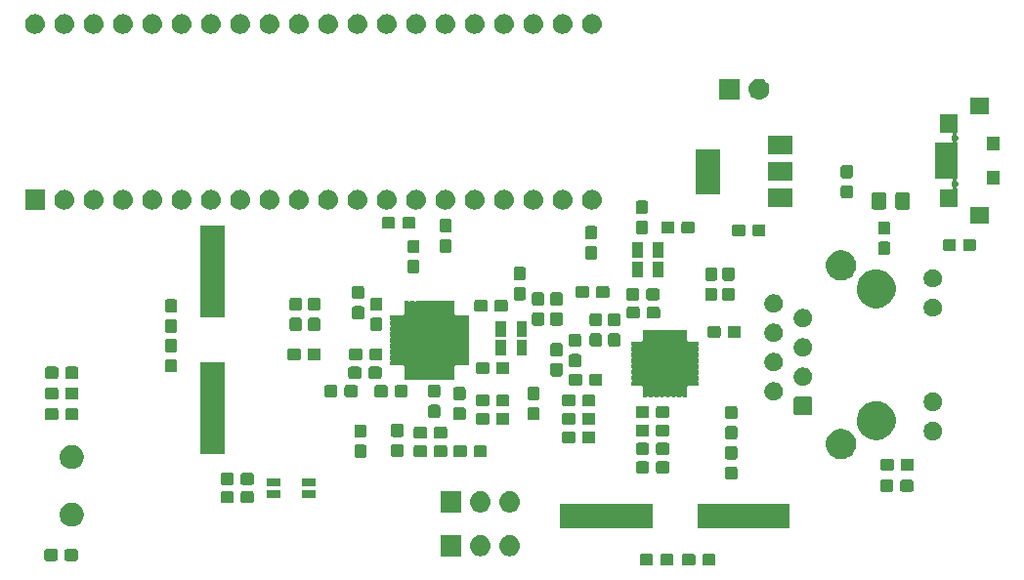
<source format=gbr>
G04 #@! TF.GenerationSoftware,KiCad,Pcbnew,(5.1.2-1)-1*
G04 #@! TF.CreationDate,2019-06-14T19:54:31-04:00*
G04 #@! TF.ProjectId,100base-t1-converter,31303062-6173-4652-9d74-312d636f6e76,rev?*
G04 #@! TF.SameCoordinates,Original*
G04 #@! TF.FileFunction,Soldermask,Top*
G04 #@! TF.FilePolarity,Negative*
%FSLAX46Y46*%
G04 Gerber Fmt 4.6, Leading zero omitted, Abs format (unit mm)*
G04 Created by KiCad (PCBNEW (5.1.2-1)-1) date 2019-06-14 19:54:31*
%MOMM*%
%LPD*%
G04 APERTURE LIST*
%ADD10C,0.100000*%
G04 APERTURE END LIST*
D10*
G36*
X227214499Y-119478445D02*
G01*
X227251995Y-119489820D01*
X227286554Y-119508292D01*
X227316847Y-119533153D01*
X227341708Y-119563446D01*
X227360180Y-119598005D01*
X227371555Y-119635501D01*
X227376000Y-119680638D01*
X227376000Y-120319362D01*
X227371555Y-120364499D01*
X227360180Y-120401995D01*
X227341708Y-120436554D01*
X227316847Y-120466847D01*
X227286554Y-120491708D01*
X227251995Y-120510180D01*
X227214499Y-120521555D01*
X227169362Y-120526000D01*
X226430638Y-120526000D01*
X226385501Y-120521555D01*
X226348005Y-120510180D01*
X226313446Y-120491708D01*
X226283153Y-120466847D01*
X226258292Y-120436554D01*
X226239820Y-120401995D01*
X226228445Y-120364499D01*
X226224000Y-120319362D01*
X226224000Y-119680638D01*
X226228445Y-119635501D01*
X226239820Y-119598005D01*
X226258292Y-119563446D01*
X226283153Y-119533153D01*
X226313446Y-119508292D01*
X226348005Y-119489820D01*
X226385501Y-119478445D01*
X226430638Y-119474000D01*
X227169362Y-119474000D01*
X227214499Y-119478445D01*
X227214499Y-119478445D01*
G37*
G36*
X225464499Y-119478445D02*
G01*
X225501995Y-119489820D01*
X225536554Y-119508292D01*
X225566847Y-119533153D01*
X225591708Y-119563446D01*
X225610180Y-119598005D01*
X225621555Y-119635501D01*
X225626000Y-119680638D01*
X225626000Y-120319362D01*
X225621555Y-120364499D01*
X225610180Y-120401995D01*
X225591708Y-120436554D01*
X225566847Y-120466847D01*
X225536554Y-120491708D01*
X225501995Y-120510180D01*
X225464499Y-120521555D01*
X225419362Y-120526000D01*
X224680638Y-120526000D01*
X224635501Y-120521555D01*
X224598005Y-120510180D01*
X224563446Y-120491708D01*
X224533153Y-120466847D01*
X224508292Y-120436554D01*
X224489820Y-120401995D01*
X224478445Y-120364499D01*
X224474000Y-120319362D01*
X224474000Y-119680638D01*
X224478445Y-119635501D01*
X224489820Y-119598005D01*
X224508292Y-119563446D01*
X224533153Y-119533153D01*
X224563446Y-119508292D01*
X224598005Y-119489820D01*
X224635501Y-119478445D01*
X224680638Y-119474000D01*
X225419362Y-119474000D01*
X225464499Y-119478445D01*
X225464499Y-119478445D01*
G37*
G36*
X223564499Y-119478445D02*
G01*
X223601995Y-119489820D01*
X223636554Y-119508292D01*
X223666847Y-119533153D01*
X223691708Y-119563446D01*
X223710180Y-119598005D01*
X223721555Y-119635501D01*
X223726000Y-119680638D01*
X223726000Y-120319362D01*
X223721555Y-120364499D01*
X223710180Y-120401995D01*
X223691708Y-120436554D01*
X223666847Y-120466847D01*
X223636554Y-120491708D01*
X223601995Y-120510180D01*
X223564499Y-120521555D01*
X223519362Y-120526000D01*
X222780638Y-120526000D01*
X222735501Y-120521555D01*
X222698005Y-120510180D01*
X222663446Y-120491708D01*
X222633153Y-120466847D01*
X222608292Y-120436554D01*
X222589820Y-120401995D01*
X222578445Y-120364499D01*
X222574000Y-120319362D01*
X222574000Y-119680638D01*
X222578445Y-119635501D01*
X222589820Y-119598005D01*
X222608292Y-119563446D01*
X222633153Y-119533153D01*
X222663446Y-119508292D01*
X222698005Y-119489820D01*
X222735501Y-119478445D01*
X222780638Y-119474000D01*
X223519362Y-119474000D01*
X223564499Y-119478445D01*
X223564499Y-119478445D01*
G37*
G36*
X221814499Y-119478445D02*
G01*
X221851995Y-119489820D01*
X221886554Y-119508292D01*
X221916847Y-119533153D01*
X221941708Y-119563446D01*
X221960180Y-119598005D01*
X221971555Y-119635501D01*
X221976000Y-119680638D01*
X221976000Y-120319362D01*
X221971555Y-120364499D01*
X221960180Y-120401995D01*
X221941708Y-120436554D01*
X221916847Y-120466847D01*
X221886554Y-120491708D01*
X221851995Y-120510180D01*
X221814499Y-120521555D01*
X221769362Y-120526000D01*
X221030638Y-120526000D01*
X220985501Y-120521555D01*
X220948005Y-120510180D01*
X220913446Y-120491708D01*
X220883153Y-120466847D01*
X220858292Y-120436554D01*
X220839820Y-120401995D01*
X220828445Y-120364499D01*
X220824000Y-120319362D01*
X220824000Y-119680638D01*
X220828445Y-119635501D01*
X220839820Y-119598005D01*
X220858292Y-119563446D01*
X220883153Y-119533153D01*
X220913446Y-119508292D01*
X220948005Y-119489820D01*
X220985501Y-119478445D01*
X221030638Y-119474000D01*
X221769362Y-119474000D01*
X221814499Y-119478445D01*
X221814499Y-119478445D01*
G37*
G36*
X171964499Y-119078445D02*
G01*
X172001995Y-119089820D01*
X172036554Y-119108292D01*
X172066847Y-119133153D01*
X172091708Y-119163446D01*
X172110180Y-119198005D01*
X172121555Y-119235501D01*
X172126000Y-119280638D01*
X172126000Y-119919362D01*
X172121555Y-119964499D01*
X172110180Y-120001995D01*
X172091708Y-120036554D01*
X172066847Y-120066847D01*
X172036554Y-120091708D01*
X172001995Y-120110180D01*
X171964499Y-120121555D01*
X171919362Y-120126000D01*
X171180638Y-120126000D01*
X171135501Y-120121555D01*
X171098005Y-120110180D01*
X171063446Y-120091708D01*
X171033153Y-120066847D01*
X171008292Y-120036554D01*
X170989820Y-120001995D01*
X170978445Y-119964499D01*
X170974000Y-119919362D01*
X170974000Y-119280638D01*
X170978445Y-119235501D01*
X170989820Y-119198005D01*
X171008292Y-119163446D01*
X171033153Y-119133153D01*
X171063446Y-119108292D01*
X171098005Y-119089820D01*
X171135501Y-119078445D01*
X171180638Y-119074000D01*
X171919362Y-119074000D01*
X171964499Y-119078445D01*
X171964499Y-119078445D01*
G37*
G36*
X170214499Y-119078445D02*
G01*
X170251995Y-119089820D01*
X170286554Y-119108292D01*
X170316847Y-119133153D01*
X170341708Y-119163446D01*
X170360180Y-119198005D01*
X170371555Y-119235501D01*
X170376000Y-119280638D01*
X170376000Y-119919362D01*
X170371555Y-119964499D01*
X170360180Y-120001995D01*
X170341708Y-120036554D01*
X170316847Y-120066847D01*
X170286554Y-120091708D01*
X170251995Y-120110180D01*
X170214499Y-120121555D01*
X170169362Y-120126000D01*
X169430638Y-120126000D01*
X169385501Y-120121555D01*
X169348005Y-120110180D01*
X169313446Y-120091708D01*
X169283153Y-120066847D01*
X169258292Y-120036554D01*
X169239820Y-120001995D01*
X169228445Y-119964499D01*
X169224000Y-119919362D01*
X169224000Y-119280638D01*
X169228445Y-119235501D01*
X169239820Y-119198005D01*
X169258292Y-119163446D01*
X169283153Y-119133153D01*
X169313446Y-119108292D01*
X169348005Y-119089820D01*
X169385501Y-119078445D01*
X169430638Y-119074000D01*
X170169362Y-119074000D01*
X170214499Y-119078445D01*
X170214499Y-119078445D01*
G37*
G36*
X209650442Y-117905518D02*
G01*
X209716627Y-117912037D01*
X209886466Y-117963557D01*
X210042991Y-118047222D01*
X210078729Y-118076552D01*
X210180186Y-118159814D01*
X210263448Y-118261271D01*
X210292778Y-118297009D01*
X210376443Y-118453534D01*
X210427963Y-118623373D01*
X210445359Y-118800000D01*
X210427963Y-118976627D01*
X210376443Y-119146466D01*
X210292778Y-119302991D01*
X210264867Y-119337000D01*
X210180186Y-119440186D01*
X210097197Y-119508292D01*
X210042991Y-119552778D01*
X209886466Y-119636443D01*
X209716627Y-119687963D01*
X209650442Y-119694482D01*
X209584260Y-119701000D01*
X209495740Y-119701000D01*
X209429558Y-119694482D01*
X209363373Y-119687963D01*
X209193534Y-119636443D01*
X209037009Y-119552778D01*
X208982803Y-119508292D01*
X208899814Y-119440186D01*
X208815133Y-119337000D01*
X208787222Y-119302991D01*
X208703557Y-119146466D01*
X208652037Y-118976627D01*
X208634641Y-118800000D01*
X208652037Y-118623373D01*
X208703557Y-118453534D01*
X208787222Y-118297009D01*
X208816552Y-118261271D01*
X208899814Y-118159814D01*
X209001271Y-118076552D01*
X209037009Y-118047222D01*
X209193534Y-117963557D01*
X209363373Y-117912037D01*
X209429558Y-117905518D01*
X209495740Y-117899000D01*
X209584260Y-117899000D01*
X209650442Y-117905518D01*
X209650442Y-117905518D01*
G37*
G36*
X207110442Y-117905518D02*
G01*
X207176627Y-117912037D01*
X207346466Y-117963557D01*
X207502991Y-118047222D01*
X207538729Y-118076552D01*
X207640186Y-118159814D01*
X207723448Y-118261271D01*
X207752778Y-118297009D01*
X207836443Y-118453534D01*
X207887963Y-118623373D01*
X207905359Y-118800000D01*
X207887963Y-118976627D01*
X207836443Y-119146466D01*
X207752778Y-119302991D01*
X207724867Y-119337000D01*
X207640186Y-119440186D01*
X207557197Y-119508292D01*
X207502991Y-119552778D01*
X207346466Y-119636443D01*
X207176627Y-119687963D01*
X207110442Y-119694482D01*
X207044260Y-119701000D01*
X206955740Y-119701000D01*
X206889558Y-119694482D01*
X206823373Y-119687963D01*
X206653534Y-119636443D01*
X206497009Y-119552778D01*
X206442803Y-119508292D01*
X206359814Y-119440186D01*
X206275133Y-119337000D01*
X206247222Y-119302991D01*
X206163557Y-119146466D01*
X206112037Y-118976627D01*
X206094641Y-118800000D01*
X206112037Y-118623373D01*
X206163557Y-118453534D01*
X206247222Y-118297009D01*
X206276552Y-118261271D01*
X206359814Y-118159814D01*
X206461271Y-118076552D01*
X206497009Y-118047222D01*
X206653534Y-117963557D01*
X206823373Y-117912037D01*
X206889558Y-117905518D01*
X206955740Y-117899000D01*
X207044260Y-117899000D01*
X207110442Y-117905518D01*
X207110442Y-117905518D01*
G37*
G36*
X205361000Y-119701000D02*
G01*
X203559000Y-119701000D01*
X203559000Y-117899000D01*
X205361000Y-117899000D01*
X205361000Y-119701000D01*
X205361000Y-119701000D01*
G37*
G36*
X233788500Y-117251000D02*
G01*
X225811500Y-117251000D01*
X225811500Y-115149000D01*
X233788500Y-115149000D01*
X233788500Y-117251000D01*
X233788500Y-117251000D01*
G37*
G36*
X221913500Y-117251000D02*
G01*
X213936500Y-117251000D01*
X213936500Y-115149000D01*
X221913500Y-115149000D01*
X221913500Y-117251000D01*
X221913500Y-117251000D01*
G37*
G36*
X171906564Y-115089389D02*
G01*
X172097833Y-115168615D01*
X172097835Y-115168616D01*
X172109821Y-115176625D01*
X172269973Y-115283635D01*
X172416365Y-115430027D01*
X172531385Y-115602167D01*
X172610611Y-115793436D01*
X172651000Y-115996484D01*
X172651000Y-116203516D01*
X172610611Y-116406564D01*
X172531385Y-116597833D01*
X172531384Y-116597835D01*
X172416365Y-116769973D01*
X172269973Y-116916365D01*
X172097835Y-117031384D01*
X172097834Y-117031385D01*
X172097833Y-117031385D01*
X171906564Y-117110611D01*
X171703516Y-117151000D01*
X171496484Y-117151000D01*
X171293436Y-117110611D01*
X171102167Y-117031385D01*
X171102166Y-117031385D01*
X171102165Y-117031384D01*
X170930027Y-116916365D01*
X170783635Y-116769973D01*
X170668616Y-116597835D01*
X170668615Y-116597833D01*
X170589389Y-116406564D01*
X170549000Y-116203516D01*
X170549000Y-115996484D01*
X170589389Y-115793436D01*
X170668615Y-115602167D01*
X170783635Y-115430027D01*
X170930027Y-115283635D01*
X171090179Y-115176625D01*
X171102165Y-115168616D01*
X171102167Y-115168615D01*
X171293436Y-115089389D01*
X171496484Y-115049000D01*
X171703516Y-115049000D01*
X171906564Y-115089389D01*
X171906564Y-115089389D01*
G37*
G36*
X209650443Y-114105519D02*
G01*
X209716627Y-114112037D01*
X209886466Y-114163557D01*
X210042991Y-114247222D01*
X210078729Y-114276552D01*
X210180186Y-114359814D01*
X210263448Y-114461271D01*
X210292778Y-114497009D01*
X210376443Y-114653534D01*
X210427963Y-114823373D01*
X210445359Y-115000000D01*
X210427963Y-115176627D01*
X210376443Y-115346466D01*
X210292778Y-115502991D01*
X210263448Y-115538729D01*
X210180186Y-115640186D01*
X210078729Y-115723448D01*
X210042991Y-115752778D01*
X209886466Y-115836443D01*
X209716627Y-115887963D01*
X209650443Y-115894481D01*
X209584260Y-115901000D01*
X209495740Y-115901000D01*
X209429557Y-115894481D01*
X209363373Y-115887963D01*
X209193534Y-115836443D01*
X209037009Y-115752778D01*
X209001271Y-115723448D01*
X208899814Y-115640186D01*
X208816552Y-115538729D01*
X208787222Y-115502991D01*
X208703557Y-115346466D01*
X208652037Y-115176627D01*
X208634641Y-115000000D01*
X208652037Y-114823373D01*
X208703557Y-114653534D01*
X208787222Y-114497009D01*
X208816552Y-114461271D01*
X208899814Y-114359814D01*
X209001271Y-114276552D01*
X209037009Y-114247222D01*
X209193534Y-114163557D01*
X209363373Y-114112037D01*
X209429557Y-114105519D01*
X209495740Y-114099000D01*
X209584260Y-114099000D01*
X209650443Y-114105519D01*
X209650443Y-114105519D01*
G37*
G36*
X207110443Y-114105519D02*
G01*
X207176627Y-114112037D01*
X207346466Y-114163557D01*
X207502991Y-114247222D01*
X207538729Y-114276552D01*
X207640186Y-114359814D01*
X207723448Y-114461271D01*
X207752778Y-114497009D01*
X207836443Y-114653534D01*
X207887963Y-114823373D01*
X207905359Y-115000000D01*
X207887963Y-115176627D01*
X207836443Y-115346466D01*
X207752778Y-115502991D01*
X207723448Y-115538729D01*
X207640186Y-115640186D01*
X207538729Y-115723448D01*
X207502991Y-115752778D01*
X207346466Y-115836443D01*
X207176627Y-115887963D01*
X207110443Y-115894481D01*
X207044260Y-115901000D01*
X206955740Y-115901000D01*
X206889557Y-115894481D01*
X206823373Y-115887963D01*
X206653534Y-115836443D01*
X206497009Y-115752778D01*
X206461271Y-115723448D01*
X206359814Y-115640186D01*
X206276552Y-115538729D01*
X206247222Y-115502991D01*
X206163557Y-115346466D01*
X206112037Y-115176627D01*
X206094641Y-115000000D01*
X206112037Y-114823373D01*
X206163557Y-114653534D01*
X206247222Y-114497009D01*
X206276552Y-114461271D01*
X206359814Y-114359814D01*
X206461271Y-114276552D01*
X206497009Y-114247222D01*
X206653534Y-114163557D01*
X206823373Y-114112037D01*
X206889557Y-114105519D01*
X206955740Y-114099000D01*
X207044260Y-114099000D01*
X207110443Y-114105519D01*
X207110443Y-114105519D01*
G37*
G36*
X205361000Y-115901000D02*
G01*
X203559000Y-115901000D01*
X203559000Y-114099000D01*
X205361000Y-114099000D01*
X205361000Y-115901000D01*
X205361000Y-115901000D01*
G37*
G36*
X187214499Y-114078445D02*
G01*
X187251995Y-114089820D01*
X187286554Y-114108292D01*
X187316847Y-114133153D01*
X187341708Y-114163446D01*
X187360180Y-114198005D01*
X187371555Y-114235501D01*
X187376000Y-114280638D01*
X187376000Y-114919362D01*
X187371555Y-114964499D01*
X187360180Y-115001995D01*
X187341708Y-115036554D01*
X187316847Y-115066847D01*
X187286554Y-115091708D01*
X187251995Y-115110180D01*
X187214499Y-115121555D01*
X187169362Y-115126000D01*
X186430638Y-115126000D01*
X186385501Y-115121555D01*
X186348005Y-115110180D01*
X186313446Y-115091708D01*
X186283153Y-115066847D01*
X186258292Y-115036554D01*
X186239820Y-115001995D01*
X186228445Y-114964499D01*
X186224000Y-114919362D01*
X186224000Y-114280638D01*
X186228445Y-114235501D01*
X186239820Y-114198005D01*
X186258292Y-114163446D01*
X186283153Y-114133153D01*
X186313446Y-114108292D01*
X186348005Y-114089820D01*
X186385501Y-114078445D01*
X186430638Y-114074000D01*
X187169362Y-114074000D01*
X187214499Y-114078445D01*
X187214499Y-114078445D01*
G37*
G36*
X185464499Y-114078445D02*
G01*
X185501995Y-114089820D01*
X185536554Y-114108292D01*
X185566847Y-114133153D01*
X185591708Y-114163446D01*
X185610180Y-114198005D01*
X185621555Y-114235501D01*
X185626000Y-114280638D01*
X185626000Y-114919362D01*
X185621555Y-114964499D01*
X185610180Y-115001995D01*
X185591708Y-115036554D01*
X185566847Y-115066847D01*
X185536554Y-115091708D01*
X185501995Y-115110180D01*
X185464499Y-115121555D01*
X185419362Y-115126000D01*
X184680638Y-115126000D01*
X184635501Y-115121555D01*
X184598005Y-115110180D01*
X184563446Y-115091708D01*
X184533153Y-115066847D01*
X184508292Y-115036554D01*
X184489820Y-115001995D01*
X184478445Y-114964499D01*
X184474000Y-114919362D01*
X184474000Y-114280638D01*
X184478445Y-114235501D01*
X184489820Y-114198005D01*
X184508292Y-114163446D01*
X184533153Y-114133153D01*
X184563446Y-114108292D01*
X184598005Y-114089820D01*
X184635501Y-114078445D01*
X184680638Y-114074000D01*
X185419362Y-114074000D01*
X185464499Y-114078445D01*
X185464499Y-114078445D01*
G37*
G36*
X189651000Y-114651000D02*
G01*
X188499000Y-114651000D01*
X188499000Y-113949000D01*
X189651000Y-113949000D01*
X189651000Y-114651000D01*
X189651000Y-114651000D01*
G37*
G36*
X192701000Y-114651000D02*
G01*
X191549000Y-114651000D01*
X191549000Y-113949000D01*
X192701000Y-113949000D01*
X192701000Y-114651000D01*
X192701000Y-114651000D01*
G37*
G36*
X244364499Y-113078445D02*
G01*
X244401995Y-113089820D01*
X244436554Y-113108292D01*
X244466847Y-113133153D01*
X244491708Y-113163446D01*
X244510180Y-113198005D01*
X244521555Y-113235501D01*
X244526000Y-113280638D01*
X244526000Y-113919362D01*
X244521555Y-113964499D01*
X244510180Y-114001995D01*
X244491708Y-114036554D01*
X244466847Y-114066847D01*
X244436554Y-114091708D01*
X244401995Y-114110180D01*
X244364499Y-114121555D01*
X244319362Y-114126000D01*
X243580638Y-114126000D01*
X243535501Y-114121555D01*
X243498005Y-114110180D01*
X243463446Y-114091708D01*
X243433153Y-114066847D01*
X243408292Y-114036554D01*
X243389820Y-114001995D01*
X243378445Y-113964499D01*
X243374000Y-113919362D01*
X243374000Y-113280638D01*
X243378445Y-113235501D01*
X243389820Y-113198005D01*
X243408292Y-113163446D01*
X243433153Y-113133153D01*
X243463446Y-113108292D01*
X243498005Y-113089820D01*
X243535501Y-113078445D01*
X243580638Y-113074000D01*
X244319362Y-113074000D01*
X244364499Y-113078445D01*
X244364499Y-113078445D01*
G37*
G36*
X242614499Y-113078445D02*
G01*
X242651995Y-113089820D01*
X242686554Y-113108292D01*
X242716847Y-113133153D01*
X242741708Y-113163446D01*
X242760180Y-113198005D01*
X242771555Y-113235501D01*
X242776000Y-113280638D01*
X242776000Y-113919362D01*
X242771555Y-113964499D01*
X242760180Y-114001995D01*
X242741708Y-114036554D01*
X242716847Y-114066847D01*
X242686554Y-114091708D01*
X242651995Y-114110180D01*
X242614499Y-114121555D01*
X242569362Y-114126000D01*
X241830638Y-114126000D01*
X241785501Y-114121555D01*
X241748005Y-114110180D01*
X241713446Y-114091708D01*
X241683153Y-114066847D01*
X241658292Y-114036554D01*
X241639820Y-114001995D01*
X241628445Y-113964499D01*
X241624000Y-113919362D01*
X241624000Y-113280638D01*
X241628445Y-113235501D01*
X241639820Y-113198005D01*
X241658292Y-113163446D01*
X241683153Y-113133153D01*
X241713446Y-113108292D01*
X241748005Y-113089820D01*
X241785501Y-113078445D01*
X241830638Y-113074000D01*
X242569362Y-113074000D01*
X242614499Y-113078445D01*
X242614499Y-113078445D01*
G37*
G36*
X192701000Y-113651000D02*
G01*
X191549000Y-113651000D01*
X191549000Y-112949000D01*
X192701000Y-112949000D01*
X192701000Y-113651000D01*
X192701000Y-113651000D01*
G37*
G36*
X189651000Y-113651000D02*
G01*
X188499000Y-113651000D01*
X188499000Y-112949000D01*
X189651000Y-112949000D01*
X189651000Y-113651000D01*
X189651000Y-113651000D01*
G37*
G36*
X187214499Y-112478445D02*
G01*
X187251995Y-112489820D01*
X187286554Y-112508292D01*
X187316847Y-112533153D01*
X187341708Y-112563446D01*
X187360180Y-112598005D01*
X187371555Y-112635501D01*
X187376000Y-112680638D01*
X187376000Y-113319362D01*
X187371555Y-113364499D01*
X187360180Y-113401995D01*
X187341708Y-113436554D01*
X187316847Y-113466847D01*
X187286554Y-113491708D01*
X187251995Y-113510180D01*
X187214499Y-113521555D01*
X187169362Y-113526000D01*
X186430638Y-113526000D01*
X186385501Y-113521555D01*
X186348005Y-113510180D01*
X186313446Y-113491708D01*
X186283153Y-113466847D01*
X186258292Y-113436554D01*
X186239820Y-113401995D01*
X186228445Y-113364499D01*
X186224000Y-113319362D01*
X186224000Y-112680638D01*
X186228445Y-112635501D01*
X186239820Y-112598005D01*
X186258292Y-112563446D01*
X186283153Y-112533153D01*
X186313446Y-112508292D01*
X186348005Y-112489820D01*
X186385501Y-112478445D01*
X186430638Y-112474000D01*
X187169362Y-112474000D01*
X187214499Y-112478445D01*
X187214499Y-112478445D01*
G37*
G36*
X185464499Y-112478445D02*
G01*
X185501995Y-112489820D01*
X185536554Y-112508292D01*
X185566847Y-112533153D01*
X185591708Y-112563446D01*
X185610180Y-112598005D01*
X185621555Y-112635501D01*
X185626000Y-112680638D01*
X185626000Y-113319362D01*
X185621555Y-113364499D01*
X185610180Y-113401995D01*
X185591708Y-113436554D01*
X185566847Y-113466847D01*
X185536554Y-113491708D01*
X185501995Y-113510180D01*
X185464499Y-113521555D01*
X185419362Y-113526000D01*
X184680638Y-113526000D01*
X184635501Y-113521555D01*
X184598005Y-113510180D01*
X184563446Y-113491708D01*
X184533153Y-113466847D01*
X184508292Y-113436554D01*
X184489820Y-113401995D01*
X184478445Y-113364499D01*
X184474000Y-113319362D01*
X184474000Y-112680638D01*
X184478445Y-112635501D01*
X184489820Y-112598005D01*
X184508292Y-112563446D01*
X184533153Y-112533153D01*
X184563446Y-112508292D01*
X184598005Y-112489820D01*
X184635501Y-112478445D01*
X184680638Y-112474000D01*
X185419362Y-112474000D01*
X185464499Y-112478445D01*
X185464499Y-112478445D01*
G37*
G36*
X229114499Y-111928445D02*
G01*
X229151995Y-111939820D01*
X229186554Y-111958292D01*
X229216847Y-111983153D01*
X229241708Y-112013446D01*
X229260180Y-112048005D01*
X229271555Y-112085501D01*
X229276000Y-112130638D01*
X229276000Y-112869362D01*
X229271555Y-112914499D01*
X229260180Y-112951995D01*
X229241708Y-112986554D01*
X229216847Y-113016847D01*
X229186554Y-113041708D01*
X229151995Y-113060180D01*
X229114499Y-113071555D01*
X229069362Y-113076000D01*
X228430638Y-113076000D01*
X228385501Y-113071555D01*
X228348005Y-113060180D01*
X228313446Y-113041708D01*
X228283153Y-113016847D01*
X228258292Y-112986554D01*
X228239820Y-112951995D01*
X228228445Y-112914499D01*
X228224000Y-112869362D01*
X228224000Y-112130638D01*
X228228445Y-112085501D01*
X228239820Y-112048005D01*
X228258292Y-112013446D01*
X228283153Y-111983153D01*
X228313446Y-111958292D01*
X228348005Y-111939820D01*
X228385501Y-111928445D01*
X228430638Y-111924000D01*
X229069362Y-111924000D01*
X229114499Y-111928445D01*
X229114499Y-111928445D01*
G37*
G36*
X223214499Y-111478445D02*
G01*
X223251995Y-111489820D01*
X223286554Y-111508292D01*
X223316847Y-111533153D01*
X223341708Y-111563446D01*
X223360180Y-111598005D01*
X223371555Y-111635501D01*
X223376000Y-111680638D01*
X223376000Y-112319362D01*
X223371555Y-112364499D01*
X223360180Y-112401995D01*
X223341708Y-112436554D01*
X223316847Y-112466847D01*
X223286554Y-112491708D01*
X223251995Y-112510180D01*
X223214499Y-112521555D01*
X223169362Y-112526000D01*
X222430638Y-112526000D01*
X222385501Y-112521555D01*
X222348005Y-112510180D01*
X222313446Y-112491708D01*
X222283153Y-112466847D01*
X222258292Y-112436554D01*
X222239820Y-112401995D01*
X222228445Y-112364499D01*
X222224000Y-112319362D01*
X222224000Y-111680638D01*
X222228445Y-111635501D01*
X222239820Y-111598005D01*
X222258292Y-111563446D01*
X222283153Y-111533153D01*
X222313446Y-111508292D01*
X222348005Y-111489820D01*
X222385501Y-111478445D01*
X222430638Y-111474000D01*
X223169362Y-111474000D01*
X223214499Y-111478445D01*
X223214499Y-111478445D01*
G37*
G36*
X221464499Y-111478445D02*
G01*
X221501995Y-111489820D01*
X221536554Y-111508292D01*
X221566847Y-111533153D01*
X221591708Y-111563446D01*
X221610180Y-111598005D01*
X221621555Y-111635501D01*
X221626000Y-111680638D01*
X221626000Y-112319362D01*
X221621555Y-112364499D01*
X221610180Y-112401995D01*
X221591708Y-112436554D01*
X221566847Y-112466847D01*
X221536554Y-112491708D01*
X221501995Y-112510180D01*
X221464499Y-112521555D01*
X221419362Y-112526000D01*
X220680638Y-112526000D01*
X220635501Y-112521555D01*
X220598005Y-112510180D01*
X220563446Y-112491708D01*
X220533153Y-112466847D01*
X220508292Y-112436554D01*
X220489820Y-112401995D01*
X220478445Y-112364499D01*
X220474000Y-112319362D01*
X220474000Y-111680638D01*
X220478445Y-111635501D01*
X220489820Y-111598005D01*
X220508292Y-111563446D01*
X220533153Y-111533153D01*
X220563446Y-111508292D01*
X220598005Y-111489820D01*
X220635501Y-111478445D01*
X220680638Y-111474000D01*
X221419362Y-111474000D01*
X221464499Y-111478445D01*
X221464499Y-111478445D01*
G37*
G36*
X242664499Y-111238445D02*
G01*
X242701995Y-111249820D01*
X242736554Y-111268292D01*
X242766847Y-111293153D01*
X242791708Y-111323446D01*
X242810180Y-111358005D01*
X242821555Y-111395501D01*
X242826000Y-111440638D01*
X242826000Y-112079362D01*
X242821555Y-112124499D01*
X242810180Y-112161995D01*
X242791708Y-112196554D01*
X242766847Y-112226847D01*
X242736554Y-112251708D01*
X242701995Y-112270180D01*
X242664499Y-112281555D01*
X242619362Y-112286000D01*
X241880638Y-112286000D01*
X241835501Y-112281555D01*
X241798005Y-112270180D01*
X241763446Y-112251708D01*
X241733153Y-112226847D01*
X241708292Y-112196554D01*
X241689820Y-112161995D01*
X241678445Y-112124499D01*
X241674000Y-112079362D01*
X241674000Y-111440638D01*
X241678445Y-111395501D01*
X241689820Y-111358005D01*
X241708292Y-111323446D01*
X241733153Y-111293153D01*
X241763446Y-111268292D01*
X241798005Y-111249820D01*
X241835501Y-111238445D01*
X241880638Y-111234000D01*
X242619362Y-111234000D01*
X242664499Y-111238445D01*
X242664499Y-111238445D01*
G37*
G36*
X244414499Y-111238445D02*
G01*
X244451995Y-111249820D01*
X244486554Y-111268292D01*
X244516847Y-111293153D01*
X244541708Y-111323446D01*
X244560180Y-111358005D01*
X244571555Y-111395501D01*
X244576000Y-111440638D01*
X244576000Y-112079362D01*
X244571555Y-112124499D01*
X244560180Y-112161995D01*
X244541708Y-112196554D01*
X244516847Y-112226847D01*
X244486554Y-112251708D01*
X244451995Y-112270180D01*
X244414499Y-112281555D01*
X244369362Y-112286000D01*
X243630638Y-112286000D01*
X243585501Y-112281555D01*
X243548005Y-112270180D01*
X243513446Y-112251708D01*
X243483153Y-112226847D01*
X243458292Y-112196554D01*
X243439820Y-112161995D01*
X243428445Y-112124499D01*
X243424000Y-112079362D01*
X243424000Y-111440638D01*
X243428445Y-111395501D01*
X243439820Y-111358005D01*
X243458292Y-111323446D01*
X243483153Y-111293153D01*
X243513446Y-111268292D01*
X243548005Y-111249820D01*
X243585501Y-111238445D01*
X243630638Y-111234000D01*
X244369362Y-111234000D01*
X244414499Y-111238445D01*
X244414499Y-111238445D01*
G37*
G36*
X171906564Y-110089389D02*
G01*
X172097833Y-110168615D01*
X172097835Y-110168616D01*
X172269973Y-110283635D01*
X172416365Y-110430027D01*
X172530775Y-110601253D01*
X172531385Y-110602167D01*
X172610611Y-110793436D01*
X172651000Y-110996484D01*
X172651000Y-111203516D01*
X172610611Y-111406564D01*
X172534263Y-111590885D01*
X172531384Y-111597835D01*
X172416365Y-111769973D01*
X172269973Y-111916365D01*
X172097835Y-112031384D01*
X172097834Y-112031385D01*
X172097833Y-112031385D01*
X171906564Y-112110611D01*
X171703516Y-112151000D01*
X171496484Y-112151000D01*
X171293436Y-112110611D01*
X171102167Y-112031385D01*
X171102166Y-112031385D01*
X171102165Y-112031384D01*
X170930027Y-111916365D01*
X170783635Y-111769973D01*
X170668616Y-111597835D01*
X170665737Y-111590885D01*
X170589389Y-111406564D01*
X170549000Y-111203516D01*
X170549000Y-110996484D01*
X170589389Y-110793436D01*
X170668615Y-110602167D01*
X170669226Y-110601253D01*
X170783635Y-110430027D01*
X170930027Y-110283635D01*
X171102165Y-110168616D01*
X171102167Y-110168615D01*
X171293436Y-110089389D01*
X171496484Y-110049000D01*
X171703516Y-110049000D01*
X171906564Y-110089389D01*
X171906564Y-110089389D01*
G37*
G36*
X229114499Y-110178445D02*
G01*
X229151995Y-110189820D01*
X229186554Y-110208292D01*
X229216847Y-110233153D01*
X229241708Y-110263446D01*
X229260180Y-110298005D01*
X229271555Y-110335501D01*
X229276000Y-110380638D01*
X229276000Y-111119362D01*
X229271555Y-111164499D01*
X229260180Y-111201995D01*
X229241708Y-111236554D01*
X229216847Y-111266847D01*
X229186554Y-111291708D01*
X229151995Y-111310180D01*
X229114499Y-111321555D01*
X229069362Y-111326000D01*
X228430638Y-111326000D01*
X228385501Y-111321555D01*
X228348005Y-111310180D01*
X228313446Y-111291708D01*
X228283153Y-111266847D01*
X228258292Y-111236554D01*
X228239820Y-111201995D01*
X228228445Y-111164499D01*
X228224000Y-111119362D01*
X228224000Y-110380638D01*
X228228445Y-110335501D01*
X228239820Y-110298005D01*
X228258292Y-110263446D01*
X228283153Y-110233153D01*
X228313446Y-110208292D01*
X228348005Y-110189820D01*
X228385501Y-110178445D01*
X228430638Y-110174000D01*
X229069362Y-110174000D01*
X229114499Y-110178445D01*
X229114499Y-110178445D01*
G37*
G36*
X238639487Y-108733996D02*
G01*
X238876253Y-108832068D01*
X238876255Y-108832069D01*
X239089339Y-108974447D01*
X239270553Y-109155661D01*
X239411663Y-109366847D01*
X239412932Y-109368747D01*
X239511004Y-109605513D01*
X239561000Y-109856861D01*
X239561000Y-110113139D01*
X239511004Y-110364487D01*
X239483856Y-110430027D01*
X239412931Y-110601255D01*
X239270553Y-110814339D01*
X239089339Y-110995553D01*
X238876255Y-111137931D01*
X238876254Y-111137932D01*
X238876253Y-111137932D01*
X238639487Y-111236004D01*
X238388139Y-111286000D01*
X238131861Y-111286000D01*
X237880513Y-111236004D01*
X237643747Y-111137932D01*
X237643746Y-111137932D01*
X237643745Y-111137931D01*
X237430661Y-110995553D01*
X237249447Y-110814339D01*
X237107069Y-110601255D01*
X237036144Y-110430027D01*
X237008996Y-110364487D01*
X236959000Y-110113139D01*
X236959000Y-109856861D01*
X237008996Y-109605513D01*
X237107068Y-109368747D01*
X237108338Y-109366847D01*
X237249447Y-109155661D01*
X237430661Y-108974447D01*
X237643745Y-108832069D01*
X237643747Y-108832068D01*
X237880513Y-108733996D01*
X238131861Y-108684000D01*
X238388139Y-108684000D01*
X238639487Y-108733996D01*
X238639487Y-108733996D01*
G37*
G36*
X196964499Y-110028445D02*
G01*
X197001995Y-110039820D01*
X197036554Y-110058292D01*
X197066847Y-110083153D01*
X197091708Y-110113446D01*
X197110180Y-110148005D01*
X197121555Y-110185501D01*
X197126000Y-110230638D01*
X197126000Y-110969362D01*
X197121555Y-111014499D01*
X197110180Y-111051995D01*
X197091708Y-111086554D01*
X197066847Y-111116847D01*
X197036554Y-111141708D01*
X197001995Y-111160180D01*
X196964499Y-111171555D01*
X196919362Y-111176000D01*
X196280638Y-111176000D01*
X196235501Y-111171555D01*
X196198005Y-111160180D01*
X196163446Y-111141708D01*
X196133153Y-111116847D01*
X196108292Y-111086554D01*
X196089820Y-111051995D01*
X196078445Y-111014499D01*
X196074000Y-110969362D01*
X196074000Y-110230638D01*
X196078445Y-110185501D01*
X196089820Y-110148005D01*
X196108292Y-110113446D01*
X196133153Y-110083153D01*
X196163446Y-110058292D01*
X196198005Y-110039820D01*
X196235501Y-110028445D01*
X196280638Y-110024000D01*
X196919362Y-110024000D01*
X196964499Y-110028445D01*
X196964499Y-110028445D01*
G37*
G36*
X202214499Y-110078445D02*
G01*
X202251995Y-110089820D01*
X202286554Y-110108292D01*
X202316847Y-110133153D01*
X202341708Y-110163446D01*
X202360180Y-110198005D01*
X202371555Y-110235501D01*
X202376000Y-110280638D01*
X202376000Y-110919362D01*
X202371555Y-110964499D01*
X202360180Y-111001995D01*
X202341708Y-111036554D01*
X202316847Y-111066847D01*
X202286554Y-111091708D01*
X202251995Y-111110180D01*
X202214499Y-111121555D01*
X202169362Y-111126000D01*
X201430638Y-111126000D01*
X201385501Y-111121555D01*
X201348005Y-111110180D01*
X201313446Y-111091708D01*
X201283153Y-111066847D01*
X201258292Y-111036554D01*
X201239820Y-111001995D01*
X201228445Y-110964499D01*
X201224000Y-110919362D01*
X201224000Y-110280638D01*
X201228445Y-110235501D01*
X201239820Y-110198005D01*
X201258292Y-110163446D01*
X201283153Y-110133153D01*
X201313446Y-110108292D01*
X201348005Y-110089820D01*
X201385501Y-110078445D01*
X201430638Y-110074000D01*
X202169362Y-110074000D01*
X202214499Y-110078445D01*
X202214499Y-110078445D01*
G37*
G36*
X200164499Y-109978445D02*
G01*
X200201995Y-109989820D01*
X200236554Y-110008292D01*
X200266847Y-110033153D01*
X200291708Y-110063446D01*
X200310180Y-110098005D01*
X200321555Y-110135501D01*
X200326000Y-110180638D01*
X200326000Y-110919362D01*
X200321555Y-110964499D01*
X200310180Y-111001995D01*
X200291708Y-111036554D01*
X200266847Y-111066847D01*
X200236554Y-111091708D01*
X200201995Y-111110180D01*
X200164499Y-111121555D01*
X200119362Y-111126000D01*
X199480638Y-111126000D01*
X199435501Y-111121555D01*
X199398005Y-111110180D01*
X199363446Y-111091708D01*
X199333153Y-111066847D01*
X199308292Y-111036554D01*
X199289820Y-111001995D01*
X199278445Y-110964499D01*
X199274000Y-110919362D01*
X199274000Y-110180638D01*
X199278445Y-110135501D01*
X199289820Y-110098005D01*
X199308292Y-110063446D01*
X199333153Y-110033153D01*
X199363446Y-110008292D01*
X199398005Y-109989820D01*
X199435501Y-109978445D01*
X199480638Y-109974000D01*
X200119362Y-109974000D01*
X200164499Y-109978445D01*
X200164499Y-109978445D01*
G37*
G36*
X205664499Y-110078445D02*
G01*
X205701995Y-110089820D01*
X205736554Y-110108292D01*
X205766847Y-110133153D01*
X205791708Y-110163446D01*
X205810180Y-110198005D01*
X205821555Y-110235501D01*
X205826000Y-110280638D01*
X205826000Y-110919362D01*
X205821555Y-110964499D01*
X205810180Y-111001995D01*
X205791708Y-111036554D01*
X205766847Y-111066847D01*
X205736554Y-111091708D01*
X205701995Y-111110180D01*
X205664499Y-111121555D01*
X205619362Y-111126000D01*
X204880638Y-111126000D01*
X204835501Y-111121555D01*
X204798005Y-111110180D01*
X204763446Y-111091708D01*
X204733153Y-111066847D01*
X204708292Y-111036554D01*
X204689820Y-111001995D01*
X204678445Y-110964499D01*
X204674000Y-110919362D01*
X204674000Y-110280638D01*
X204678445Y-110235501D01*
X204689820Y-110198005D01*
X204708292Y-110163446D01*
X204733153Y-110133153D01*
X204763446Y-110108292D01*
X204798005Y-110089820D01*
X204835501Y-110078445D01*
X204880638Y-110074000D01*
X205619362Y-110074000D01*
X205664499Y-110078445D01*
X205664499Y-110078445D01*
G37*
G36*
X207414499Y-110078445D02*
G01*
X207451995Y-110089820D01*
X207486554Y-110108292D01*
X207516847Y-110133153D01*
X207541708Y-110163446D01*
X207560180Y-110198005D01*
X207571555Y-110235501D01*
X207576000Y-110280638D01*
X207576000Y-110919362D01*
X207571555Y-110964499D01*
X207560180Y-111001995D01*
X207541708Y-111036554D01*
X207516847Y-111066847D01*
X207486554Y-111091708D01*
X207451995Y-111110180D01*
X207414499Y-111121555D01*
X207369362Y-111126000D01*
X206630638Y-111126000D01*
X206585501Y-111121555D01*
X206548005Y-111110180D01*
X206513446Y-111091708D01*
X206483153Y-111066847D01*
X206458292Y-111036554D01*
X206439820Y-111001995D01*
X206428445Y-110964499D01*
X206424000Y-110919362D01*
X206424000Y-110280638D01*
X206428445Y-110235501D01*
X206439820Y-110198005D01*
X206458292Y-110163446D01*
X206483153Y-110133153D01*
X206513446Y-110108292D01*
X206548005Y-110089820D01*
X206585501Y-110078445D01*
X206630638Y-110074000D01*
X207369362Y-110074000D01*
X207414499Y-110078445D01*
X207414499Y-110078445D01*
G37*
G36*
X203964499Y-110078445D02*
G01*
X204001995Y-110089820D01*
X204036554Y-110108292D01*
X204066847Y-110133153D01*
X204091708Y-110163446D01*
X204110180Y-110198005D01*
X204121555Y-110235501D01*
X204126000Y-110280638D01*
X204126000Y-110919362D01*
X204121555Y-110964499D01*
X204110180Y-111001995D01*
X204091708Y-111036554D01*
X204066847Y-111066847D01*
X204036554Y-111091708D01*
X204001995Y-111110180D01*
X203964499Y-111121555D01*
X203919362Y-111126000D01*
X203180638Y-111126000D01*
X203135501Y-111121555D01*
X203098005Y-111110180D01*
X203063446Y-111091708D01*
X203033153Y-111066847D01*
X203008292Y-111036554D01*
X202989820Y-111001995D01*
X202978445Y-110964499D01*
X202974000Y-110919362D01*
X202974000Y-110280638D01*
X202978445Y-110235501D01*
X202989820Y-110198005D01*
X203008292Y-110163446D01*
X203033153Y-110133153D01*
X203063446Y-110108292D01*
X203098005Y-110089820D01*
X203135501Y-110078445D01*
X203180638Y-110074000D01*
X203919362Y-110074000D01*
X203964499Y-110078445D01*
X203964499Y-110078445D01*
G37*
G36*
X221464499Y-109878445D02*
G01*
X221501995Y-109889820D01*
X221536554Y-109908292D01*
X221566847Y-109933153D01*
X221591708Y-109963446D01*
X221610180Y-109998005D01*
X221621555Y-110035501D01*
X221626000Y-110080638D01*
X221626000Y-110719362D01*
X221621555Y-110764499D01*
X221610180Y-110801995D01*
X221591708Y-110836554D01*
X221566847Y-110866847D01*
X221536554Y-110891708D01*
X221501995Y-110910180D01*
X221464499Y-110921555D01*
X221419362Y-110926000D01*
X220680638Y-110926000D01*
X220635501Y-110921555D01*
X220598005Y-110910180D01*
X220563446Y-110891708D01*
X220533153Y-110866847D01*
X220508292Y-110836554D01*
X220489820Y-110801995D01*
X220478445Y-110764499D01*
X220474000Y-110719362D01*
X220474000Y-110080638D01*
X220478445Y-110035501D01*
X220489820Y-109998005D01*
X220508292Y-109963446D01*
X220533153Y-109933153D01*
X220563446Y-109908292D01*
X220598005Y-109889820D01*
X220635501Y-109878445D01*
X220680638Y-109874000D01*
X221419362Y-109874000D01*
X221464499Y-109878445D01*
X221464499Y-109878445D01*
G37*
G36*
X223214499Y-109878445D02*
G01*
X223251995Y-109889820D01*
X223286554Y-109908292D01*
X223316847Y-109933153D01*
X223341708Y-109963446D01*
X223360180Y-109998005D01*
X223371555Y-110035501D01*
X223376000Y-110080638D01*
X223376000Y-110719362D01*
X223371555Y-110764499D01*
X223360180Y-110801995D01*
X223341708Y-110836554D01*
X223316847Y-110866847D01*
X223286554Y-110891708D01*
X223251995Y-110910180D01*
X223214499Y-110921555D01*
X223169362Y-110926000D01*
X222430638Y-110926000D01*
X222385501Y-110921555D01*
X222348005Y-110910180D01*
X222313446Y-110891708D01*
X222283153Y-110866847D01*
X222258292Y-110836554D01*
X222239820Y-110801995D01*
X222228445Y-110764499D01*
X222224000Y-110719362D01*
X222224000Y-110080638D01*
X222228445Y-110035501D01*
X222239820Y-109998005D01*
X222258292Y-109963446D01*
X222283153Y-109933153D01*
X222313446Y-109908292D01*
X222348005Y-109889820D01*
X222385501Y-109878445D01*
X222430638Y-109874000D01*
X223169362Y-109874000D01*
X223214499Y-109878445D01*
X223214499Y-109878445D01*
G37*
G36*
X184851000Y-110863500D02*
G01*
X182749000Y-110863500D01*
X182749000Y-102886500D01*
X184851000Y-102886500D01*
X184851000Y-110863500D01*
X184851000Y-110863500D01*
G37*
G36*
X215064499Y-108878445D02*
G01*
X215101995Y-108889820D01*
X215136554Y-108908292D01*
X215166847Y-108933153D01*
X215191708Y-108963446D01*
X215210180Y-108998005D01*
X215221555Y-109035501D01*
X215226000Y-109080638D01*
X215226000Y-109719362D01*
X215221555Y-109764499D01*
X215210180Y-109801995D01*
X215191708Y-109836554D01*
X215166847Y-109866847D01*
X215136554Y-109891708D01*
X215101995Y-109910180D01*
X215064499Y-109921555D01*
X215019362Y-109926000D01*
X214280638Y-109926000D01*
X214235501Y-109921555D01*
X214198005Y-109910180D01*
X214163446Y-109891708D01*
X214133153Y-109866847D01*
X214108292Y-109836554D01*
X214089820Y-109801995D01*
X214078445Y-109764499D01*
X214074000Y-109719362D01*
X214074000Y-109080638D01*
X214078445Y-109035501D01*
X214089820Y-108998005D01*
X214108292Y-108963446D01*
X214133153Y-108933153D01*
X214163446Y-108908292D01*
X214198005Y-108889820D01*
X214235501Y-108878445D01*
X214280638Y-108874000D01*
X215019362Y-108874000D01*
X215064499Y-108878445D01*
X215064499Y-108878445D01*
G37*
G36*
X216814499Y-108878445D02*
G01*
X216851995Y-108889820D01*
X216886554Y-108908292D01*
X216916847Y-108933153D01*
X216941708Y-108963446D01*
X216960180Y-108998005D01*
X216971555Y-109035501D01*
X216976000Y-109080638D01*
X216976000Y-109719362D01*
X216971555Y-109764499D01*
X216960180Y-109801995D01*
X216941708Y-109836554D01*
X216916847Y-109866847D01*
X216886554Y-109891708D01*
X216851995Y-109910180D01*
X216814499Y-109921555D01*
X216769362Y-109926000D01*
X216030638Y-109926000D01*
X215985501Y-109921555D01*
X215948005Y-109910180D01*
X215913446Y-109891708D01*
X215883153Y-109866847D01*
X215858292Y-109836554D01*
X215839820Y-109801995D01*
X215828445Y-109764499D01*
X215824000Y-109719362D01*
X215824000Y-109080638D01*
X215828445Y-109035501D01*
X215839820Y-108998005D01*
X215858292Y-108963446D01*
X215883153Y-108933153D01*
X215913446Y-108908292D01*
X215948005Y-108889820D01*
X215985501Y-108878445D01*
X216030638Y-108874000D01*
X216769362Y-108874000D01*
X216814499Y-108878445D01*
X216814499Y-108878445D01*
G37*
G36*
X246443642Y-108094781D02*
G01*
X246589414Y-108155162D01*
X246589416Y-108155163D01*
X246720608Y-108242822D01*
X246832178Y-108354392D01*
X246919837Y-108485584D01*
X246919838Y-108485586D01*
X246980219Y-108631358D01*
X247011000Y-108786107D01*
X247011000Y-108943893D01*
X246980219Y-109098642D01*
X246932308Y-109214309D01*
X246919837Y-109244416D01*
X246832178Y-109375608D01*
X246720608Y-109487178D01*
X246589416Y-109574837D01*
X246589415Y-109574838D01*
X246589414Y-109574838D01*
X246443642Y-109635219D01*
X246288893Y-109666000D01*
X246131107Y-109666000D01*
X245976358Y-109635219D01*
X245830586Y-109574838D01*
X245830585Y-109574838D01*
X245830584Y-109574837D01*
X245699392Y-109487178D01*
X245587822Y-109375608D01*
X245500163Y-109244416D01*
X245487692Y-109214309D01*
X245439781Y-109098642D01*
X245409000Y-108943893D01*
X245409000Y-108786107D01*
X245439781Y-108631358D01*
X245500162Y-108485586D01*
X245500163Y-108485584D01*
X245587822Y-108354392D01*
X245699392Y-108242822D01*
X245830584Y-108155163D01*
X245830586Y-108155162D01*
X245976358Y-108094781D01*
X246131107Y-108064000D01*
X246288893Y-108064000D01*
X246443642Y-108094781D01*
X246443642Y-108094781D01*
G37*
G36*
X241636971Y-106311204D02*
G01*
X241798871Y-106343408D01*
X242103883Y-106469748D01*
X242378387Y-106653166D01*
X242611834Y-106886613D01*
X242795252Y-107161117D01*
X242914679Y-107449440D01*
X242921592Y-107466130D01*
X242986000Y-107789927D01*
X242986000Y-108120073D01*
X242968288Y-108209115D01*
X242921592Y-108443871D01*
X242795252Y-108748883D01*
X242611834Y-109023387D01*
X242378387Y-109256834D01*
X242103883Y-109440252D01*
X241798871Y-109566592D01*
X241636971Y-109598796D01*
X241475073Y-109631000D01*
X241144927Y-109631000D01*
X240983029Y-109598796D01*
X240821129Y-109566592D01*
X240516117Y-109440252D01*
X240241613Y-109256834D01*
X240008166Y-109023387D01*
X239824748Y-108748883D01*
X239698408Y-108443871D01*
X239651712Y-108209115D01*
X239634000Y-108120073D01*
X239634000Y-107789927D01*
X239698408Y-107466130D01*
X239705321Y-107449440D01*
X239824748Y-107161117D01*
X240008166Y-106886613D01*
X240241613Y-106653166D01*
X240516117Y-106469748D01*
X240821129Y-106343408D01*
X240983029Y-106311204D01*
X241144927Y-106279000D01*
X241475073Y-106279000D01*
X241636971Y-106311204D01*
X241636971Y-106311204D01*
G37*
G36*
X229114499Y-108428445D02*
G01*
X229151995Y-108439820D01*
X229186554Y-108458292D01*
X229216847Y-108483153D01*
X229241708Y-108513446D01*
X229260180Y-108548005D01*
X229271555Y-108585501D01*
X229276000Y-108630638D01*
X229276000Y-109369362D01*
X229271555Y-109414499D01*
X229260180Y-109451995D01*
X229241708Y-109486554D01*
X229216847Y-109516847D01*
X229186554Y-109541708D01*
X229151995Y-109560180D01*
X229114499Y-109571555D01*
X229069362Y-109576000D01*
X228430638Y-109576000D01*
X228385501Y-109571555D01*
X228348005Y-109560180D01*
X228313446Y-109541708D01*
X228283153Y-109516847D01*
X228258292Y-109486554D01*
X228239820Y-109451995D01*
X228228445Y-109414499D01*
X228224000Y-109369362D01*
X228224000Y-108630638D01*
X228228445Y-108585501D01*
X228239820Y-108548005D01*
X228258292Y-108513446D01*
X228283153Y-108483153D01*
X228313446Y-108458292D01*
X228348005Y-108439820D01*
X228385501Y-108428445D01*
X228430638Y-108424000D01*
X229069362Y-108424000D01*
X229114499Y-108428445D01*
X229114499Y-108428445D01*
G37*
G36*
X202214499Y-108478445D02*
G01*
X202251995Y-108489820D01*
X202286554Y-108508292D01*
X202316847Y-108533153D01*
X202341708Y-108563446D01*
X202360180Y-108598005D01*
X202371555Y-108635501D01*
X202376000Y-108680638D01*
X202376000Y-109319362D01*
X202371555Y-109364499D01*
X202360180Y-109401995D01*
X202341708Y-109436554D01*
X202316847Y-109466847D01*
X202286554Y-109491708D01*
X202251995Y-109510180D01*
X202214499Y-109521555D01*
X202169362Y-109526000D01*
X201430638Y-109526000D01*
X201385501Y-109521555D01*
X201348005Y-109510180D01*
X201313446Y-109491708D01*
X201283153Y-109466847D01*
X201258292Y-109436554D01*
X201239820Y-109401995D01*
X201228445Y-109364499D01*
X201224000Y-109319362D01*
X201224000Y-108680638D01*
X201228445Y-108635501D01*
X201239820Y-108598005D01*
X201258292Y-108563446D01*
X201283153Y-108533153D01*
X201313446Y-108508292D01*
X201348005Y-108489820D01*
X201385501Y-108478445D01*
X201430638Y-108474000D01*
X202169362Y-108474000D01*
X202214499Y-108478445D01*
X202214499Y-108478445D01*
G37*
G36*
X203964499Y-108478445D02*
G01*
X204001995Y-108489820D01*
X204036554Y-108508292D01*
X204066847Y-108533153D01*
X204091708Y-108563446D01*
X204110180Y-108598005D01*
X204121555Y-108635501D01*
X204126000Y-108680638D01*
X204126000Y-109319362D01*
X204121555Y-109364499D01*
X204110180Y-109401995D01*
X204091708Y-109436554D01*
X204066847Y-109466847D01*
X204036554Y-109491708D01*
X204001995Y-109510180D01*
X203964499Y-109521555D01*
X203919362Y-109526000D01*
X203180638Y-109526000D01*
X203135501Y-109521555D01*
X203098005Y-109510180D01*
X203063446Y-109491708D01*
X203033153Y-109466847D01*
X203008292Y-109436554D01*
X202989820Y-109401995D01*
X202978445Y-109364499D01*
X202974000Y-109319362D01*
X202974000Y-108680638D01*
X202978445Y-108635501D01*
X202989820Y-108598005D01*
X203008292Y-108563446D01*
X203033153Y-108533153D01*
X203063446Y-108508292D01*
X203098005Y-108489820D01*
X203135501Y-108478445D01*
X203180638Y-108474000D01*
X203919362Y-108474000D01*
X203964499Y-108478445D01*
X203964499Y-108478445D01*
G37*
G36*
X196964499Y-108278445D02*
G01*
X197001995Y-108289820D01*
X197036554Y-108308292D01*
X197066847Y-108333153D01*
X197091708Y-108363446D01*
X197110180Y-108398005D01*
X197121555Y-108435501D01*
X197126000Y-108480638D01*
X197126000Y-109219362D01*
X197121555Y-109264499D01*
X197110180Y-109301995D01*
X197091708Y-109336554D01*
X197066847Y-109366847D01*
X197036554Y-109391708D01*
X197001995Y-109410180D01*
X196964499Y-109421555D01*
X196919362Y-109426000D01*
X196280638Y-109426000D01*
X196235501Y-109421555D01*
X196198005Y-109410180D01*
X196163446Y-109391708D01*
X196133153Y-109366847D01*
X196108292Y-109336554D01*
X196089820Y-109301995D01*
X196078445Y-109264499D01*
X196074000Y-109219362D01*
X196074000Y-108480638D01*
X196078445Y-108435501D01*
X196089820Y-108398005D01*
X196108292Y-108363446D01*
X196133153Y-108333153D01*
X196163446Y-108308292D01*
X196198005Y-108289820D01*
X196235501Y-108278445D01*
X196280638Y-108274000D01*
X196919362Y-108274000D01*
X196964499Y-108278445D01*
X196964499Y-108278445D01*
G37*
G36*
X200164499Y-108228445D02*
G01*
X200201995Y-108239820D01*
X200236554Y-108258292D01*
X200266847Y-108283153D01*
X200291708Y-108313446D01*
X200310180Y-108348005D01*
X200321555Y-108385501D01*
X200326000Y-108430638D01*
X200326000Y-109169362D01*
X200321555Y-109214499D01*
X200310180Y-109251995D01*
X200291708Y-109286554D01*
X200266847Y-109316847D01*
X200236554Y-109341708D01*
X200201995Y-109360180D01*
X200164499Y-109371555D01*
X200119362Y-109376000D01*
X199480638Y-109376000D01*
X199435501Y-109371555D01*
X199398005Y-109360180D01*
X199363446Y-109341708D01*
X199333153Y-109316847D01*
X199308292Y-109286554D01*
X199289820Y-109251995D01*
X199278445Y-109214499D01*
X199274000Y-109169362D01*
X199274000Y-108430638D01*
X199278445Y-108385501D01*
X199289820Y-108348005D01*
X199308292Y-108313446D01*
X199333153Y-108283153D01*
X199363446Y-108258292D01*
X199398005Y-108239820D01*
X199435501Y-108228445D01*
X199480638Y-108224000D01*
X200119362Y-108224000D01*
X200164499Y-108228445D01*
X200164499Y-108228445D01*
G37*
G36*
X223214499Y-108278445D02*
G01*
X223251995Y-108289820D01*
X223286554Y-108308292D01*
X223316847Y-108333153D01*
X223341708Y-108363446D01*
X223360180Y-108398005D01*
X223371555Y-108435501D01*
X223376000Y-108480638D01*
X223376000Y-109119362D01*
X223371555Y-109164499D01*
X223360180Y-109201995D01*
X223341708Y-109236554D01*
X223316847Y-109266847D01*
X223286554Y-109291708D01*
X223251995Y-109310180D01*
X223214499Y-109321555D01*
X223169362Y-109326000D01*
X222430638Y-109326000D01*
X222385501Y-109321555D01*
X222348005Y-109310180D01*
X222313446Y-109291708D01*
X222283153Y-109266847D01*
X222258292Y-109236554D01*
X222239820Y-109201995D01*
X222228445Y-109164499D01*
X222224000Y-109119362D01*
X222224000Y-108480638D01*
X222228445Y-108435501D01*
X222239820Y-108398005D01*
X222258292Y-108363446D01*
X222283153Y-108333153D01*
X222313446Y-108308292D01*
X222348005Y-108289820D01*
X222385501Y-108278445D01*
X222430638Y-108274000D01*
X223169362Y-108274000D01*
X223214499Y-108278445D01*
X223214499Y-108278445D01*
G37*
G36*
X221464499Y-108278445D02*
G01*
X221501995Y-108289820D01*
X221536554Y-108308292D01*
X221566847Y-108333153D01*
X221591708Y-108363446D01*
X221610180Y-108398005D01*
X221621555Y-108435501D01*
X221626000Y-108480638D01*
X221626000Y-109119362D01*
X221621555Y-109164499D01*
X221610180Y-109201995D01*
X221591708Y-109236554D01*
X221566847Y-109266847D01*
X221536554Y-109291708D01*
X221501995Y-109310180D01*
X221464499Y-109321555D01*
X221419362Y-109326000D01*
X220680638Y-109326000D01*
X220635501Y-109321555D01*
X220598005Y-109310180D01*
X220563446Y-109291708D01*
X220533153Y-109266847D01*
X220508292Y-109236554D01*
X220489820Y-109201995D01*
X220478445Y-109164499D01*
X220474000Y-109119362D01*
X220474000Y-108480638D01*
X220478445Y-108435501D01*
X220489820Y-108398005D01*
X220508292Y-108363446D01*
X220533153Y-108333153D01*
X220563446Y-108308292D01*
X220598005Y-108289820D01*
X220635501Y-108278445D01*
X220680638Y-108274000D01*
X221419362Y-108274000D01*
X221464499Y-108278445D01*
X221464499Y-108278445D01*
G37*
G36*
X209364499Y-107278445D02*
G01*
X209401995Y-107289820D01*
X209436554Y-107308292D01*
X209466847Y-107333153D01*
X209491708Y-107363446D01*
X209510180Y-107398005D01*
X209521555Y-107435501D01*
X209526000Y-107480638D01*
X209526000Y-108119362D01*
X209521555Y-108164499D01*
X209510180Y-108201995D01*
X209491708Y-108236554D01*
X209466847Y-108266847D01*
X209436554Y-108291708D01*
X209401995Y-108310180D01*
X209364499Y-108321555D01*
X209319362Y-108326000D01*
X208580638Y-108326000D01*
X208535501Y-108321555D01*
X208498005Y-108310180D01*
X208463446Y-108291708D01*
X208433153Y-108266847D01*
X208408292Y-108236554D01*
X208389820Y-108201995D01*
X208378445Y-108164499D01*
X208374000Y-108119362D01*
X208374000Y-107480638D01*
X208378445Y-107435501D01*
X208389820Y-107398005D01*
X208408292Y-107363446D01*
X208433153Y-107333153D01*
X208463446Y-107308292D01*
X208498005Y-107289820D01*
X208535501Y-107278445D01*
X208580638Y-107274000D01*
X209319362Y-107274000D01*
X209364499Y-107278445D01*
X209364499Y-107278445D01*
G37*
G36*
X207614499Y-107278445D02*
G01*
X207651995Y-107289820D01*
X207686554Y-107308292D01*
X207716847Y-107333153D01*
X207741708Y-107363446D01*
X207760180Y-107398005D01*
X207771555Y-107435501D01*
X207776000Y-107480638D01*
X207776000Y-108119362D01*
X207771555Y-108164499D01*
X207760180Y-108201995D01*
X207741708Y-108236554D01*
X207716847Y-108266847D01*
X207686554Y-108291708D01*
X207651995Y-108310180D01*
X207614499Y-108321555D01*
X207569362Y-108326000D01*
X206830638Y-108326000D01*
X206785501Y-108321555D01*
X206748005Y-108310180D01*
X206713446Y-108291708D01*
X206683153Y-108266847D01*
X206658292Y-108236554D01*
X206639820Y-108201995D01*
X206628445Y-108164499D01*
X206624000Y-108119362D01*
X206624000Y-107480638D01*
X206628445Y-107435501D01*
X206639820Y-107398005D01*
X206658292Y-107363446D01*
X206683153Y-107333153D01*
X206713446Y-107308292D01*
X206748005Y-107289820D01*
X206785501Y-107278445D01*
X206830638Y-107274000D01*
X207569362Y-107274000D01*
X207614499Y-107278445D01*
X207614499Y-107278445D01*
G37*
G36*
X216814499Y-107278445D02*
G01*
X216851995Y-107289820D01*
X216886554Y-107308292D01*
X216916847Y-107333153D01*
X216941708Y-107363446D01*
X216960180Y-107398005D01*
X216971555Y-107435501D01*
X216976000Y-107480638D01*
X216976000Y-108119362D01*
X216971555Y-108164499D01*
X216960180Y-108201995D01*
X216941708Y-108236554D01*
X216916847Y-108266847D01*
X216886554Y-108291708D01*
X216851995Y-108310180D01*
X216814499Y-108321555D01*
X216769362Y-108326000D01*
X216030638Y-108326000D01*
X215985501Y-108321555D01*
X215948005Y-108310180D01*
X215913446Y-108291708D01*
X215883153Y-108266847D01*
X215858292Y-108236554D01*
X215839820Y-108201995D01*
X215828445Y-108164499D01*
X215824000Y-108119362D01*
X215824000Y-107480638D01*
X215828445Y-107435501D01*
X215839820Y-107398005D01*
X215858292Y-107363446D01*
X215883153Y-107333153D01*
X215913446Y-107308292D01*
X215948005Y-107289820D01*
X215985501Y-107278445D01*
X216030638Y-107274000D01*
X216769362Y-107274000D01*
X216814499Y-107278445D01*
X216814499Y-107278445D01*
G37*
G36*
X215064499Y-107278445D02*
G01*
X215101995Y-107289820D01*
X215136554Y-107308292D01*
X215166847Y-107333153D01*
X215191708Y-107363446D01*
X215210180Y-107398005D01*
X215221555Y-107435501D01*
X215226000Y-107480638D01*
X215226000Y-108119362D01*
X215221555Y-108164499D01*
X215210180Y-108201995D01*
X215191708Y-108236554D01*
X215166847Y-108266847D01*
X215136554Y-108291708D01*
X215101995Y-108310180D01*
X215064499Y-108321555D01*
X215019362Y-108326000D01*
X214280638Y-108326000D01*
X214235501Y-108321555D01*
X214198005Y-108310180D01*
X214163446Y-108291708D01*
X214133153Y-108266847D01*
X214108292Y-108236554D01*
X214089820Y-108201995D01*
X214078445Y-108164499D01*
X214074000Y-108119362D01*
X214074000Y-107480638D01*
X214078445Y-107435501D01*
X214089820Y-107398005D01*
X214108292Y-107363446D01*
X214133153Y-107333153D01*
X214163446Y-107308292D01*
X214198005Y-107289820D01*
X214235501Y-107278445D01*
X214280638Y-107274000D01*
X215019362Y-107274000D01*
X215064499Y-107278445D01*
X215064499Y-107278445D01*
G37*
G36*
X211964499Y-106778445D02*
G01*
X212001995Y-106789820D01*
X212036554Y-106808292D01*
X212066847Y-106833153D01*
X212091708Y-106863446D01*
X212110180Y-106898005D01*
X212121555Y-106935501D01*
X212126000Y-106980638D01*
X212126000Y-107719362D01*
X212121555Y-107764499D01*
X212110180Y-107801995D01*
X212091708Y-107836554D01*
X212066847Y-107866847D01*
X212036554Y-107891708D01*
X212001995Y-107910180D01*
X211964499Y-107921555D01*
X211919362Y-107926000D01*
X211280638Y-107926000D01*
X211235501Y-107921555D01*
X211198005Y-107910180D01*
X211163446Y-107891708D01*
X211133153Y-107866847D01*
X211108292Y-107836554D01*
X211089820Y-107801995D01*
X211078445Y-107764499D01*
X211074000Y-107719362D01*
X211074000Y-106980638D01*
X211078445Y-106935501D01*
X211089820Y-106898005D01*
X211108292Y-106863446D01*
X211133153Y-106833153D01*
X211163446Y-106808292D01*
X211198005Y-106789820D01*
X211235501Y-106778445D01*
X211280638Y-106774000D01*
X211919362Y-106774000D01*
X211964499Y-106778445D01*
X211964499Y-106778445D01*
G37*
G36*
X170264499Y-106878445D02*
G01*
X170301995Y-106889820D01*
X170336554Y-106908292D01*
X170366847Y-106933153D01*
X170391708Y-106963446D01*
X170410180Y-106998005D01*
X170421555Y-107035501D01*
X170426000Y-107080638D01*
X170426000Y-107719362D01*
X170421555Y-107764499D01*
X170410180Y-107801995D01*
X170391708Y-107836554D01*
X170366847Y-107866847D01*
X170336554Y-107891708D01*
X170301995Y-107910180D01*
X170264499Y-107921555D01*
X170219362Y-107926000D01*
X169480638Y-107926000D01*
X169435501Y-107921555D01*
X169398005Y-107910180D01*
X169363446Y-107891708D01*
X169333153Y-107866847D01*
X169308292Y-107836554D01*
X169289820Y-107801995D01*
X169278445Y-107764499D01*
X169274000Y-107719362D01*
X169274000Y-107080638D01*
X169278445Y-107035501D01*
X169289820Y-106998005D01*
X169308292Y-106963446D01*
X169333153Y-106933153D01*
X169363446Y-106908292D01*
X169398005Y-106889820D01*
X169435501Y-106878445D01*
X169480638Y-106874000D01*
X170219362Y-106874000D01*
X170264499Y-106878445D01*
X170264499Y-106878445D01*
G37*
G36*
X172014499Y-106878445D02*
G01*
X172051995Y-106889820D01*
X172086554Y-106908292D01*
X172116847Y-106933153D01*
X172141708Y-106963446D01*
X172160180Y-106998005D01*
X172171555Y-107035501D01*
X172176000Y-107080638D01*
X172176000Y-107719362D01*
X172171555Y-107764499D01*
X172160180Y-107801995D01*
X172141708Y-107836554D01*
X172116847Y-107866847D01*
X172086554Y-107891708D01*
X172051995Y-107910180D01*
X172014499Y-107921555D01*
X171969362Y-107926000D01*
X171230638Y-107926000D01*
X171185501Y-107921555D01*
X171148005Y-107910180D01*
X171113446Y-107891708D01*
X171083153Y-107866847D01*
X171058292Y-107836554D01*
X171039820Y-107801995D01*
X171028445Y-107764499D01*
X171024000Y-107719362D01*
X171024000Y-107080638D01*
X171028445Y-107035501D01*
X171039820Y-106998005D01*
X171058292Y-106963446D01*
X171083153Y-106933153D01*
X171113446Y-106908292D01*
X171148005Y-106889820D01*
X171185501Y-106878445D01*
X171230638Y-106874000D01*
X171969362Y-106874000D01*
X172014499Y-106878445D01*
X172014499Y-106878445D01*
G37*
G36*
X205564499Y-106778445D02*
G01*
X205601995Y-106789820D01*
X205636554Y-106808292D01*
X205666847Y-106833153D01*
X205691708Y-106863446D01*
X205710180Y-106898005D01*
X205721555Y-106935501D01*
X205726000Y-106980638D01*
X205726000Y-107719362D01*
X205721555Y-107764499D01*
X205710180Y-107801995D01*
X205691708Y-107836554D01*
X205666847Y-107866847D01*
X205636554Y-107891708D01*
X205601995Y-107910180D01*
X205564499Y-107921555D01*
X205519362Y-107926000D01*
X204880638Y-107926000D01*
X204835501Y-107921555D01*
X204798005Y-107910180D01*
X204763446Y-107891708D01*
X204733153Y-107866847D01*
X204708292Y-107836554D01*
X204689820Y-107801995D01*
X204678445Y-107764499D01*
X204674000Y-107719362D01*
X204674000Y-106980638D01*
X204678445Y-106935501D01*
X204689820Y-106898005D01*
X204708292Y-106863446D01*
X204733153Y-106833153D01*
X204763446Y-106808292D01*
X204798005Y-106789820D01*
X204835501Y-106778445D01*
X204880638Y-106774000D01*
X205519362Y-106774000D01*
X205564499Y-106778445D01*
X205564499Y-106778445D01*
G37*
G36*
X229114499Y-106678445D02*
G01*
X229151995Y-106689820D01*
X229186554Y-106708292D01*
X229216847Y-106733153D01*
X229241708Y-106763446D01*
X229260180Y-106798005D01*
X229271555Y-106835501D01*
X229276000Y-106880638D01*
X229276000Y-107619362D01*
X229271555Y-107664499D01*
X229260180Y-107701995D01*
X229241708Y-107736554D01*
X229216847Y-107766847D01*
X229186554Y-107791708D01*
X229151995Y-107810180D01*
X229114499Y-107821555D01*
X229069362Y-107826000D01*
X228430638Y-107826000D01*
X228385501Y-107821555D01*
X228348005Y-107810180D01*
X228313446Y-107791708D01*
X228283153Y-107766847D01*
X228258292Y-107736554D01*
X228239820Y-107701995D01*
X228228445Y-107664499D01*
X228224000Y-107619362D01*
X228224000Y-106880638D01*
X228228445Y-106835501D01*
X228239820Y-106798005D01*
X228258292Y-106763446D01*
X228283153Y-106733153D01*
X228313446Y-106708292D01*
X228348005Y-106689820D01*
X228385501Y-106678445D01*
X228430638Y-106674000D01*
X229069362Y-106674000D01*
X229114499Y-106678445D01*
X229114499Y-106678445D01*
G37*
G36*
X203364499Y-106578445D02*
G01*
X203401995Y-106589820D01*
X203436554Y-106608292D01*
X203466847Y-106633153D01*
X203491708Y-106663446D01*
X203510180Y-106698005D01*
X203521555Y-106735501D01*
X203526000Y-106780638D01*
X203526000Y-107519362D01*
X203521555Y-107564499D01*
X203510180Y-107601995D01*
X203491708Y-107636554D01*
X203466847Y-107666847D01*
X203436554Y-107691708D01*
X203401995Y-107710180D01*
X203364499Y-107721555D01*
X203319362Y-107726000D01*
X202680638Y-107726000D01*
X202635501Y-107721555D01*
X202598005Y-107710180D01*
X202563446Y-107691708D01*
X202533153Y-107666847D01*
X202508292Y-107636554D01*
X202489820Y-107601995D01*
X202478445Y-107564499D01*
X202474000Y-107519362D01*
X202474000Y-106780638D01*
X202478445Y-106735501D01*
X202489820Y-106698005D01*
X202508292Y-106663446D01*
X202533153Y-106633153D01*
X202563446Y-106608292D01*
X202598005Y-106589820D01*
X202635501Y-106578445D01*
X202680638Y-106574000D01*
X203319362Y-106574000D01*
X203364499Y-106578445D01*
X203364499Y-106578445D01*
G37*
G36*
X221464499Y-106678445D02*
G01*
X221501995Y-106689820D01*
X221536554Y-106708292D01*
X221566847Y-106733153D01*
X221591708Y-106763446D01*
X221610180Y-106798005D01*
X221621555Y-106835501D01*
X221626000Y-106880638D01*
X221626000Y-107519362D01*
X221621555Y-107564499D01*
X221610180Y-107601995D01*
X221591708Y-107636554D01*
X221566847Y-107666847D01*
X221536554Y-107691708D01*
X221501995Y-107710180D01*
X221464499Y-107721555D01*
X221419362Y-107726000D01*
X220680638Y-107726000D01*
X220635501Y-107721555D01*
X220598005Y-107710180D01*
X220563446Y-107691708D01*
X220533153Y-107666847D01*
X220508292Y-107636554D01*
X220489820Y-107601995D01*
X220478445Y-107564499D01*
X220474000Y-107519362D01*
X220474000Y-106880638D01*
X220478445Y-106835501D01*
X220489820Y-106798005D01*
X220508292Y-106763446D01*
X220533153Y-106733153D01*
X220563446Y-106708292D01*
X220598005Y-106689820D01*
X220635501Y-106678445D01*
X220680638Y-106674000D01*
X221419362Y-106674000D01*
X221464499Y-106678445D01*
X221464499Y-106678445D01*
G37*
G36*
X223214499Y-106678445D02*
G01*
X223251995Y-106689820D01*
X223286554Y-106708292D01*
X223316847Y-106733153D01*
X223341708Y-106763446D01*
X223360180Y-106798005D01*
X223371555Y-106835501D01*
X223376000Y-106880638D01*
X223376000Y-107519362D01*
X223371555Y-107564499D01*
X223360180Y-107601995D01*
X223341708Y-107636554D01*
X223316847Y-107666847D01*
X223286554Y-107691708D01*
X223251995Y-107710180D01*
X223214499Y-107721555D01*
X223169362Y-107726000D01*
X222430638Y-107726000D01*
X222385501Y-107721555D01*
X222348005Y-107710180D01*
X222313446Y-107691708D01*
X222283153Y-107666847D01*
X222258292Y-107636554D01*
X222239820Y-107601995D01*
X222228445Y-107564499D01*
X222224000Y-107519362D01*
X222224000Y-106880638D01*
X222228445Y-106835501D01*
X222239820Y-106798005D01*
X222258292Y-106763446D01*
X222283153Y-106733153D01*
X222313446Y-106708292D01*
X222348005Y-106689820D01*
X222385501Y-106678445D01*
X222430638Y-106674000D01*
X223169362Y-106674000D01*
X223214499Y-106678445D01*
X223214499Y-106678445D01*
G37*
G36*
X235602546Y-105883134D02*
G01*
X235637010Y-105893589D01*
X235668761Y-105910560D01*
X235696597Y-105933403D01*
X235719440Y-105961239D01*
X235736411Y-105992990D01*
X235746866Y-106027454D01*
X235751000Y-106069425D01*
X235751000Y-107290575D01*
X235746866Y-107332546D01*
X235736411Y-107367010D01*
X235719440Y-107398761D01*
X235696597Y-107426597D01*
X235668761Y-107449440D01*
X235637010Y-107466411D01*
X235602546Y-107476866D01*
X235560575Y-107481000D01*
X234339425Y-107481000D01*
X234297454Y-107476866D01*
X234262990Y-107466411D01*
X234231239Y-107449440D01*
X234203403Y-107426597D01*
X234180560Y-107398761D01*
X234163589Y-107367010D01*
X234153134Y-107332546D01*
X234149000Y-107290575D01*
X234149000Y-106069425D01*
X234153134Y-106027454D01*
X234163589Y-105992990D01*
X234180560Y-105961239D01*
X234203403Y-105933403D01*
X234231239Y-105910560D01*
X234262990Y-105893589D01*
X234297454Y-105883134D01*
X234339425Y-105879000D01*
X235560575Y-105879000D01*
X235602546Y-105883134D01*
X235602546Y-105883134D01*
G37*
G36*
X246443642Y-105554781D02*
G01*
X246589414Y-105615162D01*
X246589416Y-105615163D01*
X246720608Y-105702822D01*
X246832178Y-105814392D01*
X246911698Y-105933403D01*
X246919838Y-105945586D01*
X246980219Y-106091358D01*
X247011000Y-106246107D01*
X247011000Y-106403893D01*
X246980219Y-106558642D01*
X246935399Y-106666847D01*
X246919837Y-106704416D01*
X246832178Y-106835608D01*
X246720608Y-106947178D01*
X246589416Y-107034837D01*
X246589415Y-107034838D01*
X246589414Y-107034838D01*
X246443642Y-107095219D01*
X246288893Y-107126000D01*
X246131107Y-107126000D01*
X245976358Y-107095219D01*
X245830586Y-107034838D01*
X245830585Y-107034838D01*
X245830584Y-107034837D01*
X245699392Y-106947178D01*
X245587822Y-106835608D01*
X245500163Y-106704416D01*
X245484601Y-106666847D01*
X245439781Y-106558642D01*
X245409000Y-106403893D01*
X245409000Y-106246107D01*
X245439781Y-106091358D01*
X245500162Y-105945586D01*
X245508302Y-105933403D01*
X245587822Y-105814392D01*
X245699392Y-105702822D01*
X245830584Y-105615163D01*
X245830586Y-105615162D01*
X245976358Y-105554781D01*
X246131107Y-105524000D01*
X246288893Y-105524000D01*
X246443642Y-105554781D01*
X246443642Y-105554781D01*
G37*
G36*
X209364499Y-105678445D02*
G01*
X209401995Y-105689820D01*
X209436554Y-105708292D01*
X209466847Y-105733153D01*
X209491708Y-105763446D01*
X209510180Y-105798005D01*
X209521555Y-105835501D01*
X209526000Y-105880638D01*
X209526000Y-106519362D01*
X209521555Y-106564499D01*
X209510180Y-106601995D01*
X209491708Y-106636554D01*
X209466847Y-106666847D01*
X209436554Y-106691708D01*
X209401995Y-106710180D01*
X209364499Y-106721555D01*
X209319362Y-106726000D01*
X208580638Y-106726000D01*
X208535501Y-106721555D01*
X208498005Y-106710180D01*
X208463446Y-106691708D01*
X208433153Y-106666847D01*
X208408292Y-106636554D01*
X208389820Y-106601995D01*
X208378445Y-106564499D01*
X208374000Y-106519362D01*
X208374000Y-105880638D01*
X208378445Y-105835501D01*
X208389820Y-105798005D01*
X208408292Y-105763446D01*
X208433153Y-105733153D01*
X208463446Y-105708292D01*
X208498005Y-105689820D01*
X208535501Y-105678445D01*
X208580638Y-105674000D01*
X209319362Y-105674000D01*
X209364499Y-105678445D01*
X209364499Y-105678445D01*
G37*
G36*
X207614499Y-105678445D02*
G01*
X207651995Y-105689820D01*
X207686554Y-105708292D01*
X207716847Y-105733153D01*
X207741708Y-105763446D01*
X207760180Y-105798005D01*
X207771555Y-105835501D01*
X207776000Y-105880638D01*
X207776000Y-106519362D01*
X207771555Y-106564499D01*
X207760180Y-106601995D01*
X207741708Y-106636554D01*
X207716847Y-106666847D01*
X207686554Y-106691708D01*
X207651995Y-106710180D01*
X207614499Y-106721555D01*
X207569362Y-106726000D01*
X206830638Y-106726000D01*
X206785501Y-106721555D01*
X206748005Y-106710180D01*
X206713446Y-106691708D01*
X206683153Y-106666847D01*
X206658292Y-106636554D01*
X206639820Y-106601995D01*
X206628445Y-106564499D01*
X206624000Y-106519362D01*
X206624000Y-105880638D01*
X206628445Y-105835501D01*
X206639820Y-105798005D01*
X206658292Y-105763446D01*
X206683153Y-105733153D01*
X206713446Y-105708292D01*
X206748005Y-105689820D01*
X206785501Y-105678445D01*
X206830638Y-105674000D01*
X207569362Y-105674000D01*
X207614499Y-105678445D01*
X207614499Y-105678445D01*
G37*
G36*
X216814499Y-105678445D02*
G01*
X216851995Y-105689820D01*
X216886554Y-105708292D01*
X216916847Y-105733153D01*
X216941708Y-105763446D01*
X216960180Y-105798005D01*
X216971555Y-105835501D01*
X216976000Y-105880638D01*
X216976000Y-106519362D01*
X216971555Y-106564499D01*
X216960180Y-106601995D01*
X216941708Y-106636554D01*
X216916847Y-106666847D01*
X216886554Y-106691708D01*
X216851995Y-106710180D01*
X216814499Y-106721555D01*
X216769362Y-106726000D01*
X216030638Y-106726000D01*
X215985501Y-106721555D01*
X215948005Y-106710180D01*
X215913446Y-106691708D01*
X215883153Y-106666847D01*
X215858292Y-106636554D01*
X215839820Y-106601995D01*
X215828445Y-106564499D01*
X215824000Y-106519362D01*
X215824000Y-105880638D01*
X215828445Y-105835501D01*
X215839820Y-105798005D01*
X215858292Y-105763446D01*
X215883153Y-105733153D01*
X215913446Y-105708292D01*
X215948005Y-105689820D01*
X215985501Y-105678445D01*
X216030638Y-105674000D01*
X216769362Y-105674000D01*
X216814499Y-105678445D01*
X216814499Y-105678445D01*
G37*
G36*
X215064499Y-105678445D02*
G01*
X215101995Y-105689820D01*
X215136554Y-105708292D01*
X215166847Y-105733153D01*
X215191708Y-105763446D01*
X215210180Y-105798005D01*
X215221555Y-105835501D01*
X215226000Y-105880638D01*
X215226000Y-106519362D01*
X215221555Y-106564499D01*
X215210180Y-106601995D01*
X215191708Y-106636554D01*
X215166847Y-106666847D01*
X215136554Y-106691708D01*
X215101995Y-106710180D01*
X215064499Y-106721555D01*
X215019362Y-106726000D01*
X214280638Y-106726000D01*
X214235501Y-106721555D01*
X214198005Y-106710180D01*
X214163446Y-106691708D01*
X214133153Y-106666847D01*
X214108292Y-106636554D01*
X214089820Y-106601995D01*
X214078445Y-106564499D01*
X214074000Y-106519362D01*
X214074000Y-105880638D01*
X214078445Y-105835501D01*
X214089820Y-105798005D01*
X214108292Y-105763446D01*
X214133153Y-105733153D01*
X214163446Y-105708292D01*
X214198005Y-105689820D01*
X214235501Y-105678445D01*
X214280638Y-105674000D01*
X215019362Y-105674000D01*
X215064499Y-105678445D01*
X215064499Y-105678445D01*
G37*
G36*
X232643642Y-104649781D02*
G01*
X232789414Y-104710162D01*
X232789416Y-104710163D01*
X232920608Y-104797822D01*
X233032178Y-104909392D01*
X233119837Y-105040584D01*
X233119838Y-105040586D01*
X233180219Y-105186358D01*
X233211000Y-105341107D01*
X233211000Y-105498893D01*
X233180219Y-105653642D01*
X233119838Y-105799414D01*
X233119837Y-105799416D01*
X233032178Y-105930608D01*
X232920608Y-106042178D01*
X232789416Y-106129837D01*
X232789415Y-106129838D01*
X232789414Y-106129838D01*
X232643642Y-106190219D01*
X232488893Y-106221000D01*
X232331107Y-106221000D01*
X232176358Y-106190219D01*
X232030586Y-106129838D01*
X232030585Y-106129838D01*
X232030584Y-106129837D01*
X231899392Y-106042178D01*
X231787822Y-105930608D01*
X231700163Y-105799416D01*
X231700162Y-105799414D01*
X231639781Y-105653642D01*
X231609000Y-105498893D01*
X231609000Y-105341107D01*
X231639781Y-105186358D01*
X231700162Y-105040586D01*
X231700163Y-105040584D01*
X231787822Y-104909392D01*
X231899392Y-104797822D01*
X232030584Y-104710163D01*
X232030586Y-104710162D01*
X232176358Y-104649781D01*
X232331107Y-104619000D01*
X232488893Y-104619000D01*
X232643642Y-104649781D01*
X232643642Y-104649781D01*
G37*
G36*
X211964499Y-105028445D02*
G01*
X212001995Y-105039820D01*
X212036554Y-105058292D01*
X212066847Y-105083153D01*
X212091708Y-105113446D01*
X212110180Y-105148005D01*
X212121555Y-105185501D01*
X212126000Y-105230638D01*
X212126000Y-105969362D01*
X212121555Y-106014499D01*
X212110180Y-106051995D01*
X212091708Y-106086554D01*
X212066847Y-106116847D01*
X212036554Y-106141708D01*
X212001995Y-106160180D01*
X211964499Y-106171555D01*
X211919362Y-106176000D01*
X211280638Y-106176000D01*
X211235501Y-106171555D01*
X211198005Y-106160180D01*
X211163446Y-106141708D01*
X211133153Y-106116847D01*
X211108292Y-106086554D01*
X211089820Y-106051995D01*
X211078445Y-106014499D01*
X211074000Y-105969362D01*
X211074000Y-105230638D01*
X211078445Y-105185501D01*
X211089820Y-105148005D01*
X211108292Y-105113446D01*
X211133153Y-105083153D01*
X211163446Y-105058292D01*
X211198005Y-105039820D01*
X211235501Y-105028445D01*
X211280638Y-105024000D01*
X211919362Y-105024000D01*
X211964499Y-105028445D01*
X211964499Y-105028445D01*
G37*
G36*
X205564499Y-105028445D02*
G01*
X205601995Y-105039820D01*
X205636554Y-105058292D01*
X205666847Y-105083153D01*
X205691708Y-105113446D01*
X205710180Y-105148005D01*
X205721555Y-105185501D01*
X205726000Y-105230638D01*
X205726000Y-105969362D01*
X205721555Y-106014499D01*
X205710180Y-106051995D01*
X205691708Y-106086554D01*
X205666847Y-106116847D01*
X205636554Y-106141708D01*
X205601995Y-106160180D01*
X205564499Y-106171555D01*
X205519362Y-106176000D01*
X204880638Y-106176000D01*
X204835501Y-106171555D01*
X204798005Y-106160180D01*
X204763446Y-106141708D01*
X204733153Y-106116847D01*
X204708292Y-106086554D01*
X204689820Y-106051995D01*
X204678445Y-106014499D01*
X204674000Y-105969362D01*
X204674000Y-105230638D01*
X204678445Y-105185501D01*
X204689820Y-105148005D01*
X204708292Y-105113446D01*
X204733153Y-105083153D01*
X204763446Y-105058292D01*
X204798005Y-105039820D01*
X204835501Y-105028445D01*
X204880638Y-105024000D01*
X205519362Y-105024000D01*
X205564499Y-105028445D01*
X205564499Y-105028445D01*
G37*
G36*
X172014499Y-105078445D02*
G01*
X172051995Y-105089820D01*
X172086554Y-105108292D01*
X172116847Y-105133153D01*
X172141708Y-105163446D01*
X172160180Y-105198005D01*
X172171555Y-105235501D01*
X172176000Y-105280638D01*
X172176000Y-105919362D01*
X172171555Y-105964499D01*
X172160180Y-106001995D01*
X172141708Y-106036554D01*
X172116847Y-106066847D01*
X172086554Y-106091708D01*
X172051995Y-106110180D01*
X172014499Y-106121555D01*
X171969362Y-106126000D01*
X171230638Y-106126000D01*
X171185501Y-106121555D01*
X171148005Y-106110180D01*
X171113446Y-106091708D01*
X171083153Y-106066847D01*
X171058292Y-106036554D01*
X171039820Y-106001995D01*
X171028445Y-105964499D01*
X171024000Y-105919362D01*
X171024000Y-105280638D01*
X171028445Y-105235501D01*
X171039820Y-105198005D01*
X171058292Y-105163446D01*
X171083153Y-105133153D01*
X171113446Y-105108292D01*
X171148005Y-105089820D01*
X171185501Y-105078445D01*
X171230638Y-105074000D01*
X171969362Y-105074000D01*
X172014499Y-105078445D01*
X172014499Y-105078445D01*
G37*
G36*
X170264499Y-105078445D02*
G01*
X170301995Y-105089820D01*
X170336554Y-105108292D01*
X170366847Y-105133153D01*
X170391708Y-105163446D01*
X170410180Y-105198005D01*
X170421555Y-105235501D01*
X170426000Y-105280638D01*
X170426000Y-105919362D01*
X170421555Y-105964499D01*
X170410180Y-106001995D01*
X170391708Y-106036554D01*
X170366847Y-106066847D01*
X170336554Y-106091708D01*
X170301995Y-106110180D01*
X170264499Y-106121555D01*
X170219362Y-106126000D01*
X169480638Y-106126000D01*
X169435501Y-106121555D01*
X169398005Y-106110180D01*
X169363446Y-106091708D01*
X169333153Y-106066847D01*
X169308292Y-106036554D01*
X169289820Y-106001995D01*
X169278445Y-105964499D01*
X169274000Y-105919362D01*
X169274000Y-105280638D01*
X169278445Y-105235501D01*
X169289820Y-105198005D01*
X169308292Y-105163446D01*
X169333153Y-105133153D01*
X169363446Y-105108292D01*
X169398005Y-105089820D01*
X169435501Y-105078445D01*
X169480638Y-105074000D01*
X170219362Y-105074000D01*
X170264499Y-105078445D01*
X170264499Y-105078445D01*
G37*
G36*
X203364499Y-104828445D02*
G01*
X203401995Y-104839820D01*
X203436554Y-104858292D01*
X203466847Y-104883153D01*
X203491708Y-104913446D01*
X203510180Y-104948005D01*
X203521555Y-104985501D01*
X203526000Y-105030638D01*
X203526000Y-105769362D01*
X203521555Y-105814499D01*
X203510180Y-105851995D01*
X203491708Y-105886554D01*
X203466847Y-105916847D01*
X203436554Y-105941708D01*
X203401995Y-105960180D01*
X203364499Y-105971555D01*
X203319362Y-105976000D01*
X202680638Y-105976000D01*
X202635501Y-105971555D01*
X202598005Y-105960180D01*
X202563446Y-105941708D01*
X202533153Y-105916847D01*
X202508292Y-105886554D01*
X202489820Y-105851995D01*
X202478445Y-105814499D01*
X202474000Y-105769362D01*
X202474000Y-105030638D01*
X202478445Y-104985501D01*
X202489820Y-104948005D01*
X202508292Y-104913446D01*
X202533153Y-104883153D01*
X202563446Y-104858292D01*
X202598005Y-104839820D01*
X202635501Y-104828445D01*
X202680638Y-104824000D01*
X203319362Y-104824000D01*
X203364499Y-104828445D01*
X203364499Y-104828445D01*
G37*
G36*
X194464499Y-104878445D02*
G01*
X194501995Y-104889820D01*
X194536554Y-104908292D01*
X194566847Y-104933153D01*
X194591708Y-104963446D01*
X194610180Y-104998005D01*
X194621555Y-105035501D01*
X194626000Y-105080638D01*
X194626000Y-105719362D01*
X194621555Y-105764499D01*
X194610180Y-105801995D01*
X194591708Y-105836554D01*
X194566847Y-105866847D01*
X194536554Y-105891708D01*
X194501995Y-105910180D01*
X194464499Y-105921555D01*
X194419362Y-105926000D01*
X193680638Y-105926000D01*
X193635501Y-105921555D01*
X193598005Y-105910180D01*
X193563446Y-105891708D01*
X193533153Y-105866847D01*
X193508292Y-105836554D01*
X193489820Y-105801995D01*
X193478445Y-105764499D01*
X193474000Y-105719362D01*
X193474000Y-105080638D01*
X193478445Y-105035501D01*
X193489820Y-104998005D01*
X193508292Y-104963446D01*
X193533153Y-104933153D01*
X193563446Y-104908292D01*
X193598005Y-104889820D01*
X193635501Y-104878445D01*
X193680638Y-104874000D01*
X194419362Y-104874000D01*
X194464499Y-104878445D01*
X194464499Y-104878445D01*
G37*
G36*
X196214499Y-104878445D02*
G01*
X196251995Y-104889820D01*
X196286554Y-104908292D01*
X196316847Y-104933153D01*
X196341708Y-104963446D01*
X196360180Y-104998005D01*
X196371555Y-105035501D01*
X196376000Y-105080638D01*
X196376000Y-105719362D01*
X196371555Y-105764499D01*
X196360180Y-105801995D01*
X196341708Y-105836554D01*
X196316847Y-105866847D01*
X196286554Y-105891708D01*
X196251995Y-105910180D01*
X196214499Y-105921555D01*
X196169362Y-105926000D01*
X195430638Y-105926000D01*
X195385501Y-105921555D01*
X195348005Y-105910180D01*
X195313446Y-105891708D01*
X195283153Y-105866847D01*
X195258292Y-105836554D01*
X195239820Y-105801995D01*
X195228445Y-105764499D01*
X195224000Y-105719362D01*
X195224000Y-105080638D01*
X195228445Y-105035501D01*
X195239820Y-104998005D01*
X195258292Y-104963446D01*
X195283153Y-104933153D01*
X195313446Y-104908292D01*
X195348005Y-104889820D01*
X195385501Y-104878445D01*
X195430638Y-104874000D01*
X196169362Y-104874000D01*
X196214499Y-104878445D01*
X196214499Y-104878445D01*
G37*
G36*
X198814499Y-104878445D02*
G01*
X198851995Y-104889820D01*
X198886554Y-104908292D01*
X198916847Y-104933153D01*
X198941708Y-104963446D01*
X198960180Y-104998005D01*
X198971555Y-105035501D01*
X198976000Y-105080638D01*
X198976000Y-105719362D01*
X198971555Y-105764499D01*
X198960180Y-105801995D01*
X198941708Y-105836554D01*
X198916847Y-105866847D01*
X198886554Y-105891708D01*
X198851995Y-105910180D01*
X198814499Y-105921555D01*
X198769362Y-105926000D01*
X198030638Y-105926000D01*
X197985501Y-105921555D01*
X197948005Y-105910180D01*
X197913446Y-105891708D01*
X197883153Y-105866847D01*
X197858292Y-105836554D01*
X197839820Y-105801995D01*
X197828445Y-105764499D01*
X197824000Y-105719362D01*
X197824000Y-105080638D01*
X197828445Y-105035501D01*
X197839820Y-104998005D01*
X197858292Y-104963446D01*
X197883153Y-104933153D01*
X197913446Y-104908292D01*
X197948005Y-104889820D01*
X197985501Y-104878445D01*
X198030638Y-104874000D01*
X198769362Y-104874000D01*
X198814499Y-104878445D01*
X198814499Y-104878445D01*
G37*
G36*
X200564499Y-104878445D02*
G01*
X200601995Y-104889820D01*
X200636554Y-104908292D01*
X200666847Y-104933153D01*
X200691708Y-104963446D01*
X200710180Y-104998005D01*
X200721555Y-105035501D01*
X200726000Y-105080638D01*
X200726000Y-105719362D01*
X200721555Y-105764499D01*
X200710180Y-105801995D01*
X200691708Y-105836554D01*
X200666847Y-105866847D01*
X200636554Y-105891708D01*
X200601995Y-105910180D01*
X200564499Y-105921555D01*
X200519362Y-105926000D01*
X199780638Y-105926000D01*
X199735501Y-105921555D01*
X199698005Y-105910180D01*
X199663446Y-105891708D01*
X199633153Y-105866847D01*
X199608292Y-105836554D01*
X199589820Y-105801995D01*
X199578445Y-105764499D01*
X199574000Y-105719362D01*
X199574000Y-105080638D01*
X199578445Y-105035501D01*
X199589820Y-104998005D01*
X199608292Y-104963446D01*
X199633153Y-104933153D01*
X199663446Y-104908292D01*
X199698005Y-104889820D01*
X199735501Y-104878445D01*
X199780638Y-104874000D01*
X200519362Y-104874000D01*
X200564499Y-104878445D01*
X200564499Y-104878445D01*
G37*
G36*
X221405355Y-100100083D02*
G01*
X221410029Y-100101501D01*
X221414330Y-100103800D01*
X221420702Y-100109029D01*
X221441076Y-100122643D01*
X221463715Y-100132020D01*
X221487749Y-100136800D01*
X221512253Y-100136800D01*
X221536286Y-100132019D01*
X221558925Y-100122642D01*
X221579298Y-100109029D01*
X221585670Y-100103800D01*
X221589971Y-100101501D01*
X221594645Y-100100083D01*
X221605641Y-100099000D01*
X221894359Y-100099000D01*
X221905355Y-100100083D01*
X221910029Y-100101501D01*
X221914330Y-100103800D01*
X221920702Y-100109029D01*
X221941076Y-100122643D01*
X221963715Y-100132020D01*
X221987749Y-100136800D01*
X222012253Y-100136800D01*
X222036286Y-100132019D01*
X222058925Y-100122642D01*
X222079298Y-100109029D01*
X222085670Y-100103800D01*
X222089971Y-100101501D01*
X222094645Y-100100083D01*
X222105641Y-100099000D01*
X222394359Y-100099000D01*
X222405355Y-100100083D01*
X222410029Y-100101501D01*
X222414330Y-100103800D01*
X222420702Y-100109029D01*
X222441076Y-100122643D01*
X222463715Y-100132020D01*
X222487749Y-100136800D01*
X222512253Y-100136800D01*
X222536286Y-100132019D01*
X222558925Y-100122642D01*
X222579298Y-100109029D01*
X222585670Y-100103800D01*
X222589971Y-100101501D01*
X222594645Y-100100083D01*
X222605641Y-100099000D01*
X222894359Y-100099000D01*
X222905355Y-100100083D01*
X222910029Y-100101501D01*
X222914330Y-100103800D01*
X222920702Y-100109029D01*
X222941076Y-100122643D01*
X222963715Y-100132020D01*
X222987749Y-100136800D01*
X223012253Y-100136800D01*
X223036286Y-100132019D01*
X223058925Y-100122642D01*
X223079298Y-100109029D01*
X223085670Y-100103800D01*
X223089971Y-100101501D01*
X223094645Y-100100083D01*
X223105641Y-100099000D01*
X223394359Y-100099000D01*
X223405355Y-100100083D01*
X223410029Y-100101501D01*
X223414330Y-100103800D01*
X223420702Y-100109029D01*
X223441076Y-100122643D01*
X223463715Y-100132020D01*
X223487749Y-100136800D01*
X223512253Y-100136800D01*
X223536286Y-100132019D01*
X223558925Y-100122642D01*
X223579298Y-100109029D01*
X223585670Y-100103800D01*
X223589971Y-100101501D01*
X223594645Y-100100083D01*
X223605641Y-100099000D01*
X223894359Y-100099000D01*
X223905355Y-100100083D01*
X223910029Y-100101501D01*
X223914330Y-100103800D01*
X223920702Y-100109029D01*
X223941076Y-100122643D01*
X223963715Y-100132020D01*
X223987749Y-100136800D01*
X224012253Y-100136800D01*
X224036286Y-100132019D01*
X224058925Y-100122642D01*
X224079298Y-100109029D01*
X224085670Y-100103800D01*
X224089971Y-100101501D01*
X224094645Y-100100083D01*
X224105641Y-100099000D01*
X224394359Y-100099000D01*
X224405355Y-100100083D01*
X224410029Y-100101501D01*
X224414330Y-100103800D01*
X224420702Y-100109029D01*
X224441076Y-100122643D01*
X224463715Y-100132020D01*
X224487749Y-100136800D01*
X224512253Y-100136800D01*
X224536286Y-100132019D01*
X224558925Y-100122642D01*
X224579298Y-100109029D01*
X224585670Y-100103800D01*
X224589971Y-100101501D01*
X224594645Y-100100083D01*
X224605641Y-100099000D01*
X224894359Y-100099000D01*
X224905355Y-100100083D01*
X224910029Y-100101501D01*
X224914331Y-100103800D01*
X224918104Y-100106896D01*
X224921200Y-100110669D01*
X224923499Y-100114971D01*
X224924917Y-100119645D01*
X224926000Y-100130641D01*
X224926000Y-100949001D01*
X224928402Y-100973387D01*
X224935515Y-100996836D01*
X224947066Y-101018447D01*
X224962611Y-101037389D01*
X224981553Y-101052934D01*
X225003164Y-101064485D01*
X225026613Y-101071598D01*
X225050999Y-101074000D01*
X225869359Y-101074000D01*
X225880355Y-101075083D01*
X225885029Y-101076501D01*
X225889331Y-101078800D01*
X225893104Y-101081896D01*
X225896200Y-101085669D01*
X225898499Y-101089971D01*
X225899917Y-101094645D01*
X225901000Y-101105641D01*
X225901000Y-101394359D01*
X225899917Y-101405355D01*
X225898499Y-101410029D01*
X225896200Y-101414330D01*
X225890971Y-101420702D01*
X225877357Y-101441076D01*
X225867980Y-101463715D01*
X225863200Y-101487749D01*
X225863200Y-101512253D01*
X225867981Y-101536286D01*
X225877358Y-101558925D01*
X225890971Y-101579298D01*
X225896200Y-101585670D01*
X225898499Y-101589971D01*
X225899917Y-101594645D01*
X225901000Y-101605641D01*
X225901000Y-101894359D01*
X225899917Y-101905355D01*
X225898499Y-101910029D01*
X225896200Y-101914330D01*
X225890971Y-101920702D01*
X225877357Y-101941076D01*
X225867980Y-101963715D01*
X225863200Y-101987749D01*
X225863200Y-102012253D01*
X225867981Y-102036286D01*
X225877358Y-102058925D01*
X225890971Y-102079298D01*
X225896200Y-102085670D01*
X225898499Y-102089971D01*
X225899917Y-102094645D01*
X225901000Y-102105641D01*
X225901000Y-102394359D01*
X225899917Y-102405355D01*
X225898499Y-102410029D01*
X225896200Y-102414330D01*
X225890971Y-102420702D01*
X225877357Y-102441076D01*
X225867980Y-102463715D01*
X225863200Y-102487749D01*
X225863200Y-102512253D01*
X225867981Y-102536286D01*
X225877358Y-102558925D01*
X225890971Y-102579298D01*
X225896200Y-102585670D01*
X225898499Y-102589971D01*
X225899917Y-102594645D01*
X225901000Y-102605641D01*
X225901000Y-102894359D01*
X225899917Y-102905355D01*
X225898499Y-102910029D01*
X225896200Y-102914330D01*
X225890971Y-102920702D01*
X225877357Y-102941076D01*
X225867980Y-102963715D01*
X225863200Y-102987749D01*
X225863200Y-103012253D01*
X225867981Y-103036286D01*
X225877358Y-103058925D01*
X225890971Y-103079298D01*
X225896200Y-103085670D01*
X225898499Y-103089971D01*
X225899917Y-103094645D01*
X225901000Y-103105641D01*
X225901000Y-103394359D01*
X225899917Y-103405355D01*
X225898499Y-103410029D01*
X225896200Y-103414330D01*
X225890971Y-103420702D01*
X225877357Y-103441076D01*
X225867980Y-103463715D01*
X225863200Y-103487749D01*
X225863200Y-103512253D01*
X225867981Y-103536286D01*
X225877358Y-103558925D01*
X225890971Y-103579298D01*
X225896200Y-103585670D01*
X225898499Y-103589971D01*
X225899917Y-103594645D01*
X225901000Y-103605641D01*
X225901000Y-103894359D01*
X225899917Y-103905355D01*
X225898499Y-103910029D01*
X225896200Y-103914330D01*
X225890971Y-103920702D01*
X225877357Y-103941076D01*
X225867980Y-103963715D01*
X225863200Y-103987749D01*
X225863200Y-104012253D01*
X225867981Y-104036286D01*
X225877358Y-104058925D01*
X225890971Y-104079298D01*
X225896200Y-104085670D01*
X225898499Y-104089971D01*
X225899917Y-104094645D01*
X225901000Y-104105641D01*
X225901000Y-104394359D01*
X225899917Y-104405355D01*
X225898499Y-104410029D01*
X225896200Y-104414330D01*
X225890971Y-104420702D01*
X225877357Y-104441076D01*
X225867980Y-104463715D01*
X225863200Y-104487749D01*
X225863200Y-104512253D01*
X225867981Y-104536286D01*
X225877358Y-104558925D01*
X225890971Y-104579298D01*
X225896200Y-104585670D01*
X225898499Y-104589971D01*
X225899917Y-104594645D01*
X225901000Y-104605641D01*
X225901000Y-104894359D01*
X225899917Y-104905355D01*
X225898499Y-104910029D01*
X225896200Y-104914331D01*
X225893104Y-104918104D01*
X225889331Y-104921200D01*
X225885029Y-104923499D01*
X225880355Y-104924917D01*
X225869359Y-104926000D01*
X225050999Y-104926000D01*
X225026613Y-104928402D01*
X225003164Y-104935515D01*
X224981553Y-104947066D01*
X224962611Y-104962611D01*
X224947066Y-104981553D01*
X224935515Y-105003164D01*
X224928402Y-105026613D01*
X224926000Y-105050999D01*
X224926000Y-105869359D01*
X224924917Y-105880355D01*
X224923499Y-105885029D01*
X224921200Y-105889331D01*
X224918104Y-105893104D01*
X224914331Y-105896200D01*
X224910029Y-105898499D01*
X224905355Y-105899917D01*
X224894359Y-105901000D01*
X224605641Y-105901000D01*
X224594645Y-105899917D01*
X224589971Y-105898499D01*
X224585670Y-105896200D01*
X224579298Y-105890971D01*
X224558924Y-105877357D01*
X224536285Y-105867980D01*
X224512251Y-105863200D01*
X224487747Y-105863200D01*
X224463714Y-105867981D01*
X224441075Y-105877358D01*
X224420702Y-105890971D01*
X224414330Y-105896200D01*
X224410029Y-105898499D01*
X224405355Y-105899917D01*
X224394359Y-105901000D01*
X224105641Y-105901000D01*
X224094645Y-105899917D01*
X224089971Y-105898499D01*
X224085670Y-105896200D01*
X224079298Y-105890971D01*
X224058924Y-105877357D01*
X224036285Y-105867980D01*
X224012251Y-105863200D01*
X223987747Y-105863200D01*
X223963714Y-105867981D01*
X223941075Y-105877358D01*
X223920702Y-105890971D01*
X223914330Y-105896200D01*
X223910029Y-105898499D01*
X223905355Y-105899917D01*
X223894359Y-105901000D01*
X223605641Y-105901000D01*
X223594645Y-105899917D01*
X223589971Y-105898499D01*
X223585670Y-105896200D01*
X223579298Y-105890971D01*
X223558924Y-105877357D01*
X223536285Y-105867980D01*
X223512251Y-105863200D01*
X223487747Y-105863200D01*
X223463714Y-105867981D01*
X223441075Y-105877358D01*
X223420702Y-105890971D01*
X223414330Y-105896200D01*
X223410029Y-105898499D01*
X223405355Y-105899917D01*
X223394359Y-105901000D01*
X223105641Y-105901000D01*
X223094645Y-105899917D01*
X223089971Y-105898499D01*
X223085670Y-105896200D01*
X223079298Y-105890971D01*
X223058924Y-105877357D01*
X223036285Y-105867980D01*
X223012251Y-105863200D01*
X222987747Y-105863200D01*
X222963714Y-105867981D01*
X222941075Y-105877358D01*
X222920702Y-105890971D01*
X222914330Y-105896200D01*
X222910029Y-105898499D01*
X222905355Y-105899917D01*
X222894359Y-105901000D01*
X222605641Y-105901000D01*
X222594645Y-105899917D01*
X222589971Y-105898499D01*
X222585670Y-105896200D01*
X222579298Y-105890971D01*
X222558924Y-105877357D01*
X222536285Y-105867980D01*
X222512251Y-105863200D01*
X222487747Y-105863200D01*
X222463714Y-105867981D01*
X222441075Y-105877358D01*
X222420702Y-105890971D01*
X222414330Y-105896200D01*
X222410029Y-105898499D01*
X222405355Y-105899917D01*
X222394359Y-105901000D01*
X222105641Y-105901000D01*
X222094645Y-105899917D01*
X222089971Y-105898499D01*
X222085670Y-105896200D01*
X222079298Y-105890971D01*
X222058924Y-105877357D01*
X222036285Y-105867980D01*
X222012251Y-105863200D01*
X221987747Y-105863200D01*
X221963714Y-105867981D01*
X221941075Y-105877358D01*
X221920702Y-105890971D01*
X221914330Y-105896200D01*
X221910029Y-105898499D01*
X221905355Y-105899917D01*
X221894359Y-105901000D01*
X221605641Y-105901000D01*
X221594645Y-105899917D01*
X221589971Y-105898499D01*
X221585670Y-105896200D01*
X221579298Y-105890971D01*
X221558924Y-105877357D01*
X221536285Y-105867980D01*
X221512251Y-105863200D01*
X221487747Y-105863200D01*
X221463714Y-105867981D01*
X221441075Y-105877358D01*
X221420702Y-105890971D01*
X221414330Y-105896200D01*
X221410029Y-105898499D01*
X221405355Y-105899917D01*
X221394359Y-105901000D01*
X221105641Y-105901000D01*
X221094645Y-105899917D01*
X221089971Y-105898499D01*
X221085669Y-105896200D01*
X221081896Y-105893104D01*
X221078800Y-105889331D01*
X221076501Y-105885029D01*
X221075083Y-105880355D01*
X221074000Y-105869359D01*
X221074000Y-105050999D01*
X221071598Y-105026613D01*
X221064485Y-105003164D01*
X221052934Y-104981553D01*
X221037389Y-104962611D01*
X221018447Y-104947066D01*
X220996836Y-104935515D01*
X220973387Y-104928402D01*
X220949001Y-104926000D01*
X220130641Y-104926000D01*
X220119645Y-104924917D01*
X220114971Y-104923499D01*
X220110669Y-104921200D01*
X220106896Y-104918104D01*
X220103800Y-104914331D01*
X220101501Y-104910029D01*
X220100083Y-104905355D01*
X220099000Y-104894359D01*
X220099000Y-104605641D01*
X220100083Y-104594645D01*
X220101501Y-104589971D01*
X220103800Y-104585670D01*
X220109029Y-104579298D01*
X220122643Y-104558924D01*
X220132020Y-104536285D01*
X220136800Y-104512251D01*
X220136800Y-104487747D01*
X220132019Y-104463714D01*
X220122642Y-104441075D01*
X220109029Y-104420702D01*
X220103800Y-104414330D01*
X220101501Y-104410029D01*
X220100083Y-104405355D01*
X220099000Y-104394359D01*
X220099000Y-104105641D01*
X220100083Y-104094645D01*
X220101501Y-104089971D01*
X220103800Y-104085670D01*
X220109029Y-104079298D01*
X220122643Y-104058924D01*
X220132020Y-104036285D01*
X220136800Y-104012251D01*
X220136800Y-103987747D01*
X220132019Y-103963714D01*
X220122642Y-103941075D01*
X220109029Y-103920702D01*
X220103800Y-103914330D01*
X220101501Y-103910029D01*
X220100083Y-103905355D01*
X220099000Y-103894359D01*
X220099000Y-103605641D01*
X220100083Y-103594645D01*
X220101501Y-103589971D01*
X220103800Y-103585670D01*
X220109029Y-103579298D01*
X220122643Y-103558924D01*
X220132020Y-103536285D01*
X220136800Y-103512251D01*
X220136800Y-103487747D01*
X220132019Y-103463714D01*
X220122642Y-103441075D01*
X220109029Y-103420702D01*
X220103800Y-103414330D01*
X220101501Y-103410029D01*
X220100083Y-103405355D01*
X220099000Y-103394359D01*
X220099000Y-103105641D01*
X220100083Y-103094645D01*
X220101501Y-103089971D01*
X220103800Y-103085670D01*
X220109029Y-103079298D01*
X220122643Y-103058924D01*
X220132020Y-103036285D01*
X220136800Y-103012251D01*
X220136800Y-102987747D01*
X220132019Y-102963714D01*
X220122642Y-102941075D01*
X220109029Y-102920702D01*
X220103800Y-102914330D01*
X220101501Y-102910029D01*
X220100083Y-102905355D01*
X220099000Y-102894359D01*
X220099000Y-102605641D01*
X220100083Y-102594645D01*
X220101501Y-102589971D01*
X220103800Y-102585670D01*
X220109029Y-102579298D01*
X220122643Y-102558924D01*
X220132020Y-102536285D01*
X220136800Y-102512251D01*
X220136800Y-102487747D01*
X220132019Y-102463714D01*
X220122642Y-102441075D01*
X220109029Y-102420702D01*
X220103800Y-102414330D01*
X220101501Y-102410029D01*
X220100083Y-102405355D01*
X220099000Y-102394359D01*
X220099000Y-102105641D01*
X220100083Y-102094645D01*
X220101501Y-102089971D01*
X220103800Y-102085670D01*
X220109029Y-102079298D01*
X220122643Y-102058924D01*
X220132020Y-102036285D01*
X220136800Y-102012251D01*
X220136800Y-101987747D01*
X220132019Y-101963714D01*
X220122642Y-101941075D01*
X220109029Y-101920702D01*
X220103800Y-101914330D01*
X220101501Y-101910029D01*
X220100083Y-101905355D01*
X220099000Y-101894359D01*
X220099000Y-101605641D01*
X220100083Y-101594645D01*
X220101501Y-101589971D01*
X220103800Y-101585670D01*
X220109029Y-101579298D01*
X220122643Y-101558924D01*
X220132020Y-101536285D01*
X220136800Y-101512251D01*
X220136800Y-101487747D01*
X220132019Y-101463714D01*
X220122642Y-101441075D01*
X220109029Y-101420702D01*
X220103800Y-101414330D01*
X220101501Y-101410029D01*
X220100083Y-101405355D01*
X220099000Y-101394359D01*
X220099000Y-101105641D01*
X220100083Y-101094645D01*
X220101501Y-101089971D01*
X220103800Y-101085669D01*
X220106896Y-101081896D01*
X220110669Y-101078800D01*
X220114971Y-101076501D01*
X220119645Y-101075083D01*
X220130641Y-101074000D01*
X220949001Y-101074000D01*
X220973387Y-101071598D01*
X220996836Y-101064485D01*
X221018447Y-101052934D01*
X221037389Y-101037389D01*
X221052934Y-101018447D01*
X221064485Y-100996836D01*
X221071598Y-100973387D01*
X221074000Y-100949001D01*
X221074000Y-100130641D01*
X221075083Y-100119645D01*
X221076501Y-100114971D01*
X221078800Y-100110669D01*
X221081896Y-100106896D01*
X221085669Y-100103800D01*
X221089971Y-100101501D01*
X221094645Y-100100083D01*
X221105641Y-100099000D01*
X221394359Y-100099000D01*
X221405355Y-100100083D01*
X221405355Y-100100083D01*
G37*
G36*
X235183642Y-103369781D02*
G01*
X235319366Y-103426000D01*
X235329416Y-103430163D01*
X235460608Y-103517822D01*
X235572178Y-103629392D01*
X235659567Y-103760180D01*
X235659838Y-103760586D01*
X235720219Y-103906358D01*
X235751000Y-104061107D01*
X235751000Y-104218893D01*
X235720219Y-104373642D01*
X235682909Y-104463715D01*
X235659837Y-104519416D01*
X235572178Y-104650608D01*
X235460608Y-104762178D01*
X235329416Y-104849837D01*
X235329415Y-104849838D01*
X235329414Y-104849838D01*
X235183642Y-104910219D01*
X235028893Y-104941000D01*
X234871107Y-104941000D01*
X234716358Y-104910219D01*
X234570586Y-104849838D01*
X234570585Y-104849838D01*
X234570584Y-104849837D01*
X234439392Y-104762178D01*
X234327822Y-104650608D01*
X234240163Y-104519416D01*
X234217091Y-104463715D01*
X234179781Y-104373642D01*
X234149000Y-104218893D01*
X234149000Y-104061107D01*
X234179781Y-103906358D01*
X234240162Y-103760586D01*
X234240433Y-103760180D01*
X234327822Y-103629392D01*
X234439392Y-103517822D01*
X234570584Y-103430163D01*
X234580634Y-103426000D01*
X234716358Y-103369781D01*
X234871107Y-103339000D01*
X235028893Y-103339000D01*
X235183642Y-103369781D01*
X235183642Y-103369781D01*
G37*
G36*
X215664499Y-103878445D02*
G01*
X215701995Y-103889820D01*
X215736554Y-103908292D01*
X215766847Y-103933153D01*
X215791708Y-103963446D01*
X215810180Y-103998005D01*
X215821555Y-104035501D01*
X215826000Y-104080638D01*
X215826000Y-104719362D01*
X215821555Y-104764499D01*
X215810180Y-104801995D01*
X215791708Y-104836554D01*
X215766847Y-104866847D01*
X215736554Y-104891708D01*
X215701995Y-104910180D01*
X215664499Y-104921555D01*
X215619362Y-104926000D01*
X214880638Y-104926000D01*
X214835501Y-104921555D01*
X214798005Y-104910180D01*
X214763446Y-104891708D01*
X214733153Y-104866847D01*
X214708292Y-104836554D01*
X214689820Y-104801995D01*
X214678445Y-104764499D01*
X214674000Y-104719362D01*
X214674000Y-104080638D01*
X214678445Y-104035501D01*
X214689820Y-103998005D01*
X214708292Y-103963446D01*
X214733153Y-103933153D01*
X214763446Y-103908292D01*
X214798005Y-103889820D01*
X214835501Y-103878445D01*
X214880638Y-103874000D01*
X215619362Y-103874000D01*
X215664499Y-103878445D01*
X215664499Y-103878445D01*
G37*
G36*
X217414499Y-103878445D02*
G01*
X217451995Y-103889820D01*
X217486554Y-103908292D01*
X217516847Y-103933153D01*
X217541708Y-103963446D01*
X217560180Y-103998005D01*
X217571555Y-104035501D01*
X217576000Y-104080638D01*
X217576000Y-104719362D01*
X217571555Y-104764499D01*
X217560180Y-104801995D01*
X217541708Y-104836554D01*
X217516847Y-104866847D01*
X217486554Y-104891708D01*
X217451995Y-104910180D01*
X217414499Y-104921555D01*
X217369362Y-104926000D01*
X216630638Y-104926000D01*
X216585501Y-104921555D01*
X216548005Y-104910180D01*
X216513446Y-104891708D01*
X216483153Y-104866847D01*
X216458292Y-104836554D01*
X216439820Y-104801995D01*
X216428445Y-104764499D01*
X216424000Y-104719362D01*
X216424000Y-104080638D01*
X216428445Y-104035501D01*
X216439820Y-103998005D01*
X216458292Y-103963446D01*
X216483153Y-103933153D01*
X216513446Y-103908292D01*
X216548005Y-103889820D01*
X216585501Y-103878445D01*
X216630638Y-103874000D01*
X217369362Y-103874000D01*
X217414499Y-103878445D01*
X217414499Y-103878445D01*
G37*
G36*
X200755355Y-97575083D02*
G01*
X200760029Y-97576501D01*
X200764330Y-97578800D01*
X200770702Y-97584029D01*
X200791076Y-97597643D01*
X200813715Y-97607020D01*
X200837749Y-97611800D01*
X200862253Y-97611800D01*
X200886286Y-97607019D01*
X200908925Y-97597642D01*
X200929298Y-97584029D01*
X200935670Y-97578800D01*
X200939971Y-97576501D01*
X200944645Y-97575083D01*
X200955641Y-97574000D01*
X201244359Y-97574000D01*
X201255355Y-97575083D01*
X201260029Y-97576501D01*
X201264330Y-97578800D01*
X201270702Y-97584029D01*
X201291076Y-97597643D01*
X201313715Y-97607020D01*
X201337749Y-97611800D01*
X201362253Y-97611800D01*
X201386286Y-97607019D01*
X201408925Y-97597642D01*
X201429298Y-97584029D01*
X201435670Y-97578800D01*
X201439971Y-97576501D01*
X201444645Y-97575083D01*
X201455641Y-97574000D01*
X201744359Y-97574000D01*
X201755355Y-97575083D01*
X201760029Y-97576501D01*
X201764330Y-97578800D01*
X201770702Y-97584029D01*
X201791076Y-97597643D01*
X201813715Y-97607020D01*
X201837749Y-97611800D01*
X201862253Y-97611800D01*
X201886286Y-97607019D01*
X201908925Y-97597642D01*
X201929298Y-97584029D01*
X201935670Y-97578800D01*
X201939971Y-97576501D01*
X201944645Y-97575083D01*
X201955641Y-97574000D01*
X202244359Y-97574000D01*
X202255355Y-97575083D01*
X202260029Y-97576501D01*
X202264330Y-97578800D01*
X202270702Y-97584029D01*
X202291076Y-97597643D01*
X202313715Y-97607020D01*
X202337749Y-97611800D01*
X202362253Y-97611800D01*
X202386286Y-97607019D01*
X202408925Y-97597642D01*
X202429298Y-97584029D01*
X202435670Y-97578800D01*
X202439971Y-97576501D01*
X202444645Y-97575083D01*
X202455641Y-97574000D01*
X202744359Y-97574000D01*
X202755355Y-97575083D01*
X202760029Y-97576501D01*
X202764330Y-97578800D01*
X202770702Y-97584029D01*
X202791076Y-97597643D01*
X202813715Y-97607020D01*
X202837749Y-97611800D01*
X202862253Y-97611800D01*
X202886286Y-97607019D01*
X202908925Y-97597642D01*
X202929298Y-97584029D01*
X202935670Y-97578800D01*
X202939971Y-97576501D01*
X202944645Y-97575083D01*
X202955641Y-97574000D01*
X203244359Y-97574000D01*
X203255355Y-97575083D01*
X203260029Y-97576501D01*
X203264330Y-97578800D01*
X203270702Y-97584029D01*
X203291076Y-97597643D01*
X203313715Y-97607020D01*
X203337749Y-97611800D01*
X203362253Y-97611800D01*
X203386286Y-97607019D01*
X203408925Y-97597642D01*
X203429298Y-97584029D01*
X203435670Y-97578800D01*
X203439971Y-97576501D01*
X203444645Y-97575083D01*
X203455641Y-97574000D01*
X203744359Y-97574000D01*
X203755355Y-97575083D01*
X203760029Y-97576501D01*
X203764330Y-97578800D01*
X203770702Y-97584029D01*
X203791076Y-97597643D01*
X203813715Y-97607020D01*
X203837749Y-97611800D01*
X203862253Y-97611800D01*
X203886286Y-97607019D01*
X203908925Y-97597642D01*
X203929298Y-97584029D01*
X203935670Y-97578800D01*
X203939971Y-97576501D01*
X203944645Y-97575083D01*
X203955641Y-97574000D01*
X204244359Y-97574000D01*
X204255355Y-97575083D01*
X204260029Y-97576501D01*
X204264330Y-97578800D01*
X204270702Y-97584029D01*
X204291076Y-97597643D01*
X204313715Y-97607020D01*
X204337749Y-97611800D01*
X204362253Y-97611800D01*
X204386286Y-97607019D01*
X204408925Y-97597642D01*
X204429298Y-97584029D01*
X204435670Y-97578800D01*
X204439971Y-97576501D01*
X204444645Y-97575083D01*
X204455641Y-97574000D01*
X204744359Y-97574000D01*
X204755355Y-97575083D01*
X204760029Y-97576501D01*
X204764331Y-97578800D01*
X204768104Y-97581896D01*
X204771200Y-97585669D01*
X204773499Y-97589971D01*
X204774917Y-97594645D01*
X204776000Y-97605641D01*
X204776000Y-98699001D01*
X204778402Y-98723387D01*
X204785515Y-98746836D01*
X204797066Y-98768447D01*
X204812611Y-98787389D01*
X204831553Y-98802934D01*
X204853164Y-98814485D01*
X204876613Y-98821598D01*
X204900999Y-98824000D01*
X205994359Y-98824000D01*
X206005355Y-98825083D01*
X206010029Y-98826501D01*
X206014331Y-98828800D01*
X206018104Y-98831896D01*
X206021200Y-98835669D01*
X206023499Y-98839971D01*
X206024917Y-98844645D01*
X206026000Y-98855641D01*
X206026000Y-99144359D01*
X206024917Y-99155355D01*
X206023499Y-99160029D01*
X206021200Y-99164330D01*
X206015971Y-99170702D01*
X206002357Y-99191076D01*
X205992980Y-99213715D01*
X205988200Y-99237749D01*
X205988200Y-99262253D01*
X205992981Y-99286286D01*
X206002358Y-99308925D01*
X206015971Y-99329298D01*
X206021200Y-99335670D01*
X206023499Y-99339971D01*
X206024917Y-99344645D01*
X206026000Y-99355641D01*
X206026000Y-99644359D01*
X206024917Y-99655355D01*
X206023499Y-99660029D01*
X206021200Y-99664330D01*
X206015971Y-99670702D01*
X206002357Y-99691076D01*
X205992980Y-99713715D01*
X205988200Y-99737749D01*
X205988200Y-99762253D01*
X205992981Y-99786286D01*
X206002358Y-99808925D01*
X206015971Y-99829298D01*
X206021200Y-99835670D01*
X206023499Y-99839971D01*
X206024917Y-99844645D01*
X206026000Y-99855641D01*
X206026000Y-100144359D01*
X206024917Y-100155355D01*
X206023499Y-100160029D01*
X206021200Y-100164330D01*
X206015971Y-100170702D01*
X206002357Y-100191076D01*
X205992980Y-100213715D01*
X205988200Y-100237749D01*
X205988200Y-100262253D01*
X205992981Y-100286286D01*
X206002358Y-100308925D01*
X206015971Y-100329298D01*
X206021200Y-100335670D01*
X206023499Y-100339971D01*
X206024917Y-100344645D01*
X206026000Y-100355641D01*
X206026000Y-100644359D01*
X206024917Y-100655355D01*
X206023499Y-100660029D01*
X206021200Y-100664330D01*
X206015971Y-100670702D01*
X206002357Y-100691076D01*
X205992980Y-100713715D01*
X205988200Y-100737749D01*
X205988200Y-100762253D01*
X205992981Y-100786286D01*
X206002358Y-100808925D01*
X206015971Y-100829298D01*
X206021200Y-100835670D01*
X206023499Y-100839971D01*
X206024917Y-100844645D01*
X206026000Y-100855641D01*
X206026000Y-101144359D01*
X206024917Y-101155355D01*
X206023499Y-101160029D01*
X206021200Y-101164330D01*
X206015971Y-101170702D01*
X206002357Y-101191076D01*
X205992980Y-101213715D01*
X205988200Y-101237749D01*
X205988200Y-101262253D01*
X205992981Y-101286286D01*
X206002358Y-101308925D01*
X206015971Y-101329298D01*
X206021200Y-101335670D01*
X206023499Y-101339971D01*
X206024917Y-101344645D01*
X206026000Y-101355641D01*
X206026000Y-101644359D01*
X206024917Y-101655355D01*
X206023499Y-101660029D01*
X206021200Y-101664330D01*
X206015971Y-101670702D01*
X206002357Y-101691076D01*
X205992980Y-101713715D01*
X205988200Y-101737749D01*
X205988200Y-101762253D01*
X205992981Y-101786286D01*
X206002358Y-101808925D01*
X206015971Y-101829298D01*
X206021200Y-101835670D01*
X206023499Y-101839971D01*
X206024917Y-101844645D01*
X206026000Y-101855641D01*
X206026000Y-102144359D01*
X206024917Y-102155355D01*
X206023499Y-102160029D01*
X206021200Y-102164330D01*
X206015971Y-102170702D01*
X206002357Y-102191076D01*
X205992980Y-102213715D01*
X205988200Y-102237749D01*
X205988200Y-102262253D01*
X205992981Y-102286286D01*
X206002358Y-102308925D01*
X206015971Y-102329298D01*
X206021200Y-102335670D01*
X206023499Y-102339971D01*
X206024917Y-102344645D01*
X206026000Y-102355641D01*
X206026000Y-102644359D01*
X206024917Y-102655355D01*
X206023499Y-102660029D01*
X206021200Y-102664330D01*
X206015971Y-102670702D01*
X206002357Y-102691076D01*
X205992980Y-102713715D01*
X205988200Y-102737749D01*
X205988200Y-102762253D01*
X205992981Y-102786286D01*
X206002358Y-102808925D01*
X206015971Y-102829298D01*
X206021200Y-102835670D01*
X206023499Y-102839971D01*
X206024917Y-102844645D01*
X206026000Y-102855641D01*
X206026000Y-103144359D01*
X206024917Y-103155355D01*
X206023499Y-103160029D01*
X206021200Y-103164331D01*
X206018104Y-103168104D01*
X206014331Y-103171200D01*
X206010029Y-103173499D01*
X206005355Y-103174917D01*
X205994359Y-103176000D01*
X204900999Y-103176000D01*
X204876613Y-103178402D01*
X204853164Y-103185515D01*
X204831553Y-103197066D01*
X204812611Y-103212611D01*
X204797066Y-103231553D01*
X204785515Y-103253164D01*
X204778402Y-103276613D01*
X204776000Y-103300999D01*
X204776000Y-104394359D01*
X204774917Y-104405355D01*
X204773499Y-104410029D01*
X204771200Y-104414331D01*
X204768104Y-104418104D01*
X204764331Y-104421200D01*
X204760029Y-104423499D01*
X204755355Y-104424917D01*
X204744359Y-104426000D01*
X204455641Y-104426000D01*
X204444645Y-104424917D01*
X204439971Y-104423499D01*
X204435670Y-104421200D01*
X204429298Y-104415971D01*
X204408924Y-104402357D01*
X204386285Y-104392980D01*
X204362251Y-104388200D01*
X204337747Y-104388200D01*
X204313714Y-104392981D01*
X204291075Y-104402358D01*
X204270702Y-104415971D01*
X204264330Y-104421200D01*
X204260029Y-104423499D01*
X204255355Y-104424917D01*
X204244359Y-104426000D01*
X203955641Y-104426000D01*
X203944645Y-104424917D01*
X203939971Y-104423499D01*
X203935670Y-104421200D01*
X203929298Y-104415971D01*
X203908924Y-104402357D01*
X203886285Y-104392980D01*
X203862251Y-104388200D01*
X203837747Y-104388200D01*
X203813714Y-104392981D01*
X203791075Y-104402358D01*
X203770702Y-104415971D01*
X203764330Y-104421200D01*
X203760029Y-104423499D01*
X203755355Y-104424917D01*
X203744359Y-104426000D01*
X203455641Y-104426000D01*
X203444645Y-104424917D01*
X203439971Y-104423499D01*
X203435670Y-104421200D01*
X203429298Y-104415971D01*
X203408924Y-104402357D01*
X203386285Y-104392980D01*
X203362251Y-104388200D01*
X203337747Y-104388200D01*
X203313714Y-104392981D01*
X203291075Y-104402358D01*
X203270702Y-104415971D01*
X203264330Y-104421200D01*
X203260029Y-104423499D01*
X203255355Y-104424917D01*
X203244359Y-104426000D01*
X202955641Y-104426000D01*
X202944645Y-104424917D01*
X202939971Y-104423499D01*
X202935670Y-104421200D01*
X202929298Y-104415971D01*
X202908924Y-104402357D01*
X202886285Y-104392980D01*
X202862251Y-104388200D01*
X202837747Y-104388200D01*
X202813714Y-104392981D01*
X202791075Y-104402358D01*
X202770702Y-104415971D01*
X202764330Y-104421200D01*
X202760029Y-104423499D01*
X202755355Y-104424917D01*
X202744359Y-104426000D01*
X202455641Y-104426000D01*
X202444645Y-104424917D01*
X202439971Y-104423499D01*
X202435670Y-104421200D01*
X202429298Y-104415971D01*
X202408924Y-104402357D01*
X202386285Y-104392980D01*
X202362251Y-104388200D01*
X202337747Y-104388200D01*
X202313714Y-104392981D01*
X202291075Y-104402358D01*
X202270702Y-104415971D01*
X202264330Y-104421200D01*
X202260029Y-104423499D01*
X202255355Y-104424917D01*
X202244359Y-104426000D01*
X201955641Y-104426000D01*
X201944645Y-104424917D01*
X201939971Y-104423499D01*
X201935670Y-104421200D01*
X201929298Y-104415971D01*
X201908924Y-104402357D01*
X201886285Y-104392980D01*
X201862251Y-104388200D01*
X201837747Y-104388200D01*
X201813714Y-104392981D01*
X201791075Y-104402358D01*
X201770702Y-104415971D01*
X201764330Y-104421200D01*
X201760029Y-104423499D01*
X201755355Y-104424917D01*
X201744359Y-104426000D01*
X201455641Y-104426000D01*
X201444645Y-104424917D01*
X201439971Y-104423499D01*
X201435670Y-104421200D01*
X201429298Y-104415971D01*
X201408924Y-104402357D01*
X201386285Y-104392980D01*
X201362251Y-104388200D01*
X201337747Y-104388200D01*
X201313714Y-104392981D01*
X201291075Y-104402358D01*
X201270702Y-104415971D01*
X201264330Y-104421200D01*
X201260029Y-104423499D01*
X201255355Y-104424917D01*
X201244359Y-104426000D01*
X200955641Y-104426000D01*
X200944645Y-104424917D01*
X200939971Y-104423499D01*
X200935670Y-104421200D01*
X200929298Y-104415971D01*
X200908924Y-104402357D01*
X200886285Y-104392980D01*
X200862251Y-104388200D01*
X200837747Y-104388200D01*
X200813714Y-104392981D01*
X200791075Y-104402358D01*
X200770702Y-104415971D01*
X200764330Y-104421200D01*
X200760029Y-104423499D01*
X200755355Y-104424917D01*
X200744359Y-104426000D01*
X200455641Y-104426000D01*
X200444645Y-104424917D01*
X200439971Y-104423499D01*
X200435669Y-104421200D01*
X200431896Y-104418104D01*
X200428800Y-104414331D01*
X200426501Y-104410029D01*
X200425083Y-104405355D01*
X200424000Y-104394359D01*
X200424000Y-103300999D01*
X200421598Y-103276613D01*
X200414485Y-103253164D01*
X200402934Y-103231553D01*
X200387389Y-103212611D01*
X200368447Y-103197066D01*
X200346836Y-103185515D01*
X200323387Y-103178402D01*
X200299001Y-103176000D01*
X199205641Y-103176000D01*
X199194645Y-103174917D01*
X199189971Y-103173499D01*
X199185669Y-103171200D01*
X199181896Y-103168104D01*
X199178800Y-103164331D01*
X199176501Y-103160029D01*
X199175083Y-103155355D01*
X199174000Y-103144359D01*
X199174000Y-102855641D01*
X199175083Y-102844645D01*
X199176501Y-102839971D01*
X199178800Y-102835670D01*
X199184029Y-102829298D01*
X199197643Y-102808924D01*
X199207020Y-102786285D01*
X199211800Y-102762251D01*
X199211800Y-102737747D01*
X199207019Y-102713714D01*
X199197642Y-102691075D01*
X199184029Y-102670702D01*
X199178800Y-102664330D01*
X199176501Y-102660029D01*
X199175083Y-102655355D01*
X199174000Y-102644359D01*
X199174000Y-102355641D01*
X199175083Y-102344645D01*
X199176501Y-102339971D01*
X199178800Y-102335670D01*
X199184029Y-102329298D01*
X199197643Y-102308924D01*
X199207020Y-102286285D01*
X199211800Y-102262251D01*
X199211800Y-102237747D01*
X199207019Y-102213714D01*
X199197642Y-102191075D01*
X199184029Y-102170702D01*
X199178800Y-102164330D01*
X199176501Y-102160029D01*
X199175083Y-102155355D01*
X199174000Y-102144359D01*
X199174000Y-101855641D01*
X199175083Y-101844645D01*
X199176501Y-101839971D01*
X199178800Y-101835670D01*
X199184029Y-101829298D01*
X199197643Y-101808924D01*
X199207020Y-101786285D01*
X199211800Y-101762251D01*
X199211800Y-101737747D01*
X199207019Y-101713714D01*
X199197642Y-101691075D01*
X199184029Y-101670702D01*
X199178800Y-101664330D01*
X199176501Y-101660029D01*
X199175083Y-101655355D01*
X199174000Y-101644359D01*
X199174000Y-101355641D01*
X199175083Y-101344645D01*
X199176501Y-101339971D01*
X199178800Y-101335670D01*
X199184029Y-101329298D01*
X199197643Y-101308924D01*
X199207020Y-101286285D01*
X199211800Y-101262251D01*
X199211800Y-101237747D01*
X199207019Y-101213714D01*
X199197642Y-101191075D01*
X199184029Y-101170702D01*
X199178800Y-101164330D01*
X199176501Y-101160029D01*
X199175083Y-101155355D01*
X199174000Y-101144359D01*
X199174000Y-100855641D01*
X199175083Y-100844645D01*
X199176501Y-100839971D01*
X199178800Y-100835670D01*
X199184029Y-100829298D01*
X199197643Y-100808924D01*
X199207020Y-100786285D01*
X199211800Y-100762251D01*
X199211800Y-100737747D01*
X199207019Y-100713714D01*
X199197642Y-100691075D01*
X199184029Y-100670702D01*
X199178800Y-100664330D01*
X199176501Y-100660029D01*
X199175083Y-100655355D01*
X199174000Y-100644359D01*
X199174000Y-100355641D01*
X199175083Y-100344645D01*
X199176501Y-100339971D01*
X199178800Y-100335670D01*
X199184029Y-100329298D01*
X199197643Y-100308924D01*
X199207020Y-100286285D01*
X199211800Y-100262251D01*
X199211800Y-100237747D01*
X199207019Y-100213714D01*
X199197642Y-100191075D01*
X199184029Y-100170702D01*
X199178800Y-100164330D01*
X199176501Y-100160029D01*
X199175083Y-100155355D01*
X199174000Y-100144359D01*
X199174000Y-99855641D01*
X199175083Y-99844645D01*
X199176501Y-99839971D01*
X199178800Y-99835670D01*
X199184029Y-99829298D01*
X199197643Y-99808924D01*
X199207020Y-99786285D01*
X199211800Y-99762251D01*
X199211800Y-99737747D01*
X199207019Y-99713714D01*
X199197642Y-99691075D01*
X199184029Y-99670702D01*
X199178800Y-99664330D01*
X199176501Y-99660029D01*
X199175083Y-99655355D01*
X199174000Y-99644359D01*
X199174000Y-99355641D01*
X199175083Y-99344645D01*
X199176501Y-99339971D01*
X199178800Y-99335670D01*
X199184029Y-99329298D01*
X199197643Y-99308924D01*
X199207020Y-99286285D01*
X199211800Y-99262251D01*
X199211800Y-99237747D01*
X199207019Y-99213714D01*
X199197642Y-99191075D01*
X199184029Y-99170702D01*
X199178800Y-99164330D01*
X199176501Y-99160029D01*
X199175083Y-99155355D01*
X199174000Y-99144359D01*
X199174000Y-98855641D01*
X199175083Y-98844645D01*
X199176501Y-98839971D01*
X199178800Y-98835669D01*
X199181896Y-98831896D01*
X199185669Y-98828800D01*
X199189971Y-98826501D01*
X199194645Y-98825083D01*
X199205641Y-98824000D01*
X200299001Y-98824000D01*
X200323387Y-98821598D01*
X200346836Y-98814485D01*
X200368447Y-98802934D01*
X200387389Y-98787389D01*
X200402934Y-98768447D01*
X200414485Y-98746836D01*
X200421598Y-98723387D01*
X200424000Y-98699001D01*
X200424000Y-97605641D01*
X200425083Y-97594645D01*
X200426501Y-97589971D01*
X200428800Y-97585669D01*
X200431896Y-97581896D01*
X200435669Y-97578800D01*
X200439971Y-97576501D01*
X200444645Y-97575083D01*
X200455641Y-97574000D01*
X200744359Y-97574000D01*
X200755355Y-97575083D01*
X200755355Y-97575083D01*
G37*
G36*
X198289499Y-103278445D02*
G01*
X198326995Y-103289820D01*
X198361554Y-103308292D01*
X198391847Y-103333153D01*
X198416708Y-103363446D01*
X198435180Y-103398005D01*
X198446555Y-103435501D01*
X198451000Y-103480638D01*
X198451000Y-104119362D01*
X198446555Y-104164499D01*
X198435180Y-104201995D01*
X198416708Y-104236554D01*
X198391847Y-104266847D01*
X198361554Y-104291708D01*
X198326995Y-104310180D01*
X198289499Y-104321555D01*
X198244362Y-104326000D01*
X197505638Y-104326000D01*
X197460501Y-104321555D01*
X197423005Y-104310180D01*
X197388446Y-104291708D01*
X197358153Y-104266847D01*
X197333292Y-104236554D01*
X197314820Y-104201995D01*
X197303445Y-104164499D01*
X197299000Y-104119362D01*
X197299000Y-103480638D01*
X197303445Y-103435501D01*
X197314820Y-103398005D01*
X197333292Y-103363446D01*
X197358153Y-103333153D01*
X197388446Y-103308292D01*
X197423005Y-103289820D01*
X197460501Y-103278445D01*
X197505638Y-103274000D01*
X198244362Y-103274000D01*
X198289499Y-103278445D01*
X198289499Y-103278445D01*
G37*
G36*
X196539499Y-103278445D02*
G01*
X196576995Y-103289820D01*
X196611554Y-103308292D01*
X196641847Y-103333153D01*
X196666708Y-103363446D01*
X196685180Y-103398005D01*
X196696555Y-103435501D01*
X196701000Y-103480638D01*
X196701000Y-104119362D01*
X196696555Y-104164499D01*
X196685180Y-104201995D01*
X196666708Y-104236554D01*
X196641847Y-104266847D01*
X196611554Y-104291708D01*
X196576995Y-104310180D01*
X196539499Y-104321555D01*
X196494362Y-104326000D01*
X195755638Y-104326000D01*
X195710501Y-104321555D01*
X195673005Y-104310180D01*
X195638446Y-104291708D01*
X195608153Y-104266847D01*
X195583292Y-104236554D01*
X195564820Y-104201995D01*
X195553445Y-104164499D01*
X195549000Y-104119362D01*
X195549000Y-103480638D01*
X195553445Y-103435501D01*
X195564820Y-103398005D01*
X195583292Y-103363446D01*
X195608153Y-103333153D01*
X195638446Y-103308292D01*
X195673005Y-103289820D01*
X195710501Y-103278445D01*
X195755638Y-103274000D01*
X196494362Y-103274000D01*
X196539499Y-103278445D01*
X196539499Y-103278445D01*
G37*
G36*
X172014499Y-103278445D02*
G01*
X172051995Y-103289820D01*
X172086554Y-103308292D01*
X172116847Y-103333153D01*
X172141708Y-103363446D01*
X172160180Y-103398005D01*
X172171555Y-103435501D01*
X172176000Y-103480638D01*
X172176000Y-104119362D01*
X172171555Y-104164499D01*
X172160180Y-104201995D01*
X172141708Y-104236554D01*
X172116847Y-104266847D01*
X172086554Y-104291708D01*
X172051995Y-104310180D01*
X172014499Y-104321555D01*
X171969362Y-104326000D01*
X171230638Y-104326000D01*
X171185501Y-104321555D01*
X171148005Y-104310180D01*
X171113446Y-104291708D01*
X171083153Y-104266847D01*
X171058292Y-104236554D01*
X171039820Y-104201995D01*
X171028445Y-104164499D01*
X171024000Y-104119362D01*
X171024000Y-103480638D01*
X171028445Y-103435501D01*
X171039820Y-103398005D01*
X171058292Y-103363446D01*
X171083153Y-103333153D01*
X171113446Y-103308292D01*
X171148005Y-103289820D01*
X171185501Y-103278445D01*
X171230638Y-103274000D01*
X171969362Y-103274000D01*
X172014499Y-103278445D01*
X172014499Y-103278445D01*
G37*
G36*
X170264499Y-103278445D02*
G01*
X170301995Y-103289820D01*
X170336554Y-103308292D01*
X170366847Y-103333153D01*
X170391708Y-103363446D01*
X170410180Y-103398005D01*
X170421555Y-103435501D01*
X170426000Y-103480638D01*
X170426000Y-104119362D01*
X170421555Y-104164499D01*
X170410180Y-104201995D01*
X170391708Y-104236554D01*
X170366847Y-104266847D01*
X170336554Y-104291708D01*
X170301995Y-104310180D01*
X170264499Y-104321555D01*
X170219362Y-104326000D01*
X169480638Y-104326000D01*
X169435501Y-104321555D01*
X169398005Y-104310180D01*
X169363446Y-104291708D01*
X169333153Y-104266847D01*
X169308292Y-104236554D01*
X169289820Y-104201995D01*
X169278445Y-104164499D01*
X169274000Y-104119362D01*
X169274000Y-103480638D01*
X169278445Y-103435501D01*
X169289820Y-103398005D01*
X169308292Y-103363446D01*
X169333153Y-103333153D01*
X169363446Y-103308292D01*
X169398005Y-103289820D01*
X169435501Y-103278445D01*
X169480638Y-103274000D01*
X170219362Y-103274000D01*
X170264499Y-103278445D01*
X170264499Y-103278445D01*
G37*
G36*
X213964499Y-102978445D02*
G01*
X214001995Y-102989820D01*
X214036554Y-103008292D01*
X214066847Y-103033153D01*
X214091708Y-103063446D01*
X214110180Y-103098005D01*
X214121555Y-103135501D01*
X214126000Y-103180638D01*
X214126000Y-103919362D01*
X214121555Y-103964499D01*
X214110180Y-104001995D01*
X214091708Y-104036554D01*
X214066847Y-104066847D01*
X214036554Y-104091708D01*
X214001995Y-104110180D01*
X213964499Y-104121555D01*
X213919362Y-104126000D01*
X213280638Y-104126000D01*
X213235501Y-104121555D01*
X213198005Y-104110180D01*
X213163446Y-104091708D01*
X213133153Y-104066847D01*
X213108292Y-104036554D01*
X213089820Y-104001995D01*
X213078445Y-103964499D01*
X213074000Y-103919362D01*
X213074000Y-103180638D01*
X213078445Y-103135501D01*
X213089820Y-103098005D01*
X213108292Y-103063446D01*
X213133153Y-103033153D01*
X213163446Y-103008292D01*
X213198005Y-102989820D01*
X213235501Y-102978445D01*
X213280638Y-102974000D01*
X213919362Y-102974000D01*
X213964499Y-102978445D01*
X213964499Y-102978445D01*
G37*
G36*
X209364499Y-102878445D02*
G01*
X209401995Y-102889820D01*
X209436554Y-102908292D01*
X209466847Y-102933153D01*
X209491708Y-102963446D01*
X209510180Y-102998005D01*
X209521555Y-103035501D01*
X209526000Y-103080638D01*
X209526000Y-103719362D01*
X209521555Y-103764499D01*
X209510180Y-103801995D01*
X209491708Y-103836554D01*
X209466847Y-103866847D01*
X209436554Y-103891708D01*
X209401995Y-103910180D01*
X209364499Y-103921555D01*
X209319362Y-103926000D01*
X208580638Y-103926000D01*
X208535501Y-103921555D01*
X208498005Y-103910180D01*
X208463446Y-103891708D01*
X208433153Y-103866847D01*
X208408292Y-103836554D01*
X208389820Y-103801995D01*
X208378445Y-103764499D01*
X208374000Y-103719362D01*
X208374000Y-103080638D01*
X208378445Y-103035501D01*
X208389820Y-102998005D01*
X208408292Y-102963446D01*
X208433153Y-102933153D01*
X208463446Y-102908292D01*
X208498005Y-102889820D01*
X208535501Y-102878445D01*
X208580638Y-102874000D01*
X209319362Y-102874000D01*
X209364499Y-102878445D01*
X209364499Y-102878445D01*
G37*
G36*
X207614499Y-102878445D02*
G01*
X207651995Y-102889820D01*
X207686554Y-102908292D01*
X207716847Y-102933153D01*
X207741708Y-102963446D01*
X207760180Y-102998005D01*
X207771555Y-103035501D01*
X207776000Y-103080638D01*
X207776000Y-103719362D01*
X207771555Y-103764499D01*
X207760180Y-103801995D01*
X207741708Y-103836554D01*
X207716847Y-103866847D01*
X207686554Y-103891708D01*
X207651995Y-103910180D01*
X207614499Y-103921555D01*
X207569362Y-103926000D01*
X206830638Y-103926000D01*
X206785501Y-103921555D01*
X206748005Y-103910180D01*
X206713446Y-103891708D01*
X206683153Y-103866847D01*
X206658292Y-103836554D01*
X206639820Y-103801995D01*
X206628445Y-103764499D01*
X206624000Y-103719362D01*
X206624000Y-103080638D01*
X206628445Y-103035501D01*
X206639820Y-102998005D01*
X206658292Y-102963446D01*
X206683153Y-102933153D01*
X206713446Y-102908292D01*
X206748005Y-102889820D01*
X206785501Y-102878445D01*
X206830638Y-102874000D01*
X207569362Y-102874000D01*
X207614499Y-102878445D01*
X207614499Y-102878445D01*
G37*
G36*
X180564499Y-102628445D02*
G01*
X180601995Y-102639820D01*
X180636554Y-102658292D01*
X180666847Y-102683153D01*
X180691708Y-102713446D01*
X180710180Y-102748005D01*
X180721555Y-102785501D01*
X180726000Y-102830638D01*
X180726000Y-103569362D01*
X180721555Y-103614499D01*
X180710180Y-103651995D01*
X180691708Y-103686554D01*
X180666847Y-103716847D01*
X180636554Y-103741708D01*
X180601995Y-103760180D01*
X180564499Y-103771555D01*
X180519362Y-103776000D01*
X179880638Y-103776000D01*
X179835501Y-103771555D01*
X179798005Y-103760180D01*
X179763446Y-103741708D01*
X179733153Y-103716847D01*
X179708292Y-103686554D01*
X179689820Y-103651995D01*
X179678445Y-103614499D01*
X179674000Y-103569362D01*
X179674000Y-102830638D01*
X179678445Y-102785501D01*
X179689820Y-102748005D01*
X179708292Y-102713446D01*
X179733153Y-102683153D01*
X179763446Y-102658292D01*
X179798005Y-102639820D01*
X179835501Y-102628445D01*
X179880638Y-102624000D01*
X180519362Y-102624000D01*
X180564499Y-102628445D01*
X180564499Y-102628445D01*
G37*
G36*
X232643642Y-102109781D02*
G01*
X232789414Y-102170162D01*
X232789416Y-102170163D01*
X232920608Y-102257822D01*
X233032178Y-102369392D01*
X233111261Y-102487749D01*
X233119838Y-102500586D01*
X233180219Y-102646358D01*
X233211000Y-102801107D01*
X233211000Y-102958893D01*
X233180219Y-103113642D01*
X233123451Y-103250691D01*
X233119837Y-103259416D01*
X233032178Y-103390608D01*
X232920608Y-103502178D01*
X232789416Y-103589837D01*
X232789415Y-103589838D01*
X232789414Y-103589838D01*
X232643642Y-103650219D01*
X232488893Y-103681000D01*
X232331107Y-103681000D01*
X232176358Y-103650219D01*
X232030586Y-103589838D01*
X232030585Y-103589838D01*
X232030584Y-103589837D01*
X231899392Y-103502178D01*
X231787822Y-103390608D01*
X231700163Y-103259416D01*
X231696549Y-103250691D01*
X231639781Y-103113642D01*
X231609000Y-102958893D01*
X231609000Y-102801107D01*
X231639781Y-102646358D01*
X231700162Y-102500586D01*
X231708739Y-102487749D01*
X231787822Y-102369392D01*
X231899392Y-102257822D01*
X232030584Y-102170163D01*
X232030586Y-102170162D01*
X232176358Y-102109781D01*
X232331107Y-102079000D01*
X232488893Y-102079000D01*
X232643642Y-102109781D01*
X232643642Y-102109781D01*
G37*
G36*
X215564499Y-102178445D02*
G01*
X215601995Y-102189820D01*
X215636554Y-102208292D01*
X215666847Y-102233153D01*
X215691708Y-102263446D01*
X215710180Y-102298005D01*
X215721555Y-102335501D01*
X215726000Y-102380638D01*
X215726000Y-103119362D01*
X215721555Y-103164499D01*
X215710180Y-103201995D01*
X215691708Y-103236554D01*
X215666847Y-103266847D01*
X215636554Y-103291708D01*
X215601995Y-103310180D01*
X215564499Y-103321555D01*
X215519362Y-103326000D01*
X214880638Y-103326000D01*
X214835501Y-103321555D01*
X214798005Y-103310180D01*
X214763446Y-103291708D01*
X214733153Y-103266847D01*
X214708292Y-103236554D01*
X214689820Y-103201995D01*
X214678445Y-103164499D01*
X214674000Y-103119362D01*
X214674000Y-102380638D01*
X214678445Y-102335501D01*
X214689820Y-102298005D01*
X214708292Y-102263446D01*
X214733153Y-102233153D01*
X214763446Y-102208292D01*
X214798005Y-102189820D01*
X214835501Y-102178445D01*
X214880638Y-102174000D01*
X215519362Y-102174000D01*
X215564499Y-102178445D01*
X215564499Y-102178445D01*
G37*
G36*
X193014499Y-101678445D02*
G01*
X193051995Y-101689820D01*
X193086554Y-101708292D01*
X193116847Y-101733153D01*
X193141708Y-101763446D01*
X193160180Y-101798005D01*
X193171555Y-101835501D01*
X193176000Y-101880638D01*
X193176000Y-102519362D01*
X193171555Y-102564499D01*
X193160180Y-102601995D01*
X193141708Y-102636554D01*
X193116847Y-102666847D01*
X193086554Y-102691708D01*
X193051995Y-102710180D01*
X193014499Y-102721555D01*
X192969362Y-102726000D01*
X192230638Y-102726000D01*
X192185501Y-102721555D01*
X192148005Y-102710180D01*
X192113446Y-102691708D01*
X192083153Y-102666847D01*
X192058292Y-102636554D01*
X192039820Y-102601995D01*
X192028445Y-102564499D01*
X192024000Y-102519362D01*
X192024000Y-101880638D01*
X192028445Y-101835501D01*
X192039820Y-101798005D01*
X192058292Y-101763446D01*
X192083153Y-101733153D01*
X192113446Y-101708292D01*
X192148005Y-101689820D01*
X192185501Y-101678445D01*
X192230638Y-101674000D01*
X192969362Y-101674000D01*
X193014499Y-101678445D01*
X193014499Y-101678445D01*
G37*
G36*
X196614499Y-101678445D02*
G01*
X196651995Y-101689820D01*
X196686554Y-101708292D01*
X196716847Y-101733153D01*
X196741708Y-101763446D01*
X196760180Y-101798005D01*
X196771555Y-101835501D01*
X196776000Y-101880638D01*
X196776000Y-102519362D01*
X196771555Y-102564499D01*
X196760180Y-102601995D01*
X196741708Y-102636554D01*
X196716847Y-102666847D01*
X196686554Y-102691708D01*
X196651995Y-102710180D01*
X196614499Y-102721555D01*
X196569362Y-102726000D01*
X195830638Y-102726000D01*
X195785501Y-102721555D01*
X195748005Y-102710180D01*
X195713446Y-102691708D01*
X195683153Y-102666847D01*
X195658292Y-102636554D01*
X195639820Y-102601995D01*
X195628445Y-102564499D01*
X195624000Y-102519362D01*
X195624000Y-101880638D01*
X195628445Y-101835501D01*
X195639820Y-101798005D01*
X195658292Y-101763446D01*
X195683153Y-101733153D01*
X195713446Y-101708292D01*
X195748005Y-101689820D01*
X195785501Y-101678445D01*
X195830638Y-101674000D01*
X196569362Y-101674000D01*
X196614499Y-101678445D01*
X196614499Y-101678445D01*
G37*
G36*
X198364499Y-101678445D02*
G01*
X198401995Y-101689820D01*
X198436554Y-101708292D01*
X198466847Y-101733153D01*
X198491708Y-101763446D01*
X198510180Y-101798005D01*
X198521555Y-101835501D01*
X198526000Y-101880638D01*
X198526000Y-102519362D01*
X198521555Y-102564499D01*
X198510180Y-102601995D01*
X198491708Y-102636554D01*
X198466847Y-102666847D01*
X198436554Y-102691708D01*
X198401995Y-102710180D01*
X198364499Y-102721555D01*
X198319362Y-102726000D01*
X197580638Y-102726000D01*
X197535501Y-102721555D01*
X197498005Y-102710180D01*
X197463446Y-102691708D01*
X197433153Y-102666847D01*
X197408292Y-102636554D01*
X197389820Y-102601995D01*
X197378445Y-102564499D01*
X197374000Y-102519362D01*
X197374000Y-101880638D01*
X197378445Y-101835501D01*
X197389820Y-101798005D01*
X197408292Y-101763446D01*
X197433153Y-101733153D01*
X197463446Y-101708292D01*
X197498005Y-101689820D01*
X197535501Y-101678445D01*
X197580638Y-101674000D01*
X198319362Y-101674000D01*
X198364499Y-101678445D01*
X198364499Y-101678445D01*
G37*
G36*
X191264499Y-101678445D02*
G01*
X191301995Y-101689820D01*
X191336554Y-101708292D01*
X191366847Y-101733153D01*
X191391708Y-101763446D01*
X191410180Y-101798005D01*
X191421555Y-101835501D01*
X191426000Y-101880638D01*
X191426000Y-102519362D01*
X191421555Y-102564499D01*
X191410180Y-102601995D01*
X191391708Y-102636554D01*
X191366847Y-102666847D01*
X191336554Y-102691708D01*
X191301995Y-102710180D01*
X191264499Y-102721555D01*
X191219362Y-102726000D01*
X190480638Y-102726000D01*
X190435501Y-102721555D01*
X190398005Y-102710180D01*
X190363446Y-102691708D01*
X190333153Y-102666847D01*
X190308292Y-102636554D01*
X190289820Y-102601995D01*
X190278445Y-102564499D01*
X190274000Y-102519362D01*
X190274000Y-101880638D01*
X190278445Y-101835501D01*
X190289820Y-101798005D01*
X190308292Y-101763446D01*
X190333153Y-101733153D01*
X190363446Y-101708292D01*
X190398005Y-101689820D01*
X190435501Y-101678445D01*
X190480638Y-101674000D01*
X191219362Y-101674000D01*
X191264499Y-101678445D01*
X191264499Y-101678445D01*
G37*
G36*
X235183642Y-100829781D02*
G01*
X235328588Y-100889820D01*
X235329416Y-100890163D01*
X235460608Y-100977822D01*
X235572178Y-101089392D01*
X235655247Y-101213715D01*
X235659838Y-101220586D01*
X235720219Y-101366358D01*
X235751000Y-101521107D01*
X235751000Y-101678893D01*
X235720219Y-101833642D01*
X235675718Y-101941076D01*
X235659837Y-101979416D01*
X235572178Y-102110608D01*
X235460608Y-102222178D01*
X235329416Y-102309837D01*
X235329415Y-102309838D01*
X235329414Y-102309838D01*
X235183642Y-102370219D01*
X235028893Y-102401000D01*
X234871107Y-102401000D01*
X234716358Y-102370219D01*
X234570586Y-102309838D01*
X234570585Y-102309838D01*
X234570584Y-102309837D01*
X234439392Y-102222178D01*
X234327822Y-102110608D01*
X234240163Y-101979416D01*
X234224282Y-101941076D01*
X234179781Y-101833642D01*
X234149000Y-101678893D01*
X234149000Y-101521107D01*
X234179781Y-101366358D01*
X234240162Y-101220586D01*
X234244753Y-101213715D01*
X234327822Y-101089392D01*
X234439392Y-100977822D01*
X234570584Y-100890163D01*
X234571412Y-100889820D01*
X234716358Y-100829781D01*
X234871107Y-100799000D01*
X235028893Y-100799000D01*
X235183642Y-100829781D01*
X235183642Y-100829781D01*
G37*
G36*
X213964499Y-101228445D02*
G01*
X214001995Y-101239820D01*
X214036554Y-101258292D01*
X214066847Y-101283153D01*
X214091708Y-101313446D01*
X214110180Y-101348005D01*
X214121555Y-101385501D01*
X214126000Y-101430638D01*
X214126000Y-102169362D01*
X214121555Y-102214499D01*
X214110180Y-102251995D01*
X214091708Y-102286554D01*
X214066847Y-102316847D01*
X214036554Y-102341708D01*
X214001995Y-102360180D01*
X213964499Y-102371555D01*
X213919362Y-102376000D01*
X213280638Y-102376000D01*
X213235501Y-102371555D01*
X213198005Y-102360180D01*
X213163446Y-102341708D01*
X213133153Y-102316847D01*
X213108292Y-102286554D01*
X213089820Y-102251995D01*
X213078445Y-102214499D01*
X213074000Y-102169362D01*
X213074000Y-101430638D01*
X213078445Y-101385501D01*
X213089820Y-101348005D01*
X213108292Y-101313446D01*
X213133153Y-101283153D01*
X213163446Y-101258292D01*
X213198005Y-101239820D01*
X213235501Y-101228445D01*
X213280638Y-101224000D01*
X213919362Y-101224000D01*
X213964499Y-101228445D01*
X213964499Y-101228445D01*
G37*
G36*
X209251000Y-102301000D02*
G01*
X208349000Y-102301000D01*
X208349000Y-100949000D01*
X209251000Y-100949000D01*
X209251000Y-102301000D01*
X209251000Y-102301000D01*
G37*
G36*
X211051000Y-102301000D02*
G01*
X210149000Y-102301000D01*
X210149000Y-100949000D01*
X211051000Y-100949000D01*
X211051000Y-102301000D01*
X211051000Y-102301000D01*
G37*
G36*
X180564499Y-100878445D02*
G01*
X180601995Y-100889820D01*
X180636554Y-100908292D01*
X180666847Y-100933153D01*
X180691708Y-100963446D01*
X180710180Y-100998005D01*
X180721555Y-101035501D01*
X180726000Y-101080638D01*
X180726000Y-101819362D01*
X180721555Y-101864499D01*
X180710180Y-101901995D01*
X180691708Y-101936554D01*
X180666847Y-101966847D01*
X180636554Y-101991708D01*
X180601995Y-102010180D01*
X180564499Y-102021555D01*
X180519362Y-102026000D01*
X179880638Y-102026000D01*
X179835501Y-102021555D01*
X179798005Y-102010180D01*
X179763446Y-101991708D01*
X179733153Y-101966847D01*
X179708292Y-101936554D01*
X179689820Y-101901995D01*
X179678445Y-101864499D01*
X179674000Y-101819362D01*
X179674000Y-101080638D01*
X179678445Y-101035501D01*
X179689820Y-100998005D01*
X179708292Y-100963446D01*
X179733153Y-100933153D01*
X179763446Y-100908292D01*
X179798005Y-100889820D01*
X179835501Y-100878445D01*
X179880638Y-100874000D01*
X180519362Y-100874000D01*
X180564499Y-100878445D01*
X180564499Y-100878445D01*
G37*
G36*
X215564499Y-100428445D02*
G01*
X215601995Y-100439820D01*
X215636554Y-100458292D01*
X215666847Y-100483153D01*
X215691708Y-100513446D01*
X215710180Y-100548005D01*
X215721555Y-100585501D01*
X215726000Y-100630638D01*
X215726000Y-101369362D01*
X215721555Y-101414499D01*
X215710180Y-101451995D01*
X215691708Y-101486554D01*
X215666847Y-101516847D01*
X215636554Y-101541708D01*
X215601995Y-101560180D01*
X215564499Y-101571555D01*
X215519362Y-101576000D01*
X214880638Y-101576000D01*
X214835501Y-101571555D01*
X214798005Y-101560180D01*
X214763446Y-101541708D01*
X214733153Y-101516847D01*
X214708292Y-101486554D01*
X214689820Y-101451995D01*
X214678445Y-101414499D01*
X214674000Y-101369362D01*
X214674000Y-100630638D01*
X214678445Y-100585501D01*
X214689820Y-100548005D01*
X214708292Y-100513446D01*
X214733153Y-100483153D01*
X214763446Y-100458292D01*
X214798005Y-100439820D01*
X214835501Y-100428445D01*
X214880638Y-100424000D01*
X215519362Y-100424000D01*
X215564499Y-100428445D01*
X215564499Y-100428445D01*
G37*
G36*
X218964499Y-100378445D02*
G01*
X219001995Y-100389820D01*
X219036554Y-100408292D01*
X219066847Y-100433153D01*
X219091708Y-100463446D01*
X219110180Y-100498005D01*
X219121555Y-100535501D01*
X219126000Y-100580638D01*
X219126000Y-101319362D01*
X219121555Y-101364499D01*
X219110180Y-101401995D01*
X219091708Y-101436554D01*
X219066847Y-101466847D01*
X219036554Y-101491708D01*
X219001995Y-101510180D01*
X218964499Y-101521555D01*
X218919362Y-101526000D01*
X218280638Y-101526000D01*
X218235501Y-101521555D01*
X218198005Y-101510180D01*
X218163446Y-101491708D01*
X218133153Y-101466847D01*
X218108292Y-101436554D01*
X218089820Y-101401995D01*
X218078445Y-101364499D01*
X218074000Y-101319362D01*
X218074000Y-100580638D01*
X218078445Y-100535501D01*
X218089820Y-100498005D01*
X218108292Y-100463446D01*
X218133153Y-100433153D01*
X218163446Y-100408292D01*
X218198005Y-100389820D01*
X218235501Y-100378445D01*
X218280638Y-100374000D01*
X218919362Y-100374000D01*
X218964499Y-100378445D01*
X218964499Y-100378445D01*
G37*
G36*
X217364499Y-100378445D02*
G01*
X217401995Y-100389820D01*
X217436554Y-100408292D01*
X217466847Y-100433153D01*
X217491708Y-100463446D01*
X217510180Y-100498005D01*
X217521555Y-100535501D01*
X217526000Y-100580638D01*
X217526000Y-101319362D01*
X217521555Y-101364499D01*
X217510180Y-101401995D01*
X217491708Y-101436554D01*
X217466847Y-101466847D01*
X217436554Y-101491708D01*
X217401995Y-101510180D01*
X217364499Y-101521555D01*
X217319362Y-101526000D01*
X216680638Y-101526000D01*
X216635501Y-101521555D01*
X216598005Y-101510180D01*
X216563446Y-101491708D01*
X216533153Y-101466847D01*
X216508292Y-101436554D01*
X216489820Y-101401995D01*
X216478445Y-101364499D01*
X216474000Y-101319362D01*
X216474000Y-100580638D01*
X216478445Y-100535501D01*
X216489820Y-100498005D01*
X216508292Y-100463446D01*
X216533153Y-100433153D01*
X216563446Y-100408292D01*
X216598005Y-100389820D01*
X216635501Y-100378445D01*
X216680638Y-100374000D01*
X217319362Y-100374000D01*
X217364499Y-100378445D01*
X217364499Y-100378445D01*
G37*
G36*
X232643642Y-99569781D02*
G01*
X232751600Y-99614499D01*
X232789416Y-99630163D01*
X232920608Y-99717822D01*
X233032178Y-99829392D01*
X233103204Y-99935691D01*
X233119838Y-99960586D01*
X233180219Y-100106358D01*
X233211000Y-100261107D01*
X233211000Y-100418893D01*
X233180219Y-100573642D01*
X233120901Y-100716847D01*
X233119837Y-100719416D01*
X233032178Y-100850608D01*
X232920608Y-100962178D01*
X232789416Y-101049837D01*
X232789415Y-101049838D01*
X232789414Y-101049838D01*
X232643642Y-101110219D01*
X232488893Y-101141000D01*
X232331107Y-101141000D01*
X232176358Y-101110219D01*
X232030586Y-101049838D01*
X232030585Y-101049838D01*
X232030584Y-101049837D01*
X231899392Y-100962178D01*
X231787822Y-100850608D01*
X231700163Y-100719416D01*
X231699099Y-100716847D01*
X231639781Y-100573642D01*
X231609000Y-100418893D01*
X231609000Y-100261107D01*
X231639781Y-100106358D01*
X231700162Y-99960586D01*
X231716796Y-99935691D01*
X231787822Y-99829392D01*
X231899392Y-99717822D01*
X232030584Y-99630163D01*
X232068400Y-99614499D01*
X232176358Y-99569781D01*
X232331107Y-99539000D01*
X232488893Y-99539000D01*
X232643642Y-99569781D01*
X232643642Y-99569781D01*
G37*
G36*
X229414499Y-99728445D02*
G01*
X229451995Y-99739820D01*
X229486554Y-99758292D01*
X229516847Y-99783153D01*
X229541708Y-99813446D01*
X229560180Y-99848005D01*
X229571555Y-99885501D01*
X229576000Y-99930638D01*
X229576000Y-100569362D01*
X229571555Y-100614499D01*
X229560180Y-100651995D01*
X229541708Y-100686554D01*
X229516847Y-100716847D01*
X229486554Y-100741708D01*
X229451995Y-100760180D01*
X229414499Y-100771555D01*
X229369362Y-100776000D01*
X228630638Y-100776000D01*
X228585501Y-100771555D01*
X228548005Y-100760180D01*
X228513446Y-100741708D01*
X228483153Y-100716847D01*
X228458292Y-100686554D01*
X228439820Y-100651995D01*
X228428445Y-100614499D01*
X228424000Y-100569362D01*
X228424000Y-99930638D01*
X228428445Y-99885501D01*
X228439820Y-99848005D01*
X228458292Y-99813446D01*
X228483153Y-99783153D01*
X228513446Y-99758292D01*
X228548005Y-99739820D01*
X228585501Y-99728445D01*
X228630638Y-99724000D01*
X229369362Y-99724000D01*
X229414499Y-99728445D01*
X229414499Y-99728445D01*
G37*
G36*
X227664499Y-99728445D02*
G01*
X227701995Y-99739820D01*
X227736554Y-99758292D01*
X227766847Y-99783153D01*
X227791708Y-99813446D01*
X227810180Y-99848005D01*
X227821555Y-99885501D01*
X227826000Y-99930638D01*
X227826000Y-100569362D01*
X227821555Y-100614499D01*
X227810180Y-100651995D01*
X227791708Y-100686554D01*
X227766847Y-100716847D01*
X227736554Y-100741708D01*
X227701995Y-100760180D01*
X227664499Y-100771555D01*
X227619362Y-100776000D01*
X226880638Y-100776000D01*
X226835501Y-100771555D01*
X226798005Y-100760180D01*
X226763446Y-100741708D01*
X226733153Y-100716847D01*
X226708292Y-100686554D01*
X226689820Y-100651995D01*
X226678445Y-100614499D01*
X226674000Y-100569362D01*
X226674000Y-99930638D01*
X226678445Y-99885501D01*
X226689820Y-99848005D01*
X226708292Y-99813446D01*
X226733153Y-99783153D01*
X226763446Y-99758292D01*
X226798005Y-99739820D01*
X226835501Y-99728445D01*
X226880638Y-99724000D01*
X227619362Y-99724000D01*
X227664499Y-99728445D01*
X227664499Y-99728445D01*
G37*
G36*
X211051000Y-100651000D02*
G01*
X210149000Y-100651000D01*
X210149000Y-99299000D01*
X211051000Y-99299000D01*
X211051000Y-100651000D01*
X211051000Y-100651000D01*
G37*
G36*
X209251000Y-100651000D02*
G01*
X208349000Y-100651000D01*
X208349000Y-99299000D01*
X209251000Y-99299000D01*
X209251000Y-100651000D01*
X209251000Y-100651000D01*
G37*
G36*
X180564499Y-99178445D02*
G01*
X180601995Y-99189820D01*
X180636554Y-99208292D01*
X180666847Y-99233153D01*
X180691708Y-99263446D01*
X180710180Y-99298005D01*
X180721555Y-99335501D01*
X180726000Y-99380638D01*
X180726000Y-100119362D01*
X180721555Y-100164499D01*
X180710180Y-100201995D01*
X180691708Y-100236554D01*
X180666847Y-100266847D01*
X180636554Y-100291708D01*
X180601995Y-100310180D01*
X180564499Y-100321555D01*
X180519362Y-100326000D01*
X179880638Y-100326000D01*
X179835501Y-100321555D01*
X179798005Y-100310180D01*
X179763446Y-100291708D01*
X179733153Y-100266847D01*
X179708292Y-100236554D01*
X179689820Y-100201995D01*
X179678445Y-100164499D01*
X179674000Y-100119362D01*
X179674000Y-99380638D01*
X179678445Y-99335501D01*
X179689820Y-99298005D01*
X179708292Y-99263446D01*
X179733153Y-99233153D01*
X179763446Y-99208292D01*
X179798005Y-99189820D01*
X179835501Y-99178445D01*
X179880638Y-99174000D01*
X180519362Y-99174000D01*
X180564499Y-99178445D01*
X180564499Y-99178445D01*
G37*
G36*
X191364499Y-99028445D02*
G01*
X191401995Y-99039820D01*
X191436554Y-99058292D01*
X191466847Y-99083153D01*
X191491708Y-99113446D01*
X191510180Y-99148005D01*
X191521555Y-99185501D01*
X191526000Y-99230638D01*
X191526000Y-99969362D01*
X191521555Y-100014499D01*
X191510180Y-100051995D01*
X191491708Y-100086554D01*
X191466847Y-100116847D01*
X191436554Y-100141708D01*
X191401995Y-100160180D01*
X191364499Y-100171555D01*
X191319362Y-100176000D01*
X190680638Y-100176000D01*
X190635501Y-100171555D01*
X190598005Y-100160180D01*
X190563446Y-100141708D01*
X190533153Y-100116847D01*
X190508292Y-100086554D01*
X190489820Y-100051995D01*
X190478445Y-100014499D01*
X190474000Y-99969362D01*
X190474000Y-99230638D01*
X190478445Y-99185501D01*
X190489820Y-99148005D01*
X190508292Y-99113446D01*
X190533153Y-99083153D01*
X190563446Y-99058292D01*
X190598005Y-99039820D01*
X190635501Y-99028445D01*
X190680638Y-99024000D01*
X191319362Y-99024000D01*
X191364499Y-99028445D01*
X191364499Y-99028445D01*
G37*
G36*
X192964499Y-99028445D02*
G01*
X193001995Y-99039820D01*
X193036554Y-99058292D01*
X193066847Y-99083153D01*
X193091708Y-99113446D01*
X193110180Y-99148005D01*
X193121555Y-99185501D01*
X193126000Y-99230638D01*
X193126000Y-99969362D01*
X193121555Y-100014499D01*
X193110180Y-100051995D01*
X193091708Y-100086554D01*
X193066847Y-100116847D01*
X193036554Y-100141708D01*
X193001995Y-100160180D01*
X192964499Y-100171555D01*
X192919362Y-100176000D01*
X192280638Y-100176000D01*
X192235501Y-100171555D01*
X192198005Y-100160180D01*
X192163446Y-100141708D01*
X192133153Y-100116847D01*
X192108292Y-100086554D01*
X192089820Y-100051995D01*
X192078445Y-100014499D01*
X192074000Y-99969362D01*
X192074000Y-99230638D01*
X192078445Y-99185501D01*
X192089820Y-99148005D01*
X192108292Y-99113446D01*
X192133153Y-99083153D01*
X192163446Y-99058292D01*
X192198005Y-99039820D01*
X192235501Y-99028445D01*
X192280638Y-99024000D01*
X192919362Y-99024000D01*
X192964499Y-99028445D01*
X192964499Y-99028445D01*
G37*
G36*
X198364499Y-99028445D02*
G01*
X198401995Y-99039820D01*
X198436554Y-99058292D01*
X198466847Y-99083153D01*
X198491708Y-99113446D01*
X198510180Y-99148005D01*
X198521555Y-99185501D01*
X198526000Y-99230638D01*
X198526000Y-99969362D01*
X198521555Y-100014499D01*
X198510180Y-100051995D01*
X198491708Y-100086554D01*
X198466847Y-100116847D01*
X198436554Y-100141708D01*
X198401995Y-100160180D01*
X198364499Y-100171555D01*
X198319362Y-100176000D01*
X197680638Y-100176000D01*
X197635501Y-100171555D01*
X197598005Y-100160180D01*
X197563446Y-100141708D01*
X197533153Y-100116847D01*
X197508292Y-100086554D01*
X197489820Y-100051995D01*
X197478445Y-100014499D01*
X197474000Y-99969362D01*
X197474000Y-99230638D01*
X197478445Y-99185501D01*
X197489820Y-99148005D01*
X197508292Y-99113446D01*
X197533153Y-99083153D01*
X197563446Y-99058292D01*
X197598005Y-99039820D01*
X197635501Y-99028445D01*
X197680638Y-99024000D01*
X198319362Y-99024000D01*
X198364499Y-99028445D01*
X198364499Y-99028445D01*
G37*
G36*
X235183642Y-98289781D02*
G01*
X235329414Y-98350162D01*
X235329416Y-98350163D01*
X235460608Y-98437822D01*
X235572178Y-98549392D01*
X235659559Y-98680168D01*
X235659838Y-98680586D01*
X235720219Y-98826358D01*
X235751000Y-98981107D01*
X235751000Y-99138893D01*
X235720219Y-99293642D01*
X235671193Y-99412000D01*
X235659837Y-99439416D01*
X235572178Y-99570608D01*
X235460608Y-99682178D01*
X235329416Y-99769837D01*
X235329415Y-99769838D01*
X235329414Y-99769838D01*
X235183642Y-99830219D01*
X235028893Y-99861000D01*
X234871107Y-99861000D01*
X234716358Y-99830219D01*
X234570586Y-99769838D01*
X234570585Y-99769838D01*
X234570584Y-99769837D01*
X234439392Y-99682178D01*
X234327822Y-99570608D01*
X234240163Y-99439416D01*
X234228807Y-99412000D01*
X234179781Y-99293642D01*
X234149000Y-99138893D01*
X234149000Y-98981107D01*
X234179781Y-98826358D01*
X234240162Y-98680586D01*
X234240441Y-98680168D01*
X234327822Y-98549392D01*
X234439392Y-98437822D01*
X234570584Y-98350163D01*
X234570586Y-98350162D01*
X234716358Y-98289781D01*
X234871107Y-98259000D01*
X235028893Y-98259000D01*
X235183642Y-98289781D01*
X235183642Y-98289781D01*
G37*
G36*
X217364499Y-98628445D02*
G01*
X217401995Y-98639820D01*
X217436554Y-98658292D01*
X217466847Y-98683153D01*
X217491708Y-98713446D01*
X217510180Y-98748005D01*
X217521555Y-98785501D01*
X217526000Y-98830638D01*
X217526000Y-99569362D01*
X217521555Y-99614499D01*
X217510180Y-99651995D01*
X217491708Y-99686554D01*
X217466847Y-99716847D01*
X217436554Y-99741708D01*
X217401995Y-99760180D01*
X217364499Y-99771555D01*
X217319362Y-99776000D01*
X216680638Y-99776000D01*
X216635501Y-99771555D01*
X216598005Y-99760180D01*
X216563446Y-99741708D01*
X216533153Y-99716847D01*
X216508292Y-99686554D01*
X216489820Y-99651995D01*
X216478445Y-99614499D01*
X216474000Y-99569362D01*
X216474000Y-98830638D01*
X216478445Y-98785501D01*
X216489820Y-98748005D01*
X216508292Y-98713446D01*
X216533153Y-98683153D01*
X216563446Y-98658292D01*
X216598005Y-98639820D01*
X216635501Y-98628445D01*
X216680638Y-98624000D01*
X217319362Y-98624000D01*
X217364499Y-98628445D01*
X217364499Y-98628445D01*
G37*
G36*
X218964499Y-98628445D02*
G01*
X219001995Y-98639820D01*
X219036554Y-98658292D01*
X219066847Y-98683153D01*
X219091708Y-98713446D01*
X219110180Y-98748005D01*
X219121555Y-98785501D01*
X219126000Y-98830638D01*
X219126000Y-99569362D01*
X219121555Y-99614499D01*
X219110180Y-99651995D01*
X219091708Y-99686554D01*
X219066847Y-99716847D01*
X219036554Y-99741708D01*
X219001995Y-99760180D01*
X218964499Y-99771555D01*
X218919362Y-99776000D01*
X218280638Y-99776000D01*
X218235501Y-99771555D01*
X218198005Y-99760180D01*
X218163446Y-99741708D01*
X218133153Y-99716847D01*
X218108292Y-99686554D01*
X218089820Y-99651995D01*
X218078445Y-99614499D01*
X218074000Y-99569362D01*
X218074000Y-98830638D01*
X218078445Y-98785501D01*
X218089820Y-98748005D01*
X218108292Y-98713446D01*
X218133153Y-98683153D01*
X218163446Y-98658292D01*
X218198005Y-98639820D01*
X218235501Y-98628445D01*
X218280638Y-98624000D01*
X218919362Y-98624000D01*
X218964499Y-98628445D01*
X218964499Y-98628445D01*
G37*
G36*
X213964499Y-98578445D02*
G01*
X214001995Y-98589820D01*
X214036554Y-98608292D01*
X214066847Y-98633153D01*
X214091708Y-98663446D01*
X214110180Y-98698005D01*
X214121555Y-98735501D01*
X214126000Y-98780638D01*
X214126000Y-99519362D01*
X214121555Y-99564499D01*
X214110180Y-99601995D01*
X214091708Y-99636554D01*
X214066847Y-99666847D01*
X214036554Y-99691708D01*
X214001995Y-99710180D01*
X213964499Y-99721555D01*
X213919362Y-99726000D01*
X213280638Y-99726000D01*
X213235501Y-99721555D01*
X213198005Y-99710180D01*
X213163446Y-99691708D01*
X213133153Y-99666847D01*
X213108292Y-99636554D01*
X213089820Y-99601995D01*
X213078445Y-99564499D01*
X213074000Y-99519362D01*
X213074000Y-98780638D01*
X213078445Y-98735501D01*
X213089820Y-98698005D01*
X213108292Y-98663446D01*
X213133153Y-98633153D01*
X213163446Y-98608292D01*
X213198005Y-98589820D01*
X213235501Y-98578445D01*
X213280638Y-98574000D01*
X213919362Y-98574000D01*
X213964499Y-98578445D01*
X213964499Y-98578445D01*
G37*
G36*
X212364499Y-98578445D02*
G01*
X212401995Y-98589820D01*
X212436554Y-98608292D01*
X212466847Y-98633153D01*
X212491708Y-98663446D01*
X212510180Y-98698005D01*
X212521555Y-98735501D01*
X212526000Y-98780638D01*
X212526000Y-99519362D01*
X212521555Y-99564499D01*
X212510180Y-99601995D01*
X212491708Y-99636554D01*
X212466847Y-99666847D01*
X212436554Y-99691708D01*
X212401995Y-99710180D01*
X212364499Y-99721555D01*
X212319362Y-99726000D01*
X211680638Y-99726000D01*
X211635501Y-99721555D01*
X211598005Y-99710180D01*
X211563446Y-99691708D01*
X211533153Y-99666847D01*
X211508292Y-99636554D01*
X211489820Y-99601995D01*
X211478445Y-99564499D01*
X211474000Y-99519362D01*
X211474000Y-98780638D01*
X211478445Y-98735501D01*
X211489820Y-98698005D01*
X211508292Y-98663446D01*
X211533153Y-98633153D01*
X211563446Y-98608292D01*
X211598005Y-98589820D01*
X211635501Y-98578445D01*
X211680638Y-98574000D01*
X212319362Y-98574000D01*
X212364499Y-98578445D01*
X212364499Y-98578445D01*
G37*
G36*
X196764499Y-98028445D02*
G01*
X196801995Y-98039820D01*
X196836554Y-98058292D01*
X196866847Y-98083153D01*
X196891708Y-98113446D01*
X196910180Y-98148005D01*
X196921555Y-98185501D01*
X196926000Y-98230638D01*
X196926000Y-98969362D01*
X196921555Y-99014499D01*
X196910180Y-99051995D01*
X196891708Y-99086554D01*
X196866847Y-99116847D01*
X196836554Y-99141708D01*
X196801995Y-99160180D01*
X196764499Y-99171555D01*
X196719362Y-99176000D01*
X196080638Y-99176000D01*
X196035501Y-99171555D01*
X195998005Y-99160180D01*
X195963446Y-99141708D01*
X195933153Y-99116847D01*
X195908292Y-99086554D01*
X195889820Y-99051995D01*
X195878445Y-99014499D01*
X195874000Y-98969362D01*
X195874000Y-98230638D01*
X195878445Y-98185501D01*
X195889820Y-98148005D01*
X195908292Y-98113446D01*
X195933153Y-98083153D01*
X195963446Y-98058292D01*
X195998005Y-98039820D01*
X196035501Y-98028445D01*
X196080638Y-98024000D01*
X196719362Y-98024000D01*
X196764499Y-98028445D01*
X196764499Y-98028445D01*
G37*
G36*
X222414499Y-98078445D02*
G01*
X222451995Y-98089820D01*
X222486554Y-98108292D01*
X222516847Y-98133153D01*
X222541708Y-98163446D01*
X222560180Y-98198005D01*
X222571555Y-98235501D01*
X222576000Y-98280638D01*
X222576000Y-98919362D01*
X222571555Y-98964499D01*
X222560180Y-99001995D01*
X222541708Y-99036554D01*
X222516847Y-99066847D01*
X222486554Y-99091708D01*
X222451995Y-99110180D01*
X222414499Y-99121555D01*
X222369362Y-99126000D01*
X221630638Y-99126000D01*
X221585501Y-99121555D01*
X221548005Y-99110180D01*
X221513446Y-99091708D01*
X221483153Y-99066847D01*
X221458292Y-99036554D01*
X221439820Y-99001995D01*
X221428445Y-98964499D01*
X221424000Y-98919362D01*
X221424000Y-98280638D01*
X221428445Y-98235501D01*
X221439820Y-98198005D01*
X221458292Y-98163446D01*
X221483153Y-98133153D01*
X221513446Y-98108292D01*
X221548005Y-98089820D01*
X221585501Y-98078445D01*
X221630638Y-98074000D01*
X222369362Y-98074000D01*
X222414499Y-98078445D01*
X222414499Y-98078445D01*
G37*
G36*
X220664499Y-98078445D02*
G01*
X220701995Y-98089820D01*
X220736554Y-98108292D01*
X220766847Y-98133153D01*
X220791708Y-98163446D01*
X220810180Y-98198005D01*
X220821555Y-98235501D01*
X220826000Y-98280638D01*
X220826000Y-98919362D01*
X220821555Y-98964499D01*
X220810180Y-99001995D01*
X220791708Y-99036554D01*
X220766847Y-99066847D01*
X220736554Y-99091708D01*
X220701995Y-99110180D01*
X220664499Y-99121555D01*
X220619362Y-99126000D01*
X219880638Y-99126000D01*
X219835501Y-99121555D01*
X219798005Y-99110180D01*
X219763446Y-99091708D01*
X219733153Y-99066847D01*
X219708292Y-99036554D01*
X219689820Y-99001995D01*
X219678445Y-98964499D01*
X219674000Y-98919362D01*
X219674000Y-98280638D01*
X219678445Y-98235501D01*
X219689820Y-98198005D01*
X219708292Y-98163446D01*
X219733153Y-98133153D01*
X219763446Y-98108292D01*
X219798005Y-98089820D01*
X219835501Y-98078445D01*
X219880638Y-98074000D01*
X220619362Y-98074000D01*
X220664499Y-98078445D01*
X220664499Y-98078445D01*
G37*
G36*
X184851000Y-98988500D02*
G01*
X182749000Y-98988500D01*
X182749000Y-91011500D01*
X184851000Y-91011500D01*
X184851000Y-98988500D01*
X184851000Y-98988500D01*
G37*
G36*
X246443642Y-97384781D02*
G01*
X246576517Y-97439820D01*
X246589416Y-97445163D01*
X246720608Y-97532822D01*
X246832178Y-97644392D01*
X246919837Y-97775584D01*
X246919838Y-97775586D01*
X246980219Y-97921358D01*
X247011000Y-98076107D01*
X247011000Y-98233893D01*
X246980219Y-98388642D01*
X246925416Y-98520947D01*
X246919837Y-98534416D01*
X246832178Y-98665608D01*
X246720608Y-98777178D01*
X246589416Y-98864837D01*
X246589415Y-98864838D01*
X246589414Y-98864838D01*
X246443642Y-98925219D01*
X246288893Y-98956000D01*
X246131107Y-98956000D01*
X245976358Y-98925219D01*
X245830586Y-98864838D01*
X245830585Y-98864838D01*
X245830584Y-98864837D01*
X245699392Y-98777178D01*
X245587822Y-98665608D01*
X245500163Y-98534416D01*
X245494584Y-98520947D01*
X245439781Y-98388642D01*
X245409000Y-98233893D01*
X245409000Y-98076107D01*
X245439781Y-97921358D01*
X245500162Y-97775586D01*
X245500163Y-97775584D01*
X245587822Y-97644392D01*
X245699392Y-97532822D01*
X245830584Y-97445163D01*
X245843483Y-97439820D01*
X245976358Y-97384781D01*
X246131107Y-97354000D01*
X246288893Y-97354000D01*
X246443642Y-97384781D01*
X246443642Y-97384781D01*
G37*
G36*
X232643642Y-97029781D02*
G01*
X232723839Y-97063000D01*
X232789416Y-97090163D01*
X232920608Y-97177822D01*
X233032178Y-97289392D01*
X233112885Y-97410180D01*
X233119838Y-97420586D01*
X233180219Y-97566358D01*
X233211000Y-97721107D01*
X233211000Y-97878893D01*
X233180219Y-98033642D01*
X233126637Y-98163000D01*
X233119837Y-98179416D01*
X233032178Y-98310608D01*
X232920608Y-98422178D01*
X232789416Y-98509837D01*
X232789415Y-98509838D01*
X232789414Y-98509838D01*
X232643642Y-98570219D01*
X232488893Y-98601000D01*
X232331107Y-98601000D01*
X232176358Y-98570219D01*
X232030586Y-98509838D01*
X232030585Y-98509838D01*
X232030584Y-98509837D01*
X231899392Y-98422178D01*
X231787822Y-98310608D01*
X231700163Y-98179416D01*
X231693363Y-98163000D01*
X231639781Y-98033642D01*
X231609000Y-97878893D01*
X231609000Y-97721107D01*
X231639781Y-97566358D01*
X231700162Y-97420586D01*
X231707115Y-97410180D01*
X231787822Y-97289392D01*
X231899392Y-97177822D01*
X232030584Y-97090163D01*
X232096161Y-97063000D01*
X232176358Y-97029781D01*
X232331107Y-96999000D01*
X232488893Y-96999000D01*
X232643642Y-97029781D01*
X232643642Y-97029781D01*
G37*
G36*
X180564499Y-97428445D02*
G01*
X180601995Y-97439820D01*
X180636554Y-97458292D01*
X180666847Y-97483153D01*
X180691708Y-97513446D01*
X180710180Y-97548005D01*
X180721555Y-97585501D01*
X180726000Y-97630638D01*
X180726000Y-98369362D01*
X180721555Y-98414499D01*
X180710180Y-98451995D01*
X180691708Y-98486554D01*
X180666847Y-98516847D01*
X180636554Y-98541708D01*
X180601995Y-98560180D01*
X180564499Y-98571555D01*
X180519362Y-98576000D01*
X179880638Y-98576000D01*
X179835501Y-98571555D01*
X179798005Y-98560180D01*
X179763446Y-98541708D01*
X179733153Y-98516847D01*
X179708292Y-98486554D01*
X179689820Y-98451995D01*
X179678445Y-98414499D01*
X179674000Y-98369362D01*
X179674000Y-97630638D01*
X179678445Y-97585501D01*
X179689820Y-97548005D01*
X179708292Y-97513446D01*
X179733153Y-97483153D01*
X179763446Y-97458292D01*
X179798005Y-97439820D01*
X179835501Y-97428445D01*
X179880638Y-97424000D01*
X180519362Y-97424000D01*
X180564499Y-97428445D01*
X180564499Y-97428445D01*
G37*
G36*
X207464499Y-97478445D02*
G01*
X207501995Y-97489820D01*
X207536554Y-97508292D01*
X207566847Y-97533153D01*
X207591708Y-97563446D01*
X207610180Y-97598005D01*
X207621555Y-97635501D01*
X207626000Y-97680638D01*
X207626000Y-98319362D01*
X207621555Y-98364499D01*
X207610180Y-98401995D01*
X207591708Y-98436554D01*
X207566847Y-98466847D01*
X207536554Y-98491708D01*
X207501995Y-98510180D01*
X207464499Y-98521555D01*
X207419362Y-98526000D01*
X206680638Y-98526000D01*
X206635501Y-98521555D01*
X206598005Y-98510180D01*
X206563446Y-98491708D01*
X206533153Y-98466847D01*
X206508292Y-98436554D01*
X206489820Y-98401995D01*
X206478445Y-98364499D01*
X206474000Y-98319362D01*
X206474000Y-97680638D01*
X206478445Y-97635501D01*
X206489820Y-97598005D01*
X206508292Y-97563446D01*
X206533153Y-97533153D01*
X206563446Y-97508292D01*
X206598005Y-97489820D01*
X206635501Y-97478445D01*
X206680638Y-97474000D01*
X207419362Y-97474000D01*
X207464499Y-97478445D01*
X207464499Y-97478445D01*
G37*
G36*
X209214499Y-97478445D02*
G01*
X209251995Y-97489820D01*
X209286554Y-97508292D01*
X209316847Y-97533153D01*
X209341708Y-97563446D01*
X209360180Y-97598005D01*
X209371555Y-97635501D01*
X209376000Y-97680638D01*
X209376000Y-98319362D01*
X209371555Y-98364499D01*
X209360180Y-98401995D01*
X209341708Y-98436554D01*
X209316847Y-98466847D01*
X209286554Y-98491708D01*
X209251995Y-98510180D01*
X209214499Y-98521555D01*
X209169362Y-98526000D01*
X208430638Y-98526000D01*
X208385501Y-98521555D01*
X208348005Y-98510180D01*
X208313446Y-98491708D01*
X208283153Y-98466847D01*
X208258292Y-98436554D01*
X208239820Y-98401995D01*
X208228445Y-98364499D01*
X208224000Y-98319362D01*
X208224000Y-97680638D01*
X208228445Y-97635501D01*
X208239820Y-97598005D01*
X208258292Y-97563446D01*
X208283153Y-97533153D01*
X208313446Y-97508292D01*
X208348005Y-97489820D01*
X208385501Y-97478445D01*
X208430638Y-97474000D01*
X209169362Y-97474000D01*
X209214499Y-97478445D01*
X209214499Y-97478445D01*
G37*
G36*
X191364499Y-97278445D02*
G01*
X191401995Y-97289820D01*
X191436554Y-97308292D01*
X191466847Y-97333153D01*
X191491708Y-97363446D01*
X191510180Y-97398005D01*
X191521555Y-97435501D01*
X191526000Y-97480638D01*
X191526000Y-98219362D01*
X191521555Y-98264499D01*
X191510180Y-98301995D01*
X191491708Y-98336554D01*
X191466847Y-98366847D01*
X191436554Y-98391708D01*
X191401995Y-98410180D01*
X191364499Y-98421555D01*
X191319362Y-98426000D01*
X190680638Y-98426000D01*
X190635501Y-98421555D01*
X190598005Y-98410180D01*
X190563446Y-98391708D01*
X190533153Y-98366847D01*
X190508292Y-98336554D01*
X190489820Y-98301995D01*
X190478445Y-98264499D01*
X190474000Y-98219362D01*
X190474000Y-97480638D01*
X190478445Y-97435501D01*
X190489820Y-97398005D01*
X190508292Y-97363446D01*
X190533153Y-97333153D01*
X190563446Y-97308292D01*
X190598005Y-97289820D01*
X190635501Y-97278445D01*
X190680638Y-97274000D01*
X191319362Y-97274000D01*
X191364499Y-97278445D01*
X191364499Y-97278445D01*
G37*
G36*
X198364499Y-97278445D02*
G01*
X198401995Y-97289820D01*
X198436554Y-97308292D01*
X198466847Y-97333153D01*
X198491708Y-97363446D01*
X198510180Y-97398005D01*
X198521555Y-97435501D01*
X198526000Y-97480638D01*
X198526000Y-98219362D01*
X198521555Y-98264499D01*
X198510180Y-98301995D01*
X198491708Y-98336554D01*
X198466847Y-98366847D01*
X198436554Y-98391708D01*
X198401995Y-98410180D01*
X198364499Y-98421555D01*
X198319362Y-98426000D01*
X197680638Y-98426000D01*
X197635501Y-98421555D01*
X197598005Y-98410180D01*
X197563446Y-98391708D01*
X197533153Y-98366847D01*
X197508292Y-98336554D01*
X197489820Y-98301995D01*
X197478445Y-98264499D01*
X197474000Y-98219362D01*
X197474000Y-97480638D01*
X197478445Y-97435501D01*
X197489820Y-97398005D01*
X197508292Y-97363446D01*
X197533153Y-97333153D01*
X197563446Y-97308292D01*
X197598005Y-97289820D01*
X197635501Y-97278445D01*
X197680638Y-97274000D01*
X198319362Y-97274000D01*
X198364499Y-97278445D01*
X198364499Y-97278445D01*
G37*
G36*
X192964499Y-97278445D02*
G01*
X193001995Y-97289820D01*
X193036554Y-97308292D01*
X193066847Y-97333153D01*
X193091708Y-97363446D01*
X193110180Y-97398005D01*
X193121555Y-97435501D01*
X193126000Y-97480638D01*
X193126000Y-98219362D01*
X193121555Y-98264499D01*
X193110180Y-98301995D01*
X193091708Y-98336554D01*
X193066847Y-98366847D01*
X193036554Y-98391708D01*
X193001995Y-98410180D01*
X192964499Y-98421555D01*
X192919362Y-98426000D01*
X192280638Y-98426000D01*
X192235501Y-98421555D01*
X192198005Y-98410180D01*
X192163446Y-98391708D01*
X192133153Y-98366847D01*
X192108292Y-98336554D01*
X192089820Y-98301995D01*
X192078445Y-98264499D01*
X192074000Y-98219362D01*
X192074000Y-97480638D01*
X192078445Y-97435501D01*
X192089820Y-97398005D01*
X192108292Y-97363446D01*
X192133153Y-97333153D01*
X192163446Y-97308292D01*
X192198005Y-97289820D01*
X192235501Y-97278445D01*
X192280638Y-97274000D01*
X192919362Y-97274000D01*
X192964499Y-97278445D01*
X192964499Y-97278445D01*
G37*
G36*
X241603203Y-94874487D02*
G01*
X241798871Y-94913408D01*
X242103883Y-95039748D01*
X242378387Y-95223166D01*
X242611834Y-95456613D01*
X242795252Y-95731117D01*
X242921592Y-96036129D01*
X242986000Y-96359927D01*
X242986000Y-96690073D01*
X242959360Y-96824000D01*
X242921592Y-97013871D01*
X242795252Y-97318883D01*
X242611834Y-97593387D01*
X242378387Y-97826834D01*
X242103883Y-98010252D01*
X241798871Y-98136592D01*
X241636971Y-98168796D01*
X241475073Y-98201000D01*
X241144927Y-98201000D01*
X240821129Y-98136592D01*
X240516117Y-98010252D01*
X240241613Y-97826834D01*
X240008166Y-97593387D01*
X239824748Y-97318883D01*
X239698408Y-97013871D01*
X239660640Y-96824000D01*
X239634000Y-96690073D01*
X239634000Y-96359927D01*
X239698408Y-96036129D01*
X239824748Y-95731117D01*
X240008166Y-95456613D01*
X240241613Y-95223166D01*
X240516117Y-95039748D01*
X240821129Y-94913408D01*
X241016797Y-94874487D01*
X241144927Y-94849000D01*
X241475073Y-94849000D01*
X241603203Y-94874487D01*
X241603203Y-94874487D01*
G37*
G36*
X212364499Y-96828445D02*
G01*
X212401995Y-96839820D01*
X212436554Y-96858292D01*
X212466847Y-96883153D01*
X212491708Y-96913446D01*
X212510180Y-96948005D01*
X212521555Y-96985501D01*
X212526000Y-97030638D01*
X212526000Y-97769362D01*
X212521555Y-97814499D01*
X212510180Y-97851995D01*
X212491708Y-97886554D01*
X212466847Y-97916847D01*
X212436554Y-97941708D01*
X212401995Y-97960180D01*
X212364499Y-97971555D01*
X212319362Y-97976000D01*
X211680638Y-97976000D01*
X211635501Y-97971555D01*
X211598005Y-97960180D01*
X211563446Y-97941708D01*
X211533153Y-97916847D01*
X211508292Y-97886554D01*
X211489820Y-97851995D01*
X211478445Y-97814499D01*
X211474000Y-97769362D01*
X211474000Y-97030638D01*
X211478445Y-96985501D01*
X211489820Y-96948005D01*
X211508292Y-96913446D01*
X211533153Y-96883153D01*
X211563446Y-96858292D01*
X211598005Y-96839820D01*
X211635501Y-96828445D01*
X211680638Y-96824000D01*
X212319362Y-96824000D01*
X212364499Y-96828445D01*
X212364499Y-96828445D01*
G37*
G36*
X213964499Y-96828445D02*
G01*
X214001995Y-96839820D01*
X214036554Y-96858292D01*
X214066847Y-96883153D01*
X214091708Y-96913446D01*
X214110180Y-96948005D01*
X214121555Y-96985501D01*
X214126000Y-97030638D01*
X214126000Y-97769362D01*
X214121555Y-97814499D01*
X214110180Y-97851995D01*
X214091708Y-97886554D01*
X214066847Y-97916847D01*
X214036554Y-97941708D01*
X214001995Y-97960180D01*
X213964499Y-97971555D01*
X213919362Y-97976000D01*
X213280638Y-97976000D01*
X213235501Y-97971555D01*
X213198005Y-97960180D01*
X213163446Y-97941708D01*
X213133153Y-97916847D01*
X213108292Y-97886554D01*
X213089820Y-97851995D01*
X213078445Y-97814499D01*
X213074000Y-97769362D01*
X213074000Y-97030638D01*
X213078445Y-96985501D01*
X213089820Y-96948005D01*
X213108292Y-96913446D01*
X213133153Y-96883153D01*
X213163446Y-96858292D01*
X213198005Y-96839820D01*
X213235501Y-96828445D01*
X213280638Y-96824000D01*
X213919362Y-96824000D01*
X213964499Y-96828445D01*
X213964499Y-96828445D01*
G37*
G36*
X228864499Y-96428445D02*
G01*
X228901995Y-96439820D01*
X228936554Y-96458292D01*
X228966847Y-96483153D01*
X228991708Y-96513446D01*
X229010180Y-96548005D01*
X229021555Y-96585501D01*
X229026000Y-96630638D01*
X229026000Y-97369362D01*
X229021555Y-97414499D01*
X229010180Y-97451995D01*
X228991708Y-97486554D01*
X228966847Y-97516847D01*
X228936554Y-97541708D01*
X228901995Y-97560180D01*
X228864499Y-97571555D01*
X228819362Y-97576000D01*
X228180638Y-97576000D01*
X228135501Y-97571555D01*
X228098005Y-97560180D01*
X228063446Y-97541708D01*
X228033153Y-97516847D01*
X228008292Y-97486554D01*
X227989820Y-97451995D01*
X227978445Y-97414499D01*
X227974000Y-97369362D01*
X227974000Y-96630638D01*
X227978445Y-96585501D01*
X227989820Y-96548005D01*
X228008292Y-96513446D01*
X228033153Y-96483153D01*
X228063446Y-96458292D01*
X228098005Y-96439820D01*
X228135501Y-96428445D01*
X228180638Y-96424000D01*
X228819362Y-96424000D01*
X228864499Y-96428445D01*
X228864499Y-96428445D01*
G37*
G36*
X227364499Y-96428445D02*
G01*
X227401995Y-96439820D01*
X227436554Y-96458292D01*
X227466847Y-96483153D01*
X227491708Y-96513446D01*
X227510180Y-96548005D01*
X227521555Y-96585501D01*
X227526000Y-96630638D01*
X227526000Y-97369362D01*
X227521555Y-97414499D01*
X227510180Y-97451995D01*
X227491708Y-97486554D01*
X227466847Y-97516847D01*
X227436554Y-97541708D01*
X227401995Y-97560180D01*
X227364499Y-97571555D01*
X227319362Y-97576000D01*
X226680638Y-97576000D01*
X226635501Y-97571555D01*
X226598005Y-97560180D01*
X226563446Y-97541708D01*
X226533153Y-97516847D01*
X226508292Y-97486554D01*
X226489820Y-97451995D01*
X226478445Y-97414499D01*
X226474000Y-97369362D01*
X226474000Y-96630638D01*
X226478445Y-96585501D01*
X226489820Y-96548005D01*
X226508292Y-96513446D01*
X226533153Y-96483153D01*
X226563446Y-96458292D01*
X226598005Y-96439820D01*
X226635501Y-96428445D01*
X226680638Y-96424000D01*
X227319362Y-96424000D01*
X227364499Y-96428445D01*
X227364499Y-96428445D01*
G37*
G36*
X210764499Y-96378445D02*
G01*
X210801995Y-96389820D01*
X210836554Y-96408292D01*
X210866847Y-96433153D01*
X210891708Y-96463446D01*
X210910180Y-96498005D01*
X210921555Y-96535501D01*
X210926000Y-96580638D01*
X210926000Y-97319362D01*
X210921555Y-97364499D01*
X210910180Y-97401995D01*
X210891708Y-97436554D01*
X210866847Y-97466847D01*
X210836554Y-97491708D01*
X210801995Y-97510180D01*
X210764499Y-97521555D01*
X210719362Y-97526000D01*
X210080638Y-97526000D01*
X210035501Y-97521555D01*
X209998005Y-97510180D01*
X209963446Y-97491708D01*
X209933153Y-97466847D01*
X209908292Y-97436554D01*
X209889820Y-97401995D01*
X209878445Y-97364499D01*
X209874000Y-97319362D01*
X209874000Y-96580638D01*
X209878445Y-96535501D01*
X209889820Y-96498005D01*
X209908292Y-96463446D01*
X209933153Y-96433153D01*
X209963446Y-96408292D01*
X209998005Y-96389820D01*
X210035501Y-96378445D01*
X210080638Y-96374000D01*
X210719362Y-96374000D01*
X210764499Y-96378445D01*
X210764499Y-96378445D01*
G37*
G36*
X220614499Y-96478445D02*
G01*
X220651995Y-96489820D01*
X220686554Y-96508292D01*
X220716847Y-96533153D01*
X220741708Y-96563446D01*
X220760180Y-96598005D01*
X220771555Y-96635501D01*
X220776000Y-96680638D01*
X220776000Y-97319362D01*
X220771555Y-97364499D01*
X220760180Y-97401995D01*
X220741708Y-97436554D01*
X220716847Y-97466847D01*
X220686554Y-97491708D01*
X220651995Y-97510180D01*
X220614499Y-97521555D01*
X220569362Y-97526000D01*
X219830638Y-97526000D01*
X219785501Y-97521555D01*
X219748005Y-97510180D01*
X219713446Y-97491708D01*
X219683153Y-97466847D01*
X219658292Y-97436554D01*
X219639820Y-97401995D01*
X219628445Y-97364499D01*
X219624000Y-97319362D01*
X219624000Y-96680638D01*
X219628445Y-96635501D01*
X219639820Y-96598005D01*
X219658292Y-96563446D01*
X219683153Y-96533153D01*
X219713446Y-96508292D01*
X219748005Y-96489820D01*
X219785501Y-96478445D01*
X219830638Y-96474000D01*
X220569362Y-96474000D01*
X220614499Y-96478445D01*
X220614499Y-96478445D01*
G37*
G36*
X222364499Y-96478445D02*
G01*
X222401995Y-96489820D01*
X222436554Y-96508292D01*
X222466847Y-96533153D01*
X222491708Y-96563446D01*
X222510180Y-96598005D01*
X222521555Y-96635501D01*
X222526000Y-96680638D01*
X222526000Y-97319362D01*
X222521555Y-97364499D01*
X222510180Y-97401995D01*
X222491708Y-97436554D01*
X222466847Y-97466847D01*
X222436554Y-97491708D01*
X222401995Y-97510180D01*
X222364499Y-97521555D01*
X222319362Y-97526000D01*
X221580638Y-97526000D01*
X221535501Y-97521555D01*
X221498005Y-97510180D01*
X221463446Y-97491708D01*
X221433153Y-97466847D01*
X221408292Y-97436554D01*
X221389820Y-97401995D01*
X221378445Y-97364499D01*
X221374000Y-97319362D01*
X221374000Y-96680638D01*
X221378445Y-96635501D01*
X221389820Y-96598005D01*
X221408292Y-96563446D01*
X221433153Y-96533153D01*
X221463446Y-96508292D01*
X221498005Y-96489820D01*
X221535501Y-96478445D01*
X221580638Y-96474000D01*
X222319362Y-96474000D01*
X222364499Y-96478445D01*
X222364499Y-96478445D01*
G37*
G36*
X196764499Y-96278445D02*
G01*
X196801995Y-96289820D01*
X196836554Y-96308292D01*
X196866847Y-96333153D01*
X196891708Y-96363446D01*
X196910180Y-96398005D01*
X196921555Y-96435501D01*
X196926000Y-96480638D01*
X196926000Y-97219362D01*
X196921555Y-97264499D01*
X196910180Y-97301995D01*
X196891708Y-97336554D01*
X196866847Y-97366847D01*
X196836554Y-97391708D01*
X196801995Y-97410180D01*
X196764499Y-97421555D01*
X196719362Y-97426000D01*
X196080638Y-97426000D01*
X196035501Y-97421555D01*
X195998005Y-97410180D01*
X195963446Y-97391708D01*
X195933153Y-97366847D01*
X195908292Y-97336554D01*
X195889820Y-97301995D01*
X195878445Y-97264499D01*
X195874000Y-97219362D01*
X195874000Y-96480638D01*
X195878445Y-96435501D01*
X195889820Y-96398005D01*
X195908292Y-96363446D01*
X195933153Y-96333153D01*
X195963446Y-96308292D01*
X195998005Y-96289820D01*
X196035501Y-96278445D01*
X196080638Y-96274000D01*
X196719362Y-96274000D01*
X196764499Y-96278445D01*
X196764499Y-96278445D01*
G37*
G36*
X218014499Y-96278445D02*
G01*
X218051995Y-96289820D01*
X218086554Y-96308292D01*
X218116847Y-96333153D01*
X218141708Y-96363446D01*
X218160180Y-96398005D01*
X218171555Y-96435501D01*
X218176000Y-96480638D01*
X218176000Y-97119362D01*
X218171555Y-97164499D01*
X218160180Y-97201995D01*
X218141708Y-97236554D01*
X218116847Y-97266847D01*
X218086554Y-97291708D01*
X218051995Y-97310180D01*
X218014499Y-97321555D01*
X217969362Y-97326000D01*
X217230638Y-97326000D01*
X217185501Y-97321555D01*
X217148005Y-97310180D01*
X217113446Y-97291708D01*
X217083153Y-97266847D01*
X217058292Y-97236554D01*
X217039820Y-97201995D01*
X217028445Y-97164499D01*
X217024000Y-97119362D01*
X217024000Y-96480638D01*
X217028445Y-96435501D01*
X217039820Y-96398005D01*
X217058292Y-96363446D01*
X217083153Y-96333153D01*
X217113446Y-96308292D01*
X217148005Y-96289820D01*
X217185501Y-96278445D01*
X217230638Y-96274000D01*
X217969362Y-96274000D01*
X218014499Y-96278445D01*
X218014499Y-96278445D01*
G37*
G36*
X216264499Y-96278445D02*
G01*
X216301995Y-96289820D01*
X216336554Y-96308292D01*
X216366847Y-96333153D01*
X216391708Y-96363446D01*
X216410180Y-96398005D01*
X216421555Y-96435501D01*
X216426000Y-96480638D01*
X216426000Y-97119362D01*
X216421555Y-97164499D01*
X216410180Y-97201995D01*
X216391708Y-97236554D01*
X216366847Y-97266847D01*
X216336554Y-97291708D01*
X216301995Y-97310180D01*
X216264499Y-97321555D01*
X216219362Y-97326000D01*
X215480638Y-97326000D01*
X215435501Y-97321555D01*
X215398005Y-97310180D01*
X215363446Y-97291708D01*
X215333153Y-97266847D01*
X215308292Y-97236554D01*
X215289820Y-97201995D01*
X215278445Y-97164499D01*
X215274000Y-97119362D01*
X215274000Y-96480638D01*
X215278445Y-96435501D01*
X215289820Y-96398005D01*
X215308292Y-96363446D01*
X215333153Y-96333153D01*
X215363446Y-96308292D01*
X215398005Y-96289820D01*
X215435501Y-96278445D01*
X215480638Y-96274000D01*
X216219362Y-96274000D01*
X216264499Y-96278445D01*
X216264499Y-96278445D01*
G37*
G36*
X246443642Y-94844781D02*
G01*
X246589414Y-94905162D01*
X246589416Y-94905163D01*
X246720608Y-94992822D01*
X246832178Y-95104392D01*
X246919837Y-95235584D01*
X246919838Y-95235586D01*
X246980219Y-95381358D01*
X247011000Y-95536107D01*
X247011000Y-95693893D01*
X246980219Y-95848642D01*
X246919838Y-95994414D01*
X246919837Y-95994416D01*
X246832178Y-96125608D01*
X246720608Y-96237178D01*
X246589416Y-96324837D01*
X246589415Y-96324838D01*
X246589414Y-96324838D01*
X246443642Y-96385219D01*
X246288893Y-96416000D01*
X246131107Y-96416000D01*
X245976358Y-96385219D01*
X245830586Y-96324838D01*
X245830585Y-96324838D01*
X245830584Y-96324837D01*
X245699392Y-96237178D01*
X245587822Y-96125608D01*
X245500163Y-95994416D01*
X245500162Y-95994414D01*
X245439781Y-95848642D01*
X245409000Y-95693893D01*
X245409000Y-95536107D01*
X245439781Y-95381358D01*
X245500162Y-95235586D01*
X245500163Y-95235584D01*
X245587822Y-95104392D01*
X245699392Y-94992822D01*
X245830584Y-94905163D01*
X245830586Y-94905162D01*
X245976358Y-94844781D01*
X246131107Y-94814000D01*
X246288893Y-94814000D01*
X246443642Y-94844781D01*
X246443642Y-94844781D01*
G37*
G36*
X228864499Y-94678445D02*
G01*
X228901995Y-94689820D01*
X228936554Y-94708292D01*
X228966847Y-94733153D01*
X228991708Y-94763446D01*
X229010180Y-94798005D01*
X229021555Y-94835501D01*
X229026000Y-94880638D01*
X229026000Y-95619362D01*
X229021555Y-95664499D01*
X229010180Y-95701995D01*
X228991708Y-95736554D01*
X228966847Y-95766847D01*
X228936554Y-95791708D01*
X228901995Y-95810180D01*
X228864499Y-95821555D01*
X228819362Y-95826000D01*
X228180638Y-95826000D01*
X228135501Y-95821555D01*
X228098005Y-95810180D01*
X228063446Y-95791708D01*
X228033153Y-95766847D01*
X228008292Y-95736554D01*
X227989820Y-95701995D01*
X227978445Y-95664499D01*
X227974000Y-95619362D01*
X227974000Y-94880638D01*
X227978445Y-94835501D01*
X227989820Y-94798005D01*
X228008292Y-94763446D01*
X228033153Y-94733153D01*
X228063446Y-94708292D01*
X228098005Y-94689820D01*
X228135501Y-94678445D01*
X228180638Y-94674000D01*
X228819362Y-94674000D01*
X228864499Y-94678445D01*
X228864499Y-94678445D01*
G37*
G36*
X227364499Y-94678445D02*
G01*
X227401995Y-94689820D01*
X227436554Y-94708292D01*
X227466847Y-94733153D01*
X227491708Y-94763446D01*
X227510180Y-94798005D01*
X227521555Y-94835501D01*
X227526000Y-94880638D01*
X227526000Y-95619362D01*
X227521555Y-95664499D01*
X227510180Y-95701995D01*
X227491708Y-95736554D01*
X227466847Y-95766847D01*
X227436554Y-95791708D01*
X227401995Y-95810180D01*
X227364499Y-95821555D01*
X227319362Y-95826000D01*
X226680638Y-95826000D01*
X226635501Y-95821555D01*
X226598005Y-95810180D01*
X226563446Y-95791708D01*
X226533153Y-95766847D01*
X226508292Y-95736554D01*
X226489820Y-95701995D01*
X226478445Y-95664499D01*
X226474000Y-95619362D01*
X226474000Y-94880638D01*
X226478445Y-94835501D01*
X226489820Y-94798005D01*
X226508292Y-94763446D01*
X226533153Y-94733153D01*
X226563446Y-94708292D01*
X226598005Y-94689820D01*
X226635501Y-94678445D01*
X226680638Y-94674000D01*
X227319362Y-94674000D01*
X227364499Y-94678445D01*
X227364499Y-94678445D01*
G37*
G36*
X238639487Y-93243996D02*
G01*
X238876253Y-93342068D01*
X238876255Y-93342069D01*
X239089339Y-93484447D01*
X239270553Y-93665661D01*
X239399815Y-93859115D01*
X239412932Y-93878747D01*
X239511004Y-94115513D01*
X239561000Y-94366861D01*
X239561000Y-94623139D01*
X239511004Y-94874487D01*
X239412932Y-95111253D01*
X239412931Y-95111255D01*
X239270553Y-95324339D01*
X239089339Y-95505553D01*
X238876255Y-95647931D01*
X238876254Y-95647932D01*
X238876253Y-95647932D01*
X238639487Y-95746004D01*
X238388139Y-95796000D01*
X238131861Y-95796000D01*
X237880513Y-95746004D01*
X237643747Y-95647932D01*
X237643746Y-95647932D01*
X237643745Y-95647931D01*
X237430661Y-95505553D01*
X237249447Y-95324339D01*
X237107069Y-95111255D01*
X237107068Y-95111253D01*
X237008996Y-94874487D01*
X236959000Y-94623139D01*
X236959000Y-94366861D01*
X237008996Y-94115513D01*
X237107068Y-93878747D01*
X237120186Y-93859115D01*
X237249447Y-93665661D01*
X237430661Y-93484447D01*
X237643745Y-93342069D01*
X237643747Y-93342068D01*
X237880513Y-93243996D01*
X238131861Y-93194000D01*
X238388139Y-93194000D01*
X238639487Y-93243996D01*
X238639487Y-93243996D01*
G37*
G36*
X210764499Y-94628445D02*
G01*
X210801995Y-94639820D01*
X210836554Y-94658292D01*
X210866847Y-94683153D01*
X210891708Y-94713446D01*
X210910180Y-94748005D01*
X210921555Y-94785501D01*
X210926000Y-94830638D01*
X210926000Y-95569362D01*
X210921555Y-95614499D01*
X210910180Y-95651995D01*
X210891708Y-95686554D01*
X210866847Y-95716847D01*
X210836554Y-95741708D01*
X210801995Y-95760180D01*
X210764499Y-95771555D01*
X210719362Y-95776000D01*
X210080638Y-95776000D01*
X210035501Y-95771555D01*
X209998005Y-95760180D01*
X209963446Y-95741708D01*
X209933153Y-95716847D01*
X209908292Y-95686554D01*
X209889820Y-95651995D01*
X209878445Y-95614499D01*
X209874000Y-95569362D01*
X209874000Y-94830638D01*
X209878445Y-94785501D01*
X209889820Y-94748005D01*
X209908292Y-94713446D01*
X209933153Y-94683153D01*
X209963446Y-94658292D01*
X209998005Y-94639820D01*
X210035501Y-94628445D01*
X210080638Y-94624000D01*
X210719362Y-94624000D01*
X210764499Y-94628445D01*
X210764499Y-94628445D01*
G37*
G36*
X222851000Y-95501000D02*
G01*
X221949000Y-95501000D01*
X221949000Y-94149000D01*
X222851000Y-94149000D01*
X222851000Y-95501000D01*
X222851000Y-95501000D01*
G37*
G36*
X221051000Y-95501000D02*
G01*
X220149000Y-95501000D01*
X220149000Y-94149000D01*
X221051000Y-94149000D01*
X221051000Y-95501000D01*
X221051000Y-95501000D01*
G37*
G36*
X201564499Y-94028445D02*
G01*
X201601995Y-94039820D01*
X201636554Y-94058292D01*
X201666847Y-94083153D01*
X201691708Y-94113446D01*
X201710180Y-94148005D01*
X201721555Y-94185501D01*
X201726000Y-94230638D01*
X201726000Y-94969362D01*
X201721555Y-95014499D01*
X201710180Y-95051995D01*
X201691708Y-95086554D01*
X201666847Y-95116847D01*
X201636554Y-95141708D01*
X201601995Y-95160180D01*
X201564499Y-95171555D01*
X201519362Y-95176000D01*
X200880638Y-95176000D01*
X200835501Y-95171555D01*
X200798005Y-95160180D01*
X200763446Y-95141708D01*
X200733153Y-95116847D01*
X200708292Y-95086554D01*
X200689820Y-95051995D01*
X200678445Y-95014499D01*
X200674000Y-94969362D01*
X200674000Y-94230638D01*
X200678445Y-94185501D01*
X200689820Y-94148005D01*
X200708292Y-94113446D01*
X200733153Y-94083153D01*
X200763446Y-94058292D01*
X200798005Y-94039820D01*
X200835501Y-94028445D01*
X200880638Y-94024000D01*
X201519362Y-94024000D01*
X201564499Y-94028445D01*
X201564499Y-94028445D01*
G37*
G36*
X216964499Y-92828445D02*
G01*
X217001995Y-92839820D01*
X217036554Y-92858292D01*
X217066847Y-92883153D01*
X217091708Y-92913446D01*
X217110180Y-92948005D01*
X217121555Y-92985501D01*
X217126000Y-93030638D01*
X217126000Y-93769362D01*
X217121555Y-93814499D01*
X217110180Y-93851995D01*
X217091708Y-93886554D01*
X217066847Y-93916847D01*
X217036554Y-93941708D01*
X217001995Y-93960180D01*
X216964499Y-93971555D01*
X216919362Y-93976000D01*
X216280638Y-93976000D01*
X216235501Y-93971555D01*
X216198005Y-93960180D01*
X216163446Y-93941708D01*
X216133153Y-93916847D01*
X216108292Y-93886554D01*
X216089820Y-93851995D01*
X216078445Y-93814499D01*
X216074000Y-93769362D01*
X216074000Y-93030638D01*
X216078445Y-92985501D01*
X216089820Y-92948005D01*
X216108292Y-92913446D01*
X216133153Y-92883153D01*
X216163446Y-92858292D01*
X216198005Y-92839820D01*
X216235501Y-92828445D01*
X216280638Y-92824000D01*
X216919362Y-92824000D01*
X216964499Y-92828445D01*
X216964499Y-92828445D01*
G37*
G36*
X222851000Y-93851000D02*
G01*
X221949000Y-93851000D01*
X221949000Y-92499000D01*
X222851000Y-92499000D01*
X222851000Y-93851000D01*
X222851000Y-93851000D01*
G37*
G36*
X221051000Y-93851000D02*
G01*
X220149000Y-93851000D01*
X220149000Y-92499000D01*
X221051000Y-92499000D01*
X221051000Y-93851000D01*
X221051000Y-93851000D01*
G37*
G36*
X242364499Y-92428445D02*
G01*
X242401995Y-92439820D01*
X242436554Y-92458292D01*
X242466847Y-92483153D01*
X242491708Y-92513446D01*
X242510180Y-92548005D01*
X242521555Y-92585501D01*
X242526000Y-92630638D01*
X242526000Y-93369362D01*
X242521555Y-93414499D01*
X242510180Y-93451995D01*
X242491708Y-93486554D01*
X242466847Y-93516847D01*
X242436554Y-93541708D01*
X242401995Y-93560180D01*
X242364499Y-93571555D01*
X242319362Y-93576000D01*
X241680638Y-93576000D01*
X241635501Y-93571555D01*
X241598005Y-93560180D01*
X241563446Y-93541708D01*
X241533153Y-93516847D01*
X241508292Y-93486554D01*
X241489820Y-93451995D01*
X241478445Y-93414499D01*
X241474000Y-93369362D01*
X241474000Y-92630638D01*
X241478445Y-92585501D01*
X241489820Y-92548005D01*
X241508292Y-92513446D01*
X241533153Y-92483153D01*
X241563446Y-92458292D01*
X241598005Y-92439820D01*
X241635501Y-92428445D01*
X241680638Y-92424000D01*
X242319362Y-92424000D01*
X242364499Y-92428445D01*
X242364499Y-92428445D01*
G37*
G36*
X201564499Y-92278445D02*
G01*
X201601995Y-92289820D01*
X201636554Y-92308292D01*
X201666847Y-92333153D01*
X201691708Y-92363446D01*
X201710180Y-92398005D01*
X201721555Y-92435501D01*
X201726000Y-92480638D01*
X201726000Y-93219362D01*
X201721555Y-93264499D01*
X201710180Y-93301995D01*
X201691708Y-93336554D01*
X201666847Y-93366847D01*
X201636554Y-93391708D01*
X201601995Y-93410180D01*
X201564499Y-93421555D01*
X201519362Y-93426000D01*
X200880638Y-93426000D01*
X200835501Y-93421555D01*
X200798005Y-93410180D01*
X200763446Y-93391708D01*
X200733153Y-93366847D01*
X200708292Y-93336554D01*
X200689820Y-93301995D01*
X200678445Y-93264499D01*
X200674000Y-93219362D01*
X200674000Y-92480638D01*
X200678445Y-92435501D01*
X200689820Y-92398005D01*
X200708292Y-92363446D01*
X200733153Y-92333153D01*
X200763446Y-92308292D01*
X200798005Y-92289820D01*
X200835501Y-92278445D01*
X200880638Y-92274000D01*
X201519362Y-92274000D01*
X201564499Y-92278445D01*
X201564499Y-92278445D01*
G37*
G36*
X204364499Y-92228445D02*
G01*
X204401995Y-92239820D01*
X204436554Y-92258292D01*
X204466847Y-92283153D01*
X204491708Y-92313446D01*
X204510180Y-92348005D01*
X204521555Y-92385501D01*
X204526000Y-92430638D01*
X204526000Y-93169362D01*
X204521555Y-93214499D01*
X204510180Y-93251995D01*
X204491708Y-93286554D01*
X204466847Y-93316847D01*
X204436554Y-93341708D01*
X204401995Y-93360180D01*
X204364499Y-93371555D01*
X204319362Y-93376000D01*
X203680638Y-93376000D01*
X203635501Y-93371555D01*
X203598005Y-93360180D01*
X203563446Y-93341708D01*
X203533153Y-93316847D01*
X203508292Y-93286554D01*
X203489820Y-93251995D01*
X203478445Y-93214499D01*
X203474000Y-93169362D01*
X203474000Y-92430638D01*
X203478445Y-92385501D01*
X203489820Y-92348005D01*
X203508292Y-92313446D01*
X203533153Y-92283153D01*
X203563446Y-92258292D01*
X203598005Y-92239820D01*
X203635501Y-92228445D01*
X203680638Y-92224000D01*
X204319362Y-92224000D01*
X204364499Y-92228445D01*
X204364499Y-92228445D01*
G37*
G36*
X249814499Y-92188445D02*
G01*
X249851995Y-92199820D01*
X249886554Y-92218292D01*
X249916847Y-92243153D01*
X249941708Y-92273446D01*
X249960180Y-92308005D01*
X249971555Y-92345501D01*
X249976000Y-92390638D01*
X249976000Y-93029362D01*
X249971555Y-93074499D01*
X249960180Y-93111995D01*
X249941708Y-93146554D01*
X249916847Y-93176847D01*
X249886554Y-93201708D01*
X249851995Y-93220180D01*
X249814499Y-93231555D01*
X249769362Y-93236000D01*
X249030638Y-93236000D01*
X248985501Y-93231555D01*
X248948005Y-93220180D01*
X248913446Y-93201708D01*
X248883153Y-93176847D01*
X248858292Y-93146554D01*
X248839820Y-93111995D01*
X248828445Y-93074499D01*
X248824000Y-93029362D01*
X248824000Y-92390638D01*
X248828445Y-92345501D01*
X248839820Y-92308005D01*
X248858292Y-92273446D01*
X248883153Y-92243153D01*
X248913446Y-92218292D01*
X248948005Y-92199820D01*
X248985501Y-92188445D01*
X249030638Y-92184000D01*
X249769362Y-92184000D01*
X249814499Y-92188445D01*
X249814499Y-92188445D01*
G37*
G36*
X248064499Y-92188445D02*
G01*
X248101995Y-92199820D01*
X248136554Y-92218292D01*
X248166847Y-92243153D01*
X248191708Y-92273446D01*
X248210180Y-92308005D01*
X248221555Y-92345501D01*
X248226000Y-92390638D01*
X248226000Y-93029362D01*
X248221555Y-93074499D01*
X248210180Y-93111995D01*
X248191708Y-93146554D01*
X248166847Y-93176847D01*
X248136554Y-93201708D01*
X248101995Y-93220180D01*
X248064499Y-93231555D01*
X248019362Y-93236000D01*
X247280638Y-93236000D01*
X247235501Y-93231555D01*
X247198005Y-93220180D01*
X247163446Y-93201708D01*
X247133153Y-93176847D01*
X247108292Y-93146554D01*
X247089820Y-93111995D01*
X247078445Y-93074499D01*
X247074000Y-93029362D01*
X247074000Y-92390638D01*
X247078445Y-92345501D01*
X247089820Y-92308005D01*
X247108292Y-92273446D01*
X247133153Y-92243153D01*
X247163446Y-92218292D01*
X247198005Y-92199820D01*
X247235501Y-92188445D01*
X247280638Y-92184000D01*
X248019362Y-92184000D01*
X248064499Y-92188445D01*
X248064499Y-92188445D01*
G37*
G36*
X216964499Y-91078445D02*
G01*
X217001995Y-91089820D01*
X217036554Y-91108292D01*
X217066847Y-91133153D01*
X217091708Y-91163446D01*
X217110180Y-91198005D01*
X217121555Y-91235501D01*
X217126000Y-91280638D01*
X217126000Y-92019362D01*
X217121555Y-92064499D01*
X217110180Y-92101995D01*
X217091708Y-92136554D01*
X217066847Y-92166847D01*
X217036554Y-92191708D01*
X217001995Y-92210180D01*
X216964499Y-92221555D01*
X216919362Y-92226000D01*
X216280638Y-92226000D01*
X216235501Y-92221555D01*
X216198005Y-92210180D01*
X216163446Y-92191708D01*
X216133153Y-92166847D01*
X216108292Y-92136554D01*
X216089820Y-92101995D01*
X216078445Y-92064499D01*
X216074000Y-92019362D01*
X216074000Y-91280638D01*
X216078445Y-91235501D01*
X216089820Y-91198005D01*
X216108292Y-91163446D01*
X216133153Y-91133153D01*
X216163446Y-91108292D01*
X216198005Y-91089820D01*
X216235501Y-91078445D01*
X216280638Y-91074000D01*
X216919362Y-91074000D01*
X216964499Y-91078445D01*
X216964499Y-91078445D01*
G37*
G36*
X231554499Y-90918445D02*
G01*
X231591995Y-90929820D01*
X231626554Y-90948292D01*
X231656847Y-90973153D01*
X231681708Y-91003446D01*
X231700180Y-91038005D01*
X231711555Y-91075501D01*
X231716000Y-91120638D01*
X231716000Y-91759362D01*
X231711555Y-91804499D01*
X231700180Y-91841995D01*
X231681708Y-91876554D01*
X231656847Y-91906847D01*
X231626554Y-91931708D01*
X231591995Y-91950180D01*
X231554499Y-91961555D01*
X231509362Y-91966000D01*
X230770638Y-91966000D01*
X230725501Y-91961555D01*
X230688005Y-91950180D01*
X230653446Y-91931708D01*
X230623153Y-91906847D01*
X230598292Y-91876554D01*
X230579820Y-91841995D01*
X230568445Y-91804499D01*
X230564000Y-91759362D01*
X230564000Y-91120638D01*
X230568445Y-91075501D01*
X230579820Y-91038005D01*
X230598292Y-91003446D01*
X230623153Y-90973153D01*
X230653446Y-90948292D01*
X230688005Y-90929820D01*
X230725501Y-90918445D01*
X230770638Y-90914000D01*
X231509362Y-90914000D01*
X231554499Y-90918445D01*
X231554499Y-90918445D01*
G37*
G36*
X229804499Y-90918445D02*
G01*
X229841995Y-90929820D01*
X229876554Y-90948292D01*
X229906847Y-90973153D01*
X229931708Y-91003446D01*
X229950180Y-91038005D01*
X229961555Y-91075501D01*
X229966000Y-91120638D01*
X229966000Y-91759362D01*
X229961555Y-91804499D01*
X229950180Y-91841995D01*
X229931708Y-91876554D01*
X229906847Y-91906847D01*
X229876554Y-91931708D01*
X229841995Y-91950180D01*
X229804499Y-91961555D01*
X229759362Y-91966000D01*
X229020638Y-91966000D01*
X228975501Y-91961555D01*
X228938005Y-91950180D01*
X228903446Y-91931708D01*
X228873153Y-91906847D01*
X228848292Y-91876554D01*
X228829820Y-91841995D01*
X228818445Y-91804499D01*
X228814000Y-91759362D01*
X228814000Y-91120638D01*
X228818445Y-91075501D01*
X228829820Y-91038005D01*
X228848292Y-91003446D01*
X228873153Y-90973153D01*
X228903446Y-90948292D01*
X228938005Y-90929820D01*
X228975501Y-90918445D01*
X229020638Y-90914000D01*
X229759362Y-90914000D01*
X229804499Y-90918445D01*
X229804499Y-90918445D01*
G37*
G36*
X242364499Y-90678445D02*
G01*
X242401995Y-90689820D01*
X242436554Y-90708292D01*
X242466847Y-90733153D01*
X242491708Y-90763446D01*
X242510180Y-90798005D01*
X242521555Y-90835501D01*
X242526000Y-90880638D01*
X242526000Y-91619362D01*
X242521555Y-91664499D01*
X242510180Y-91701995D01*
X242491708Y-91736554D01*
X242466847Y-91766847D01*
X242436554Y-91791708D01*
X242401995Y-91810180D01*
X242364499Y-91821555D01*
X242319362Y-91826000D01*
X241680638Y-91826000D01*
X241635501Y-91821555D01*
X241598005Y-91810180D01*
X241563446Y-91791708D01*
X241533153Y-91766847D01*
X241508292Y-91736554D01*
X241489820Y-91701995D01*
X241478445Y-91664499D01*
X241474000Y-91619362D01*
X241474000Y-90880638D01*
X241478445Y-90835501D01*
X241489820Y-90798005D01*
X241508292Y-90763446D01*
X241533153Y-90733153D01*
X241563446Y-90708292D01*
X241598005Y-90689820D01*
X241635501Y-90678445D01*
X241680638Y-90674000D01*
X242319362Y-90674000D01*
X242364499Y-90678445D01*
X242364499Y-90678445D01*
G37*
G36*
X221364499Y-90628445D02*
G01*
X221401995Y-90639820D01*
X221436554Y-90658292D01*
X221466847Y-90683153D01*
X221491708Y-90713446D01*
X221510180Y-90748005D01*
X221521555Y-90785501D01*
X221526000Y-90830638D01*
X221526000Y-91569362D01*
X221521555Y-91614499D01*
X221510180Y-91651995D01*
X221491708Y-91686554D01*
X221466847Y-91716847D01*
X221436554Y-91741708D01*
X221401995Y-91760180D01*
X221364499Y-91771555D01*
X221319362Y-91776000D01*
X220680638Y-91776000D01*
X220635501Y-91771555D01*
X220598005Y-91760180D01*
X220563446Y-91741708D01*
X220533153Y-91716847D01*
X220508292Y-91686554D01*
X220489820Y-91651995D01*
X220478445Y-91614499D01*
X220474000Y-91569362D01*
X220474000Y-90830638D01*
X220478445Y-90785501D01*
X220489820Y-90748005D01*
X220508292Y-90713446D01*
X220533153Y-90683153D01*
X220563446Y-90658292D01*
X220598005Y-90639820D01*
X220635501Y-90628445D01*
X220680638Y-90624000D01*
X221319362Y-90624000D01*
X221364499Y-90628445D01*
X221364499Y-90628445D01*
G37*
G36*
X225414499Y-90678445D02*
G01*
X225451995Y-90689820D01*
X225486554Y-90708292D01*
X225516847Y-90733153D01*
X225541708Y-90763446D01*
X225560180Y-90798005D01*
X225571555Y-90835501D01*
X225576000Y-90880638D01*
X225576000Y-91519362D01*
X225571555Y-91564499D01*
X225560180Y-91601995D01*
X225541708Y-91636554D01*
X225516847Y-91666847D01*
X225486554Y-91691708D01*
X225451995Y-91710180D01*
X225414499Y-91721555D01*
X225369362Y-91726000D01*
X224630638Y-91726000D01*
X224585501Y-91721555D01*
X224548005Y-91710180D01*
X224513446Y-91691708D01*
X224483153Y-91666847D01*
X224458292Y-91636554D01*
X224439820Y-91601995D01*
X224428445Y-91564499D01*
X224424000Y-91519362D01*
X224424000Y-90880638D01*
X224428445Y-90835501D01*
X224439820Y-90798005D01*
X224458292Y-90763446D01*
X224483153Y-90733153D01*
X224513446Y-90708292D01*
X224548005Y-90689820D01*
X224585501Y-90678445D01*
X224630638Y-90674000D01*
X225369362Y-90674000D01*
X225414499Y-90678445D01*
X225414499Y-90678445D01*
G37*
G36*
X223664499Y-90678445D02*
G01*
X223701995Y-90689820D01*
X223736554Y-90708292D01*
X223766847Y-90733153D01*
X223791708Y-90763446D01*
X223810180Y-90798005D01*
X223821555Y-90835501D01*
X223826000Y-90880638D01*
X223826000Y-91519362D01*
X223821555Y-91564499D01*
X223810180Y-91601995D01*
X223791708Y-91636554D01*
X223766847Y-91666847D01*
X223736554Y-91691708D01*
X223701995Y-91710180D01*
X223664499Y-91721555D01*
X223619362Y-91726000D01*
X222880638Y-91726000D01*
X222835501Y-91721555D01*
X222798005Y-91710180D01*
X222763446Y-91691708D01*
X222733153Y-91666847D01*
X222708292Y-91636554D01*
X222689820Y-91601995D01*
X222678445Y-91564499D01*
X222674000Y-91519362D01*
X222674000Y-90880638D01*
X222678445Y-90835501D01*
X222689820Y-90798005D01*
X222708292Y-90763446D01*
X222733153Y-90733153D01*
X222763446Y-90708292D01*
X222798005Y-90689820D01*
X222835501Y-90678445D01*
X222880638Y-90674000D01*
X223619362Y-90674000D01*
X223664499Y-90678445D01*
X223664499Y-90678445D01*
G37*
G36*
X204364499Y-90478445D02*
G01*
X204401995Y-90489820D01*
X204436554Y-90508292D01*
X204466847Y-90533153D01*
X204491708Y-90563446D01*
X204510180Y-90598005D01*
X204521555Y-90635501D01*
X204526000Y-90680638D01*
X204526000Y-91419362D01*
X204521555Y-91464499D01*
X204510180Y-91501995D01*
X204491708Y-91536554D01*
X204466847Y-91566847D01*
X204436554Y-91591708D01*
X204401995Y-91610180D01*
X204364499Y-91621555D01*
X204319362Y-91626000D01*
X203680638Y-91626000D01*
X203635501Y-91621555D01*
X203598005Y-91610180D01*
X203563446Y-91591708D01*
X203533153Y-91566847D01*
X203508292Y-91536554D01*
X203489820Y-91501995D01*
X203478445Y-91464499D01*
X203474000Y-91419362D01*
X203474000Y-90680638D01*
X203478445Y-90635501D01*
X203489820Y-90598005D01*
X203508292Y-90563446D01*
X203533153Y-90533153D01*
X203563446Y-90508292D01*
X203598005Y-90489820D01*
X203635501Y-90478445D01*
X203680638Y-90474000D01*
X204319362Y-90474000D01*
X204364499Y-90478445D01*
X204364499Y-90478445D01*
G37*
G36*
X199464499Y-90278445D02*
G01*
X199501995Y-90289820D01*
X199536554Y-90308292D01*
X199566847Y-90333153D01*
X199591708Y-90363446D01*
X199610180Y-90398005D01*
X199621555Y-90435501D01*
X199626000Y-90480638D01*
X199626000Y-91119362D01*
X199621555Y-91164499D01*
X199610180Y-91201995D01*
X199591708Y-91236554D01*
X199566847Y-91266847D01*
X199536554Y-91291708D01*
X199501995Y-91310180D01*
X199464499Y-91321555D01*
X199419362Y-91326000D01*
X198680638Y-91326000D01*
X198635501Y-91321555D01*
X198598005Y-91310180D01*
X198563446Y-91291708D01*
X198533153Y-91266847D01*
X198508292Y-91236554D01*
X198489820Y-91201995D01*
X198478445Y-91164499D01*
X198474000Y-91119362D01*
X198474000Y-90480638D01*
X198478445Y-90435501D01*
X198489820Y-90398005D01*
X198508292Y-90363446D01*
X198533153Y-90333153D01*
X198563446Y-90308292D01*
X198598005Y-90289820D01*
X198635501Y-90278445D01*
X198680638Y-90274000D01*
X199419362Y-90274000D01*
X199464499Y-90278445D01*
X199464499Y-90278445D01*
G37*
G36*
X201214499Y-90278445D02*
G01*
X201251995Y-90289820D01*
X201286554Y-90308292D01*
X201316847Y-90333153D01*
X201341708Y-90363446D01*
X201360180Y-90398005D01*
X201371555Y-90435501D01*
X201376000Y-90480638D01*
X201376000Y-91119362D01*
X201371555Y-91164499D01*
X201360180Y-91201995D01*
X201341708Y-91236554D01*
X201316847Y-91266847D01*
X201286554Y-91291708D01*
X201251995Y-91310180D01*
X201214499Y-91321555D01*
X201169362Y-91326000D01*
X200430638Y-91326000D01*
X200385501Y-91321555D01*
X200348005Y-91310180D01*
X200313446Y-91291708D01*
X200283153Y-91266847D01*
X200258292Y-91236554D01*
X200239820Y-91201995D01*
X200228445Y-91164499D01*
X200224000Y-91119362D01*
X200224000Y-90480638D01*
X200228445Y-90435501D01*
X200239820Y-90398005D01*
X200258292Y-90363446D01*
X200283153Y-90333153D01*
X200313446Y-90308292D01*
X200348005Y-90289820D01*
X200385501Y-90278445D01*
X200430638Y-90274000D01*
X201169362Y-90274000D01*
X201214499Y-90278445D01*
X201214499Y-90278445D01*
G37*
G36*
X251071000Y-90896000D02*
G01*
X249469000Y-90896000D01*
X249469000Y-89444000D01*
X251071000Y-89444000D01*
X251071000Y-90896000D01*
X251071000Y-90896000D01*
G37*
G36*
X221364499Y-88878445D02*
G01*
X221401995Y-88889820D01*
X221436554Y-88908292D01*
X221466847Y-88933153D01*
X221491708Y-88963446D01*
X221510180Y-88998005D01*
X221521555Y-89035501D01*
X221526000Y-89080638D01*
X221526000Y-89819362D01*
X221521555Y-89864499D01*
X221510180Y-89901995D01*
X221491708Y-89936554D01*
X221466847Y-89966847D01*
X221436554Y-89991708D01*
X221401995Y-90010180D01*
X221364499Y-90021555D01*
X221319362Y-90026000D01*
X220680638Y-90026000D01*
X220635501Y-90021555D01*
X220598005Y-90010180D01*
X220563446Y-89991708D01*
X220533153Y-89966847D01*
X220508292Y-89936554D01*
X220489820Y-89901995D01*
X220478445Y-89864499D01*
X220474000Y-89819362D01*
X220474000Y-89080638D01*
X220478445Y-89035501D01*
X220489820Y-88998005D01*
X220508292Y-88963446D01*
X220533153Y-88933153D01*
X220563446Y-88908292D01*
X220598005Y-88889820D01*
X220635501Y-88878445D01*
X220680638Y-88874000D01*
X221319362Y-88874000D01*
X221364499Y-88878445D01*
X221364499Y-88878445D01*
G37*
G36*
X186346823Y-87961313D02*
G01*
X186507242Y-88009976D01*
X186639906Y-88080886D01*
X186655078Y-88088996D01*
X186784659Y-88195341D01*
X186891004Y-88324922D01*
X186891005Y-88324924D01*
X186970024Y-88472758D01*
X186970025Y-88472761D01*
X186972027Y-88479362D01*
X187018687Y-88633177D01*
X187035117Y-88800000D01*
X187018687Y-88966823D01*
X186970024Y-89127242D01*
X186964808Y-89137000D01*
X186891004Y-89275078D01*
X186784659Y-89404659D01*
X186655078Y-89511004D01*
X186655076Y-89511005D01*
X186507242Y-89590024D01*
X186346823Y-89638687D01*
X186221804Y-89651000D01*
X186138196Y-89651000D01*
X186013177Y-89638687D01*
X185852758Y-89590024D01*
X185704924Y-89511005D01*
X185704922Y-89511004D01*
X185575341Y-89404659D01*
X185468996Y-89275078D01*
X185395192Y-89137000D01*
X185389976Y-89127242D01*
X185341313Y-88966823D01*
X185324883Y-88800000D01*
X185341313Y-88633177D01*
X185387973Y-88479362D01*
X185389975Y-88472761D01*
X185389976Y-88472758D01*
X185468995Y-88324924D01*
X185468996Y-88324922D01*
X185575341Y-88195341D01*
X185704922Y-88088996D01*
X185720094Y-88080886D01*
X185852758Y-88009976D01*
X186013177Y-87961313D01*
X186138196Y-87949000D01*
X186221804Y-87949000D01*
X186346823Y-87961313D01*
X186346823Y-87961313D01*
G37*
G36*
X188886823Y-87961313D02*
G01*
X189047242Y-88009976D01*
X189179906Y-88080886D01*
X189195078Y-88088996D01*
X189324659Y-88195341D01*
X189431004Y-88324922D01*
X189431005Y-88324924D01*
X189510024Y-88472758D01*
X189510025Y-88472761D01*
X189512027Y-88479362D01*
X189558687Y-88633177D01*
X189575117Y-88800000D01*
X189558687Y-88966823D01*
X189510024Y-89127242D01*
X189504808Y-89137000D01*
X189431004Y-89275078D01*
X189324659Y-89404659D01*
X189195078Y-89511004D01*
X189195076Y-89511005D01*
X189047242Y-89590024D01*
X188886823Y-89638687D01*
X188761804Y-89651000D01*
X188678196Y-89651000D01*
X188553177Y-89638687D01*
X188392758Y-89590024D01*
X188244924Y-89511005D01*
X188244922Y-89511004D01*
X188115341Y-89404659D01*
X188008996Y-89275078D01*
X187935192Y-89137000D01*
X187929976Y-89127242D01*
X187881313Y-88966823D01*
X187864883Y-88800000D01*
X187881313Y-88633177D01*
X187927973Y-88479362D01*
X187929975Y-88472761D01*
X187929976Y-88472758D01*
X188008995Y-88324924D01*
X188008996Y-88324922D01*
X188115341Y-88195341D01*
X188244922Y-88088996D01*
X188260094Y-88080886D01*
X188392758Y-88009976D01*
X188553177Y-87961313D01*
X188678196Y-87949000D01*
X188761804Y-87949000D01*
X188886823Y-87961313D01*
X188886823Y-87961313D01*
G37*
G36*
X183806823Y-87961313D02*
G01*
X183967242Y-88009976D01*
X184099906Y-88080886D01*
X184115078Y-88088996D01*
X184244659Y-88195341D01*
X184351004Y-88324922D01*
X184351005Y-88324924D01*
X184430024Y-88472758D01*
X184430025Y-88472761D01*
X184432027Y-88479362D01*
X184478687Y-88633177D01*
X184495117Y-88800000D01*
X184478687Y-88966823D01*
X184430024Y-89127242D01*
X184424808Y-89137000D01*
X184351004Y-89275078D01*
X184244659Y-89404659D01*
X184115078Y-89511004D01*
X184115076Y-89511005D01*
X183967242Y-89590024D01*
X183806823Y-89638687D01*
X183681804Y-89651000D01*
X183598196Y-89651000D01*
X183473177Y-89638687D01*
X183312758Y-89590024D01*
X183164924Y-89511005D01*
X183164922Y-89511004D01*
X183035341Y-89404659D01*
X182928996Y-89275078D01*
X182855192Y-89137000D01*
X182849976Y-89127242D01*
X182801313Y-88966823D01*
X182784883Y-88800000D01*
X182801313Y-88633177D01*
X182847973Y-88479362D01*
X182849975Y-88472761D01*
X182849976Y-88472758D01*
X182928995Y-88324924D01*
X182928996Y-88324922D01*
X183035341Y-88195341D01*
X183164922Y-88088996D01*
X183180094Y-88080886D01*
X183312758Y-88009976D01*
X183473177Y-87961313D01*
X183598196Y-87949000D01*
X183681804Y-87949000D01*
X183806823Y-87961313D01*
X183806823Y-87961313D01*
G37*
G36*
X181266823Y-87961313D02*
G01*
X181427242Y-88009976D01*
X181559906Y-88080886D01*
X181575078Y-88088996D01*
X181704659Y-88195341D01*
X181811004Y-88324922D01*
X181811005Y-88324924D01*
X181890024Y-88472758D01*
X181890025Y-88472761D01*
X181892027Y-88479362D01*
X181938687Y-88633177D01*
X181955117Y-88800000D01*
X181938687Y-88966823D01*
X181890024Y-89127242D01*
X181884808Y-89137000D01*
X181811004Y-89275078D01*
X181704659Y-89404659D01*
X181575078Y-89511004D01*
X181575076Y-89511005D01*
X181427242Y-89590024D01*
X181266823Y-89638687D01*
X181141804Y-89651000D01*
X181058196Y-89651000D01*
X180933177Y-89638687D01*
X180772758Y-89590024D01*
X180624924Y-89511005D01*
X180624922Y-89511004D01*
X180495341Y-89404659D01*
X180388996Y-89275078D01*
X180315192Y-89137000D01*
X180309976Y-89127242D01*
X180261313Y-88966823D01*
X180244883Y-88800000D01*
X180261313Y-88633177D01*
X180307973Y-88479362D01*
X180309975Y-88472761D01*
X180309976Y-88472758D01*
X180388995Y-88324924D01*
X180388996Y-88324922D01*
X180495341Y-88195341D01*
X180624922Y-88088996D01*
X180640094Y-88080886D01*
X180772758Y-88009976D01*
X180933177Y-87961313D01*
X181058196Y-87949000D01*
X181141804Y-87949000D01*
X181266823Y-87961313D01*
X181266823Y-87961313D01*
G37*
G36*
X178726823Y-87961313D02*
G01*
X178887242Y-88009976D01*
X179019906Y-88080886D01*
X179035078Y-88088996D01*
X179164659Y-88195341D01*
X179271004Y-88324922D01*
X179271005Y-88324924D01*
X179350024Y-88472758D01*
X179350025Y-88472761D01*
X179352027Y-88479362D01*
X179398687Y-88633177D01*
X179415117Y-88800000D01*
X179398687Y-88966823D01*
X179350024Y-89127242D01*
X179344808Y-89137000D01*
X179271004Y-89275078D01*
X179164659Y-89404659D01*
X179035078Y-89511004D01*
X179035076Y-89511005D01*
X178887242Y-89590024D01*
X178726823Y-89638687D01*
X178601804Y-89651000D01*
X178518196Y-89651000D01*
X178393177Y-89638687D01*
X178232758Y-89590024D01*
X178084924Y-89511005D01*
X178084922Y-89511004D01*
X177955341Y-89404659D01*
X177848996Y-89275078D01*
X177775192Y-89137000D01*
X177769976Y-89127242D01*
X177721313Y-88966823D01*
X177704883Y-88800000D01*
X177721313Y-88633177D01*
X177767973Y-88479362D01*
X177769975Y-88472761D01*
X177769976Y-88472758D01*
X177848995Y-88324924D01*
X177848996Y-88324922D01*
X177955341Y-88195341D01*
X178084922Y-88088996D01*
X178100094Y-88080886D01*
X178232758Y-88009976D01*
X178393177Y-87961313D01*
X178518196Y-87949000D01*
X178601804Y-87949000D01*
X178726823Y-87961313D01*
X178726823Y-87961313D01*
G37*
G36*
X191426823Y-87961313D02*
G01*
X191587242Y-88009976D01*
X191719906Y-88080886D01*
X191735078Y-88088996D01*
X191864659Y-88195341D01*
X191971004Y-88324922D01*
X191971005Y-88324924D01*
X192050024Y-88472758D01*
X192050025Y-88472761D01*
X192052027Y-88479362D01*
X192098687Y-88633177D01*
X192115117Y-88800000D01*
X192098687Y-88966823D01*
X192050024Y-89127242D01*
X192044808Y-89137000D01*
X191971004Y-89275078D01*
X191864659Y-89404659D01*
X191735078Y-89511004D01*
X191735076Y-89511005D01*
X191587242Y-89590024D01*
X191426823Y-89638687D01*
X191301804Y-89651000D01*
X191218196Y-89651000D01*
X191093177Y-89638687D01*
X190932758Y-89590024D01*
X190784924Y-89511005D01*
X190784922Y-89511004D01*
X190655341Y-89404659D01*
X190548996Y-89275078D01*
X190475192Y-89137000D01*
X190469976Y-89127242D01*
X190421313Y-88966823D01*
X190404883Y-88800000D01*
X190421313Y-88633177D01*
X190467973Y-88479362D01*
X190469975Y-88472761D01*
X190469976Y-88472758D01*
X190548995Y-88324924D01*
X190548996Y-88324922D01*
X190655341Y-88195341D01*
X190784922Y-88088996D01*
X190800094Y-88080886D01*
X190932758Y-88009976D01*
X191093177Y-87961313D01*
X191218196Y-87949000D01*
X191301804Y-87949000D01*
X191426823Y-87961313D01*
X191426823Y-87961313D01*
G37*
G36*
X211746823Y-87961313D02*
G01*
X211907242Y-88009976D01*
X212039906Y-88080886D01*
X212055078Y-88088996D01*
X212184659Y-88195341D01*
X212291004Y-88324922D01*
X212291005Y-88324924D01*
X212370024Y-88472758D01*
X212370025Y-88472761D01*
X212372027Y-88479362D01*
X212418687Y-88633177D01*
X212435117Y-88800000D01*
X212418687Y-88966823D01*
X212370024Y-89127242D01*
X212364808Y-89137000D01*
X212291004Y-89275078D01*
X212184659Y-89404659D01*
X212055078Y-89511004D01*
X212055076Y-89511005D01*
X211907242Y-89590024D01*
X211746823Y-89638687D01*
X211621804Y-89651000D01*
X211538196Y-89651000D01*
X211413177Y-89638687D01*
X211252758Y-89590024D01*
X211104924Y-89511005D01*
X211104922Y-89511004D01*
X210975341Y-89404659D01*
X210868996Y-89275078D01*
X210795192Y-89137000D01*
X210789976Y-89127242D01*
X210741313Y-88966823D01*
X210724883Y-88800000D01*
X210741313Y-88633177D01*
X210787973Y-88479362D01*
X210789975Y-88472761D01*
X210789976Y-88472758D01*
X210868995Y-88324924D01*
X210868996Y-88324922D01*
X210975341Y-88195341D01*
X211104922Y-88088996D01*
X211120094Y-88080886D01*
X211252758Y-88009976D01*
X211413177Y-87961313D01*
X211538196Y-87949000D01*
X211621804Y-87949000D01*
X211746823Y-87961313D01*
X211746823Y-87961313D01*
G37*
G36*
X176186823Y-87961313D02*
G01*
X176347242Y-88009976D01*
X176479906Y-88080886D01*
X176495078Y-88088996D01*
X176624659Y-88195341D01*
X176731004Y-88324922D01*
X176731005Y-88324924D01*
X176810024Y-88472758D01*
X176810025Y-88472761D01*
X176812027Y-88479362D01*
X176858687Y-88633177D01*
X176875117Y-88800000D01*
X176858687Y-88966823D01*
X176810024Y-89127242D01*
X176804808Y-89137000D01*
X176731004Y-89275078D01*
X176624659Y-89404659D01*
X176495078Y-89511004D01*
X176495076Y-89511005D01*
X176347242Y-89590024D01*
X176186823Y-89638687D01*
X176061804Y-89651000D01*
X175978196Y-89651000D01*
X175853177Y-89638687D01*
X175692758Y-89590024D01*
X175544924Y-89511005D01*
X175544922Y-89511004D01*
X175415341Y-89404659D01*
X175308996Y-89275078D01*
X175235192Y-89137000D01*
X175229976Y-89127242D01*
X175181313Y-88966823D01*
X175164883Y-88800000D01*
X175181313Y-88633177D01*
X175227973Y-88479362D01*
X175229975Y-88472761D01*
X175229976Y-88472758D01*
X175308995Y-88324924D01*
X175308996Y-88324922D01*
X175415341Y-88195341D01*
X175544922Y-88088996D01*
X175560094Y-88080886D01*
X175692758Y-88009976D01*
X175853177Y-87961313D01*
X175978196Y-87949000D01*
X176061804Y-87949000D01*
X176186823Y-87961313D01*
X176186823Y-87961313D01*
G37*
G36*
X173646823Y-87961313D02*
G01*
X173807242Y-88009976D01*
X173939906Y-88080886D01*
X173955078Y-88088996D01*
X174084659Y-88195341D01*
X174191004Y-88324922D01*
X174191005Y-88324924D01*
X174270024Y-88472758D01*
X174270025Y-88472761D01*
X174272027Y-88479362D01*
X174318687Y-88633177D01*
X174335117Y-88800000D01*
X174318687Y-88966823D01*
X174270024Y-89127242D01*
X174264808Y-89137000D01*
X174191004Y-89275078D01*
X174084659Y-89404659D01*
X173955078Y-89511004D01*
X173955076Y-89511005D01*
X173807242Y-89590024D01*
X173646823Y-89638687D01*
X173521804Y-89651000D01*
X173438196Y-89651000D01*
X173313177Y-89638687D01*
X173152758Y-89590024D01*
X173004924Y-89511005D01*
X173004922Y-89511004D01*
X172875341Y-89404659D01*
X172768996Y-89275078D01*
X172695192Y-89137000D01*
X172689976Y-89127242D01*
X172641313Y-88966823D01*
X172624883Y-88800000D01*
X172641313Y-88633177D01*
X172687973Y-88479362D01*
X172689975Y-88472761D01*
X172689976Y-88472758D01*
X172768995Y-88324924D01*
X172768996Y-88324922D01*
X172875341Y-88195341D01*
X173004922Y-88088996D01*
X173020094Y-88080886D01*
X173152758Y-88009976D01*
X173313177Y-87961313D01*
X173438196Y-87949000D01*
X173521804Y-87949000D01*
X173646823Y-87961313D01*
X173646823Y-87961313D01*
G37*
G36*
X171106823Y-87961313D02*
G01*
X171267242Y-88009976D01*
X171399906Y-88080886D01*
X171415078Y-88088996D01*
X171544659Y-88195341D01*
X171651004Y-88324922D01*
X171651005Y-88324924D01*
X171730024Y-88472758D01*
X171730025Y-88472761D01*
X171732027Y-88479362D01*
X171778687Y-88633177D01*
X171795117Y-88800000D01*
X171778687Y-88966823D01*
X171730024Y-89127242D01*
X171724808Y-89137000D01*
X171651004Y-89275078D01*
X171544659Y-89404659D01*
X171415078Y-89511004D01*
X171415076Y-89511005D01*
X171267242Y-89590024D01*
X171106823Y-89638687D01*
X170981804Y-89651000D01*
X170898196Y-89651000D01*
X170773177Y-89638687D01*
X170612758Y-89590024D01*
X170464924Y-89511005D01*
X170464922Y-89511004D01*
X170335341Y-89404659D01*
X170228996Y-89275078D01*
X170155192Y-89137000D01*
X170149976Y-89127242D01*
X170101313Y-88966823D01*
X170084883Y-88800000D01*
X170101313Y-88633177D01*
X170147973Y-88479362D01*
X170149975Y-88472761D01*
X170149976Y-88472758D01*
X170228995Y-88324924D01*
X170228996Y-8
... [44107 chars truncated]
</source>
